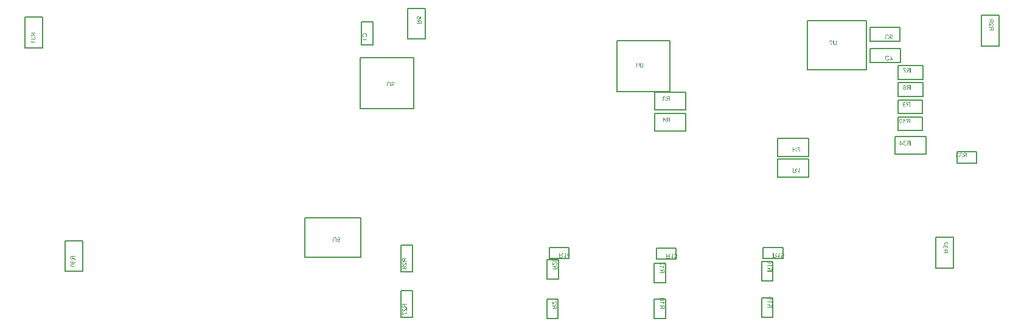
<source format=gbr>
%FSTAX23Y23*%
%MOIN*%
%SFA1B1*%

%IPPOS*%
%ADD12C,0.007874*%
%LNbrushed_pcb_bottom_assembly-1*%
%LPD*%
G36*
X-00952Y-0064D02*
X-00951Y-0064D01*
X-00951Y-0064*
X-0095Y-0064*
X-0095Y-0064*
X-00949Y-0064*
X-00949Y-00641*
X-00949Y-00641*
X-00948Y-00641*
X-00948Y-00642*
X-00947Y-00642*
X-00947Y-00643*
X-00947Y-00643*
X-00946Y-00643*
X-00946Y-00643*
X-00946Y-00644*
X-00946Y-00644*
Y-00644*
X-00946Y-00644*
X-00946Y-00645*
X-00945Y-00646*
X-00945Y-00647*
X-00945Y-00647*
Y-00647*
X-00945Y-00648*
Y-00648*
Y-00648*
Y-00648*
Y-00648*
X-00945Y-00649*
X-00945Y-00649*
X-00945Y-0065*
X-00945Y-00651*
X-00946Y-00651*
X-00946Y-00652*
X-00946Y-00652*
X-00946Y-00652*
X-00946Y-00653*
X-00947Y-00653*
X-00947Y-00653*
X-00947Y-00654*
X-00947Y-00654*
X-00947Y-00654*
X-00947Y-00654*
X-00947Y-00654*
X-00948Y-00654*
X-00948Y-00655*
X-00949Y-00655*
X-00949Y-00655*
X-00949Y-00656*
X-0095Y-00656*
X-00951Y-00656*
X-00951Y-00656*
X-00952Y-00656*
X-00952Y-00656*
X-00952Y-00656*
X-00953*
X-00953Y-00656*
X-00954Y-00656*
X-00954Y-00656*
X-00955Y-00656*
X-00955Y-00656*
X-00956Y-00656*
X-00956Y-00655*
X-00956Y-00655*
X-00957Y-00655*
X-00957Y-00655*
X-00958Y-00654*
X-00958Y-00654*
X-00958Y-00653*
X-00958Y-00653*
X-00959Y-00653*
X-00959Y-00653*
Y-00654*
X-00959Y-00654*
X-00959Y-00655*
X-00959Y-00655*
X-00958Y-00656*
X-00958Y-00656*
X-00958Y-00657*
X-00958Y-00657*
X-00958Y-00658*
X-00958Y-00658*
X-00958Y-00658*
X-00958Y-00658*
X-00958Y-00659*
X-00958Y-00659*
X-00958Y-00659*
Y-00659*
X-00957Y-00659*
X-00957Y-0066*
X-00957Y-00661*
X-00956Y-00661*
X-00956Y-00661*
X-00956Y-00662*
X-00956Y-00662*
X-00956Y-00662*
X-00955Y-00662*
X-00955Y-00662*
X-00954Y-00663*
X-00954Y-00663*
X-00953Y-00663*
X-00953Y-00663*
X-00953*
X-00952Y-00663*
X-00952Y-00663*
X-00951Y-00662*
X-00951Y-00662*
X-0095Y-00662*
X-0095Y-00662*
X-0095Y-00661*
X-0095Y-00661*
X-0095Y-00661*
X-00949Y-00661*
X-00949Y-0066*
X-00949Y-00659*
X-00949Y-00659*
X-00949Y-00659*
Y-00659*
Y-00659*
X-00946Y-00659*
X-00946Y-0066*
X-00946Y-00661*
X-00946Y-00662*
X-00947Y-00662*
X-00947Y-00663*
X-00948Y-00663*
X-00948Y-00664*
X-00948Y-00664*
X-00948*
X-00948Y-00664*
X-00949Y-00664*
X-00949Y-00665*
X-0095Y-00665*
X-00951Y-00665*
X-00952Y-00665*
X-00952Y-00665*
X-00952*
X-00952Y-00665*
X-00953*
X-00953Y-00665*
X-00954Y-00665*
X-00955Y-00665*
X-00955Y-00665*
X-00956Y-00665*
X-00956Y-00664*
X-00957Y-00664*
X-00957Y-00664*
X-00958Y-00664*
X-00958Y-00663*
X-00958Y-00663*
X-00959Y-00663*
X-00959Y-00663*
X-00959Y-00662*
X-00959Y-00662*
X-00959Y-00662*
X-0096Y-00662*
X-0096Y-00661*
X-0096Y-0066*
X-00961Y-00659*
X-00961Y-00658*
X-00961Y-00658*
X-00961Y-00657*
X-00961Y-00656*
X-00962Y-00655*
X-00962Y-00654*
X-00962Y-00654*
X-00962Y-00653*
X-00962Y-00652*
Y-00652*
Y-00652*
Y-00652*
Y-00652*
Y-00652*
X-00962Y-00651*
X-00962Y-00649*
X-00962Y-00648*
X-00961Y-00647*
X-00961Y-00647*
X-00961Y-00646*
X-00961Y-00645*
X-00961Y-00645*
X-0096Y-00644*
X-0096Y-00644*
X-0096Y-00643*
X-0096Y-00643*
X-0096Y-00643*
X-00959Y-00642*
X-00959Y-00642*
X-00959Y-00642*
X-00959Y-00642*
X-00958Y-00641*
X-00958Y-00641*
X-00957Y-00641*
X-00957Y-0064*
X-00956Y-0064*
X-00956Y-0064*
X-00955Y-0064*
X-00955Y-0064*
X-00954Y-0064*
X-00954Y-0064*
X-00954Y-0064*
X-00953*
X-00953Y-0064*
X-00953*
X-00952Y-0064*
G37*
G36*
X-00974Y-0064D02*
X-00973Y-0064D01*
X-00973Y-0064*
X-00972Y-0064*
X-00972Y-0064*
X-00971Y-0064*
X-00971Y-0064*
X-00971Y-0064*
X-00971Y-00641*
X-0097Y-00641*
X-0097Y-00641*
X-0097Y-00641*
X-0097Y-00641*
X-0097*
X-00969Y-00641*
X-00968Y-00642*
X-00968Y-00643*
X-00967Y-00643*
X-00967Y-00644*
X-00967Y-00644*
X-00967Y-00644*
X-00967Y-00644*
X-00967Y-00644*
Y-00645*
X-00966Y-00645*
X-00966Y-00646*
X-00966Y-00647*
X-00966Y-00648*
X-00966Y-00649*
X-00966Y-00649*
Y-0065*
X-00966Y-0065*
Y-0065*
Y-0065*
Y-00651*
Y-00651*
Y-00665*
X-00969*
Y-00651*
Y-0065*
X-00969Y-00649*
X-00969Y-00648*
X-00969Y-00648*
X-0097Y-00647*
X-0097Y-00646*
X-0097Y-00646*
X-0097Y-00646*
X-0097Y-00645*
X-0097Y-00645*
X-0097Y-00645*
X-00971Y-00644*
X-00971Y-00644*
X-00971Y-00644*
X-00971Y-00644*
Y-00644*
X-00971Y-00644*
X-00972Y-00644*
X-00972Y-00643*
X-00973Y-00643*
X-00974Y-00643*
X-00975Y-00643*
X-00975Y-00643*
X-00975*
X-00976Y-00642*
X-00976*
X-00977Y-00643*
X-00978Y-00643*
X-00978Y-00643*
X-00979Y-00643*
X-00979Y-00643*
X-00979Y-00643*
X-0098Y-00643*
X-0098Y-00643*
X-0098Y-00644*
X-00981Y-00644*
X-00981Y-00644*
X-00981Y-00645*
X-00982Y-00645*
X-00982Y-00645*
X-00982Y-00646*
X-00982Y-00646*
X-00982Y-00646*
X-00982Y-00646*
X-00982Y-00647*
X-00982Y-00648*
X-00982Y-00649*
X-00982Y-00649*
X-00982Y-0065*
Y-0065*
Y-0065*
Y-0065*
Y-00651*
Y-00651*
Y-00665*
X-00986*
Y-00651*
Y-0065*
X-00986Y-00649*
X-00986Y-00648*
X-00986Y-00648*
X-00985Y-00647*
X-00985Y-00647*
X-00985Y-00646*
X-00985Y-00646*
X-00985Y-00646*
X-00985Y-00645*
X-00985Y-00645*
X-00985Y-00645*
X-00985Y-00644*
X-00985Y-00644*
X-00985Y-00644*
Y-00644*
X-00984Y-00643*
X-00984Y-00643*
X-00983Y-00642*
X-00983Y-00642*
X-00982Y-00641*
X-00982Y-00641*
X-00982Y-00641*
X-00982Y-00641*
X-00982Y-00641*
X-00982*
X-00981Y-0064*
X-0098Y-0064*
X-00979Y-0064*
X-00978Y-0064*
X-00977Y-0064*
X-00977Y-0064*
X-00977Y-0064*
X-00976*
X-00976Y-0064*
X-00976*
X-00974Y-0064*
G37*
G36*
X02148Y-00108D02*
X02149Y-00108D01*
X0215Y-00109*
X0215Y-00109*
X02151Y-00109*
X02151Y-0011*
X02151Y-0011*
X02152Y-0011*
X02152Y-0011*
X02152Y-0011*
X02152Y-0011*
X02152Y-00111*
X02153Y-00111*
X02153Y-00112*
X02154Y-00113*
X02154Y-00114*
X02154Y-00114*
X02154Y-00114*
X02154Y-00114*
X02154Y-00115*
X02154Y-00115*
Y-00115*
X02151Y-00115*
X02151Y-00114*
X02151Y-00114*
X02151Y-00113*
X0215Y-00113*
X0215Y-00112*
X0215Y-00112*
X0215Y-00112*
X0215Y-00112*
X02149Y-00112*
X02149Y-00111*
X02148Y-00111*
X02148Y-00111*
X02147Y-00111*
X02147Y-00111*
X02147*
X02146Y-00111*
X02145Y-00111*
X02145Y-00111*
X02144Y-00111*
X02144Y-00112*
X02144Y-00112*
X02144Y-00112*
X02144Y-00112*
X02143Y-00112*
X02143Y-00113*
X02143Y-00113*
X02143Y-00114*
X02143Y-00114*
X02143Y-00114*
Y-00115*
Y-00115*
Y-00115*
X02143Y-00115*
X02143Y-00116*
X02143Y-00117*
X02143Y-00117*
X02144Y-00117*
X02144Y-00118*
X02144Y-00118*
X02144Y-00118*
X02145Y-00118*
X02145Y-00118*
X02146Y-00119*
X02146Y-00119*
X02147Y-00119*
X02147Y-00119*
X02148*
X02148Y-00119*
X02148*
X02149Y-00122*
X02148Y-00121*
X02148Y-00121*
X02147Y-00121*
X02147Y-00121*
X02147Y-00121*
X02146*
X02146Y-00121*
X02145Y-00122*
X02144Y-00122*
X02144Y-00122*
X02143Y-00122*
X02143Y-00122*
X02143Y-00123*
X02143Y-00123*
X02142Y-00123*
X02142Y-00124*
X02142Y-00124*
X02142Y-00125*
X02141Y-00125*
X02141Y-00126*
X02141Y-00126*
Y-00126*
Y-00126*
Y-00126*
X02141Y-00127*
X02142Y-00128*
X02142Y-00128*
X02142Y-00129*
X02142Y-00129*
X02143Y-0013*
X02143Y-0013*
X02143Y-0013*
X02143Y-0013*
X02144Y-00131*
X02145Y-00131*
X02145Y-00131*
X02146Y-00131*
X02146Y-00131*
X02146Y-00131*
X02147*
X02147Y-00131*
X02148Y-00131*
X02148Y-00131*
X02149Y-00131*
X02149Y-00131*
X02149Y-0013*
X0215Y-0013*
X0215Y-0013*
X0215Y-0013*
X02151Y-00129*
X02151Y-00129*
X02151Y-00128*
X02151Y-00127*
X02151Y-00127*
X02151Y-00127*
Y-00127*
X02151Y-00126*
Y-00126*
X02155Y-00127*
X02155Y-00127*
X02154Y-00128*
X02154Y-00129*
X02154Y-0013*
X02153Y-00131*
X02153Y-00131*
X02153Y-00131*
X02153Y-00131*
X02152Y-00132*
X02152Y-00132*
X02152Y-00132*
X02152Y-00132*
X02152Y-00132*
X02152Y-00132*
X02151Y-00133*
X02151Y-00133*
X0215Y-00133*
X02149Y-00134*
X02149Y-00134*
X02148Y-00134*
X02148Y-00134*
X02147Y-00134*
X02147Y-00134*
X02147Y-00134*
X02147*
X02146Y-00134*
X02145Y-00134*
X02145Y-00134*
X02144Y-00134*
X02144Y-00133*
X02143Y-00133*
X02143Y-00133*
X02142Y-00133*
X02142Y-00133*
X02141Y-00132*
X02141Y-00132*
X02141Y-00132*
X02141Y-00132*
X02141Y-00132*
X02141Y-00132*
X02141Y-00132*
X0214Y-00131*
X0214Y-00131*
X02139Y-0013*
X02139Y-0013*
X02139Y-00129*
X02139Y-00129*
X02138Y-00128*
X02138Y-00128*
X02138Y-00127*
X02138Y-00127*
X02138Y-00127*
X02138Y-00126*
Y-00126*
Y-00126*
Y-00126*
X02138Y-00125*
X02138Y-00124*
X02138Y-00124*
X02139Y-00123*
X02139Y-00123*
X02139Y-00122*
X02139Y-00122*
X02139Y-00122*
X0214Y-00121*
X0214Y-00121*
X02141Y-00121*
X02142Y-0012*
X02142Y-0012*
X02142Y-0012*
X02143Y-0012*
X02143*
X02143Y-0012*
X02143*
X02142Y-0012*
X02142Y-00119*
X02141Y-00119*
X02141Y-00119*
X02141Y-00118*
X0214Y-00118*
X0214Y-00118*
X0214Y-00118*
X0214Y-00117*
X0214Y-00117*
X0214Y-00116*
X02139Y-00116*
X02139Y-00115*
X02139Y-00115*
Y-00115*
Y-00115*
X02139Y-00114*
X02139Y-00114*
X0214Y-00113*
X0214Y-00113*
X0214Y-00112*
X0214Y-00112*
X0214Y-00112*
X0214Y-00112*
X02141Y-00111*
X02141Y-00111*
X02142Y-0011*
X02142Y-0011*
X02142Y-00109*
X02143Y-00109*
X02143Y-00109*
X02143Y-00109*
X02143*
X02144Y-00109*
X02144Y-00109*
X02145Y-00108*
X02145Y-00108*
X02146Y-00108*
X02146Y-00108*
X02147*
X02148Y-00108*
G37*
G36*
X02179Y-00134D02*
X02175D01*
Y-00122*
X02171*
X02171Y-00122*
X0217*
X0217Y-00122*
X0217Y-00122*
X0217*
X0217Y-00123*
X0217*
X02169Y-00123*
X02169Y-00123*
X02168Y-00123*
X02168Y-00123*
X02168Y-00123*
X02168Y-00123*
X02168Y-00123*
X02168Y-00124*
X02167Y-00124*
X02167Y-00124*
X02167Y-00125*
X02167Y-00125*
X02166Y-00125*
X02166Y-00125*
X02166Y-00126*
X02165Y-00126*
X02165Y-00127*
X02165Y-00128*
X02164Y-00128*
X02164Y-00128*
X02164Y-00128*
X02164Y-00128*
Y-00128*
X02161Y-00134*
X02157*
X02161Y-00127*
X02161Y-00126*
X02162Y-00125*
X02162Y-00125*
X02163Y-00124*
X02163Y-00124*
X02163Y-00124*
X02164Y-00123*
X02164Y-00123*
X02164Y-00123*
X02164Y-00123*
X02165Y-00122*
X02165Y-00122*
X02165Y-00122*
X02166Y-00122*
X02166Y-00122*
X02165Y-00122*
X02164Y-00122*
X02164Y-00122*
X02163Y-00122*
X02163Y-00121*
X02162Y-00121*
X02162Y-00121*
X02162Y-00121*
X02161Y-00121*
X02161Y-0012*
X02161Y-0012*
X02161Y-0012*
X02161Y-0012*
X0216Y-0012*
X0216Y-0012*
X0216Y-00119*
X0216Y-00119*
X02159Y-00118*
X02159Y-00118*
X02159Y-00117*
X02159Y-00116*
X02159Y-00116*
Y-00116*
X02159Y-00116*
Y-00115*
Y-00115*
Y-00115*
X02159Y-00114*
X02159Y-00114*
X02159Y-00113*
X02159Y-00113*
X02159Y-00112*
X02159Y-00112*
X0216Y-00112*
X0216Y-00111*
X0216Y-00111*
X02161Y-0011*
X02161Y-0011*
X02161Y-0011*
X02162Y-00109*
X02162Y-00109*
X02162Y-00109*
X02162Y-00109*
X02162*
X02163Y-00109*
X02163Y-00109*
X02164Y-00109*
X02165Y-00108*
X02166Y-00108*
X02166Y-00108*
X02167*
X02167Y-00108*
X02179*
Y-00134*
G37*
G36*
X02136Y-00125D02*
Y-00128D01*
X02125*
Y-00134*
X02122*
Y-00128*
X02119*
Y-00125*
X02122*
Y-00108*
X02125*
X02136Y-00125*
G37*
G36*
X02457Y-00175D02*
X02458Y-00175D01*
X02459Y-00175*
X02459Y-00175*
X0246Y-00176*
X0246Y-00176*
X0246Y-00176*
X02461Y-00176*
X02461Y-00176*
X02461Y-00176*
X02461Y-00176*
X02461Y-00177*
X02462Y-00178*
X02462Y-00179*
X02463Y-00179*
X02463Y-0018*
X02463Y-0018*
X02463Y-00181*
X02463Y-00181*
X02463Y-00181*
X02463Y-00181*
Y-00181*
X0246Y-00182*
X0246Y-00181*
X0246Y-0018*
X0246Y-0018*
X02459Y-00179*
X02459Y-00179*
X02459Y-00178*
X02459Y-00178*
X02459Y-00178*
X02458Y-00178*
X02458Y-00178*
X02457Y-00177*
X02457Y-00177*
X02456Y-00177*
X02456Y-00177*
X02456*
X02455Y-00177*
X02454Y-00177*
X02454Y-00177*
X02454Y-00178*
X02453Y-00178*
X02453Y-00178*
X02453Y-00178*
X02453Y-00178*
X02452Y-00179*
X02452Y-00179*
X02452Y-0018*
X02452Y-0018*
X02452Y-0018*
X02452Y-00181*
Y-00181*
Y-00181*
Y-00181*
X02452Y-00182*
X02452Y-00182*
X02452Y-00183*
X02452Y-00183*
X02453Y-00184*
X02453Y-00184*
X02453Y-00184*
X02453Y-00184*
X02454Y-00185*
X02454Y-00185*
X02455Y-00185*
X02456Y-00185*
X02456Y-00185*
X02456Y-00185*
X02457*
X02457Y-00185*
X02457*
X02458Y-00188*
X02457Y-00188*
X02457Y-00188*
X02456Y-00188*
X02456Y-00188*
X02456Y-00188*
X02455*
X02455Y-00188*
X02454Y-00188*
X02453Y-00188*
X02453Y-00188*
X02452Y-00189*
X02452Y-00189*
X02452Y-00189*
X02452Y-00189*
X02451Y-00189*
X02451Y-0019*
X02451Y-00191*
X02451Y-00191*
X02451Y-00192*
X0245Y-00192*
X0245Y-00192*
Y-00192*
Y-00192*
Y-00192*
X02451Y-00193*
X02451Y-00194*
X02451Y-00195*
X02451Y-00195*
X02451Y-00196*
X02452Y-00196*
X02452Y-00196*
X02452Y-00196*
X02453Y-00197*
X02453Y-00197*
X02454Y-00197*
X02454Y-00198*
X02455Y-00198*
X02455Y-00198*
X02455Y-00198*
X02456*
X02456Y-00198*
X02457Y-00198*
X02457Y-00197*
X02458Y-00197*
X02458Y-00197*
X02459Y-00197*
X02459Y-00197*
X02459Y-00197*
X02459Y-00196*
X0246Y-00195*
X0246Y-00195*
X0246Y-00194*
X0246Y-00194*
X0246Y-00193*
X0246Y-00193*
Y-00193*
X0246Y-00193*
Y-00193*
X02464Y-00193*
X02464Y-00194*
X02463Y-00194*
X02463Y-00195*
X02463Y-00196*
X02462Y-00197*
X02462Y-00197*
X02462Y-00198*
X02462Y-00198*
X02461Y-00198*
X02461Y-00198*
X02461Y-00198*
X02461Y-00198*
X02461Y-00198*
X02461Y-00199*
X0246Y-00199*
X0246Y-00199*
X02459Y-00199*
X02458Y-002*
X02458Y-002*
X02457Y-002*
X02457Y-002*
X02456Y-002*
X02456Y-002*
X02456Y-002*
X02456*
X02455Y-002*
X02454Y-002*
X02454Y-002*
X02453Y-002*
X02453Y-002*
X02452Y-002*
X02452Y-00199*
X02451Y-00199*
X02451Y-00199*
X02451Y-00199*
X0245Y-00199*
X0245Y-00198*
X0245Y-00198*
X0245Y-00198*
X0245Y-00198*
X0245Y-00198*
X02449Y-00198*
X02449Y-00197*
X02448Y-00197*
X02448Y-00196*
X02448Y-00196*
X02448Y-00195*
X02447Y-00194*
X02447Y-00194*
X02447Y-00194*
X02447Y-00193*
X02447Y-00193*
X02447Y-00193*
Y-00193*
Y-00192*
Y-00192*
X02447Y-00192*
X02447Y-00191*
X02448Y-0019*
X02448Y-00189*
X02448Y-00189*
X02448Y-00189*
X02448Y-00188*
X02448Y-00188*
X02449Y-00188*
X02449Y-00187*
X0245Y-00187*
X02451Y-00187*
X02451Y-00186*
X02451Y-00186*
X02452Y-00186*
X02452*
X02452Y-00186*
X02452*
X02451Y-00186*
X02451Y-00186*
X0245Y-00185*
X0245Y-00185*
X0245Y-00185*
X02449Y-00184*
X02449Y-00184*
X02449Y-00184*
X02449Y-00184*
X02449Y-00183*
X02449Y-00183*
X02448Y-00182*
X02448Y-00182*
X02448Y-00181*
Y-00181*
Y-00181*
X02448Y-0018*
X02449Y-0018*
X02449Y-00179*
X02449Y-00179*
X02449Y-00178*
X02449Y-00178*
X02449Y-00178*
X02449Y-00178*
X0245Y-00177*
X0245Y-00177*
X02451Y-00176*
X02451Y-00176*
X02451Y-00176*
X02452Y-00176*
X02452Y-00175*
X02452Y-00175*
X02452*
X02453Y-00175*
X02453Y-00175*
X02454Y-00175*
X02455Y-00175*
X02455Y-00175*
X02455Y-00175*
X02456*
X02457Y-00175*
G37*
G36*
X02437D02*
X02438Y-00175D01*
X02439Y-00175*
X0244Y-00175*
X0244Y-00176*
X02441Y-00176*
X02441Y-00176*
X02441Y-00176*
X02441Y-00176*
X02441Y-00176*
X02441Y-00176*
X02442Y-00177*
X02442Y-00178*
X02443Y-00179*
X02443Y-00179*
X02443Y-0018*
X02444Y-0018*
X02444Y-00181*
X02444Y-00181*
X02444Y-00181*
X02444Y-00181*
Y-00181*
X02441Y-00182*
X0244Y-00181*
X0244Y-0018*
X0244Y-0018*
X0244Y-00179*
X02439Y-00179*
X02439Y-00178*
X02439Y-00178*
X02439Y-00178*
X02439Y-00178*
X02438Y-00178*
X02438Y-00177*
X02437Y-00177*
X02437Y-00177*
X02436Y-00177*
X02436*
X02435Y-00177*
X02435Y-00177*
X02434Y-00177*
X02434Y-00178*
X02434Y-00178*
X02433Y-00178*
X02433Y-00178*
X02433Y-00178*
X02433Y-00179*
X02432Y-00179*
X02432Y-0018*
X02432Y-0018*
X02432Y-0018*
X02432Y-00181*
Y-00181*
Y-00181*
Y-00181*
X02432Y-00182*
X02432Y-00182*
X02432Y-00183*
X02433Y-00183*
X02433Y-00184*
X02433Y-00184*
X02434Y-00184*
X02434Y-00184*
X02434Y-00185*
X02435Y-00185*
X02435Y-00185*
X02436Y-00185*
X02436Y-00185*
X02437Y-00185*
X02437*
X02437Y-00185*
X02438*
X02438Y-00188*
X02437Y-00188*
X02437Y-00188*
X02437Y-00188*
X02436Y-00188*
X02436Y-00188*
X02436*
X02435Y-00188*
X02434Y-00188*
X02434Y-00188*
X02433Y-00188*
X02433Y-00189*
X02433Y-00189*
X02432Y-00189*
X02432Y-00189*
X02432Y-00189*
X02431Y-0019*
X02431Y-00191*
X02431Y-00191*
X02431Y-00192*
X02431Y-00192*
X02431Y-00192*
Y-00192*
Y-00192*
Y-00192*
X02431Y-00193*
X02431Y-00194*
X02431Y-00195*
X02432Y-00195*
X02432Y-00196*
X02432Y-00196*
X02432Y-00196*
X02432Y-00196*
X02433Y-00197*
X02434Y-00197*
X02434Y-00197*
X02435Y-00198*
X02435Y-00198*
X02436Y-00198*
X02436Y-00198*
X02436*
X02437Y-00198*
X02437Y-00198*
X02438Y-00197*
X02438Y-00197*
X02439Y-00197*
X02439Y-00197*
X02439Y-00197*
X02439Y-00197*
X0244Y-00196*
X0244Y-00195*
X0244Y-00195*
X0244Y-00194*
X02441Y-00194*
X02441Y-00193*
X02441Y-00193*
Y-00193*
X02441Y-00193*
Y-00193*
X02444Y-00193*
X02444Y-00194*
X02444Y-00194*
X02443Y-00195*
X02443Y-00196*
X02443Y-00197*
X02442Y-00197*
X02442Y-00198*
X02442Y-00198*
X02442Y-00198*
X02442Y-00198*
X02442Y-00198*
X02442Y-00198*
X02442Y-00198*
X02441Y-00199*
X02441Y-00199*
X0244Y-00199*
X0244Y-00199*
X02439Y-002*
X02438Y-002*
X02438Y-002*
X02437Y-002*
X02437Y-002*
X02437Y-002*
X02436Y-002*
X02436*
X02435Y-002*
X02435Y-002*
X02434Y-002*
X02434Y-002*
X02433Y-002*
X02433Y-002*
X02432Y-00199*
X02432Y-00199*
X02431Y-00199*
X02431Y-00199*
X02431Y-00199*
X0243Y-00198*
X0243Y-00198*
X0243Y-00198*
X0243Y-00198*
X0243Y-00198*
X0243Y-00198*
X02429Y-00197*
X02429Y-00197*
X02429Y-00196*
X02428Y-00196*
X02428Y-00195*
X02428Y-00194*
X02428Y-00194*
X02428Y-00194*
X02428Y-00193*
X02428Y-00193*
X02428Y-00193*
Y-00193*
Y-00192*
Y-00192*
X02428Y-00192*
X02428Y-00191*
X02428Y-0019*
X02428Y-00189*
X02428Y-00189*
X02429Y-00189*
X02429Y-00188*
X02429Y-00188*
X02429Y-00188*
X0243Y-00187*
X0243Y-00187*
X02431Y-00187*
X02432Y-00186*
X02432Y-00186*
X02432Y-00186*
X02432*
X02432Y-00186*
X02432*
X02432Y-00186*
X02431Y-00186*
X02431Y-00185*
X0243Y-00185*
X0243Y-00185*
X0243Y-00184*
X0243Y-00184*
X0243Y-00184*
X02429Y-00184*
X02429Y-00183*
X02429Y-00183*
X02429Y-00182*
X02429Y-00182*
X02429Y-00181*
Y-00181*
Y-00181*
X02429Y-0018*
X02429Y-0018*
X02429Y-00179*
X02429Y-00179*
X02429Y-00178*
X0243Y-00178*
X0243Y-00178*
X0243Y-00178*
X0243Y-00177*
X02431Y-00177*
X02431Y-00176*
X02431Y-00176*
X02432Y-00176*
X02432Y-00176*
X02432Y-00175*
X02432Y-00175*
X02432*
X02433Y-00175*
X02434Y-00175*
X02434Y-00175*
X02435Y-00175*
X02435Y-00175*
X02436Y-00175*
X02437*
X02437Y-00175*
G37*
G36*
X02488Y-002D02*
X02484D01*
Y-00189*
X0248*
X0248Y-00189*
X02479*
X02479Y-00189*
X02479Y-00189*
X02479*
X02479Y-00189*
X02479*
X02478Y-00189*
X02478Y-00189*
X02477Y-00189*
X02477Y-00189*
X02477Y-00189*
X02477Y-00189*
X02477Y-0019*
X02477Y-0019*
X02476Y-0019*
X02476Y-00191*
X02476Y-00191*
X02476Y-00191*
X02476Y-00191*
X02475Y-00192*
X02475Y-00192*
X02474Y-00193*
X02474Y-00193*
X02474Y-00194*
X02473Y-00194*
X02473Y-00194*
X02473Y-00195*
X02473Y-00195*
Y-00195*
X0247Y-002*
X02466*
X0247Y-00193*
X0247Y-00192*
X02471Y-00192*
X02471Y-00191*
X02472Y-00191*
X02472Y-0019*
X02472Y-0019*
X02473Y-0019*
X02473Y-0019*
X02473Y-00189*
X02473Y-00189*
X02474Y-00189*
X02474Y-00189*
X02474Y-00189*
X02475Y-00188*
X02475Y-00188*
X02474Y-00188*
X02473Y-00188*
X02473Y-00188*
X02472Y-00188*
X02472Y-00188*
X02471Y-00187*
X02471Y-00187*
X02471Y-00187*
X0247Y-00187*
X0247Y-00187*
X0247Y-00187*
X0247Y-00186*
X0247Y-00186*
X02469Y-00186*
X02469Y-00186*
X02469Y-00186*
X02469Y-00185*
X02468Y-00185*
X02468Y-00184*
X02468Y-00183*
X02468Y-00183*
X02468Y-00182*
Y-00182*
X02468Y-00182*
Y-00182*
Y-00182*
Y-00182*
X02468Y-00181*
X02468Y-0018*
X02468Y-00179*
X02468Y-00179*
X02468Y-00178*
X02469Y-00178*
X02469Y-00178*
X02469Y-00178*
X02469Y-00177*
X0247Y-00177*
X0247Y-00176*
X0247Y-00176*
X02471Y-00176*
X02471Y-00175*
X02471Y-00175*
X02471Y-00175*
X02471*
X02472Y-00175*
X02472Y-00175*
X02473Y-00175*
X02474Y-00175*
X02475Y-00175*
X02475Y-00175*
X02476*
X02476Y-00175*
X02488*
Y-002*
G37*
G36*
X00715Y00304D02*
Y00304D01*
X00715Y00303*
X00715Y00302*
X00715Y00302*
X00715Y00301*
X00715Y00301*
X00715Y003*
X00715Y003*
X00715Y00299*
X00715Y00299*
X00715Y00299*
X00714Y00299*
X00714Y00298*
X00714Y00298*
X00714Y00298*
Y00298*
X00714Y00297*
X00713Y00297*
X00713Y00296*
X00712Y00296*
X00712Y00295*
X00711Y00295*
X00711Y00295*
X00711Y00295*
X00711Y00295*
X00711*
X0071Y00294*
X00709Y00294*
X00708Y00294*
X00707Y00294*
X00707Y00294*
X00707Y00293*
X00706Y00293*
X00706*
X00706Y00293*
X00705*
X00704Y00293*
X00703Y00294*
X00702Y00294*
X00702Y00294*
X00701Y00294*
X00701Y00294*
X00701Y00294*
X007Y00294*
X007Y00294*
X007Y00295*
X007Y00295*
X007Y00295*
X00699Y00295*
X00699*
X00699Y00295*
X00698Y00296*
X00697Y00297*
X00697Y00297*
X00697Y00298*
X00696Y00298*
X00696Y00298*
X00696Y00298*
X00696Y00298*
Y00298*
X00696Y00299*
X00696Y003*
X00696Y00301*
X00696Y00302*
X00696Y00303*
X00695Y00303*
Y00304*
X00695Y00304*
Y00304*
Y00304*
Y00304*
Y00304*
Y00319*
X00699*
Y00304*
Y00304*
X00699Y00303*
X00699Y00302*
X00699Y00301*
X00699Y00301*
X00699Y003*
X00699Y003*
X007Y00299*
X007Y00299*
X007Y00299*
X007Y00299*
X007Y00298*
X007Y00298*
X007Y00298*
X007Y00298*
Y00298*
X00701Y00298*
X00701Y00298*
X00702Y00297*
X00703Y00297*
X00704Y00297*
X00704Y00296*
X00705Y00296*
X00705*
X00705Y00296*
X00706*
X00706Y00296*
X00707Y00297*
X00708Y00297*
X00708Y00297*
X00709Y00297*
X00709Y00297*
X00709Y00297*
X00709Y00297*
X0071Y00298*
X0071Y00298*
X00711Y00298*
X00711Y00299*
X00711Y00299*
X00711Y00299*
X00711Y003*
X00711Y003*
X00711Y003*
X00712Y003*
X00712Y00301*
X00712Y00302*
X00712Y00303*
X00712Y00303*
X00712Y00304*
Y00304*
Y00304*
Y00304*
Y00304*
Y00304*
Y00319*
X00715*
Y00304*
G37*
G36*
X00692Y00303D02*
Y003D01*
X00681*
Y00294*
X00678*
Y003*
X00675*
Y00303*
X00678*
Y00319*
X00681*
X00692Y00303*
G37*
G36*
X00862Y-00006D02*
X00858D01*
Y00004*
X00854*
X00854Y00004*
X00853*
X00853Y00004*
X00853Y00004*
X00853*
X00853Y00004*
X00853*
X00852Y00004*
X00852Y00004*
X00851Y00004*
X00851Y00004*
X00851Y00004*
X00851Y00003*
X00851Y00003*
X00851Y00003*
X0085Y00002*
X0085Y00002*
X0085Y00002*
X00849Y00002*
X00849Y00002*
X00849Y00001*
X00849Y00001*
X00848Y0*
X00848Y0*
X00848Y0*
X00847Y0*
X00847Y0*
X00847Y-00001*
X00847Y-00001*
Y-00001*
X00844Y-00006*
X0084*
X00844Y0*
X00844Y00001*
X00845Y00001*
X00845Y00002*
X00846Y00002*
X00846Y00003*
X00846Y00003*
X00847Y00003*
X00847Y00003*
X00847Y00004*
X00847Y00004*
X00848Y00004*
X00848Y00004*
X00848Y00004*
X00849Y00005*
X00849Y00005*
X00848Y00005*
X00847Y00005*
X00847Y00005*
X00846Y00005*
X00846Y00005*
X00845Y00006*
X00845Y00006*
X00845Y00006*
X00844Y00006*
X00844Y00006*
X00844Y00006*
X00844Y00007*
X00844Y00007*
X00843Y00007*
X00843Y00007*
X00843Y00007*
X00843Y00008*
X00842Y00008*
X00842Y00009*
X00842Y0001*
X00842Y0001*
X00842Y00011*
Y00011*
X00842Y00011*
Y00011*
Y00011*
Y00011*
X00842Y00012*
X00842Y00013*
X00842Y00014*
X00842Y00014*
X00842Y00015*
X00842Y00015*
X00843Y00015*
X00843Y00015*
X00843Y00016*
X00844Y00016*
X00844Y00017*
X00844Y00017*
X00845Y00017*
X00845Y00018*
X00845Y00018*
X00845Y00018*
X00845*
X00846Y00018*
X00846Y00018*
X00847Y00018*
X00848Y00018*
X00849Y00018*
X00849Y00018*
X0085*
X0085Y00018*
X00862*
Y-00006*
G37*
G36*
X00839Y00002D02*
Y0D01*
X00828*
Y-00006*
X00825*
Y0*
X00821*
Y00002*
X00825*
Y00018*
X00827*
X00839Y00002*
G37*
G36*
X00831Y00135D02*
X00832Y00135D01*
X00833Y00135*
X00833Y00135*
X00834Y00134*
X00834Y00134*
X00834Y00134*
X00835Y00134*
X00835Y00134*
X00835Y00134*
X00835Y00134*
X00835Y00133*
X00836Y00132*
X00836Y00132*
X00837Y00131*
X00837Y0013*
X00837Y0013*
X00837Y00129*
X00837Y00129*
X00837Y00129*
X00837Y00129*
Y00129*
X00834Y00128*
X00834Y00129*
X00834Y0013*
X00834Y00131*
X00833Y00131*
X00833Y00131*
X00833Y00132*
X00833Y00132*
X00833Y00132*
X00832Y00132*
X00832Y00132*
X00831Y00133*
X00831Y00133*
X0083Y00133*
X0083Y00133*
X0083*
X00829Y00133*
X00828Y00133*
X00828Y00133*
X00827Y00132*
X00827Y00132*
X00827Y00132*
X00827Y00132*
X00827Y00132*
X00826Y00131*
X00826Y00131*
X00826Y0013*
X00826Y0013*
X00826Y0013*
X00825Y00129*
Y00129*
Y00129*
Y00129*
X00826Y00128*
X00826Y00128*
X00826Y00127*
X00826Y00127*
X00827Y00126*
X00827Y00126*
X00827Y00126*
X00827Y00126*
X00828Y00125*
X00828Y00125*
X00829Y00125*
X00829Y00125*
X0083Y00125*
X0083Y00125*
X00831*
X00831Y00125*
X00831*
X00831Y00122*
X00831Y00122*
X00831Y00122*
X0083Y00122*
X0083Y00122*
X0083Y00122*
X00829*
X00829Y00122*
X00828Y00122*
X00827Y00122*
X00827Y00122*
X00826Y00121*
X00826Y00121*
X00826Y00121*
X00826Y00121*
X00825Y00121*
X00825Y0012*
X00825Y00119*
X00825Y00119*
X00824Y00118*
X00824Y00118*
X00824Y00118*
Y00118*
Y00118*
Y00118*
X00824Y00117*
X00825Y00116*
X00825Y00115*
X00825Y00115*
X00825Y00114*
X00826Y00114*
X00826Y00114*
X00826Y00114*
X00826Y00113*
X00827Y00113*
X00828Y00113*
X00828Y00113*
X00829Y00112*
X00829Y00112*
X00829Y00112*
X0083*
X0083Y00112*
X00831Y00113*
X00831Y00113*
X00832Y00113*
X00832Y00113*
X00832Y00113*
X00833Y00113*
X00833Y00113*
X00833Y00114*
X00833Y00115*
X00834Y00115*
X00834Y00116*
X00834Y00116*
X00834Y00117*
X00834Y00117*
Y00117*
X00834Y00117*
Y00117*
X00838Y00117*
X00837Y00116*
X00837Y00116*
X00837Y00115*
X00837Y00114*
X00836Y00113*
X00836Y00113*
X00836Y00113*
X00836Y00112*
X00835Y00112*
X00835Y00112*
X00835Y00112*
X00835Y00112*
X00835Y00112*
X00835Y00111*
X00834Y00111*
X00834Y00111*
X00833Y00111*
X00832Y0011*
X00831Y0011*
X00831Y0011*
X00831Y0011*
X0083Y0011*
X0083Y0011*
X0083Y0011*
X0083*
X00829Y0011*
X00828Y0011*
X00828Y0011*
X00827Y0011*
X00827Y0011*
X00826Y0011*
X00826Y00111*
X00825Y00111*
X00825Y00111*
X00824Y00111*
X00824Y00111*
X00824Y00112*
X00824Y00112*
X00824Y00112*
X00824Y00112*
X00823Y00112*
X00823Y00112*
X00823Y00113*
X00822Y00113*
X00822Y00114*
X00822Y00114*
X00822Y00115*
X00821Y00116*
X00821Y00116*
X00821Y00116*
X00821Y00117*
X00821Y00117*
X00821Y00117*
Y00117*
Y00118*
Y00118*
X00821Y00118*
X00821Y00119*
X00821Y0012*
X00822Y00121*
X00822Y00121*
X00822Y00121*
X00822Y00122*
X00822Y00122*
X00823Y00122*
X00823Y00123*
X00824Y00123*
X00825Y00123*
X00825Y00124*
X00825Y00124*
X00826Y00124*
X00826*
X00826Y00124*
X00826*
X00825Y00124*
X00825Y00125*
X00824Y00125*
X00824Y00125*
X00824Y00126*
X00823Y00126*
X00823Y00126*
X00823Y00126*
X00823Y00126*
X00823Y00127*
X00823Y00128*
X00822Y00128*
X00822Y00128*
X00822Y00129*
Y00129*
Y00129*
X00822Y0013*
X00822Y0013*
X00823Y00131*
X00823Y00131*
X00823Y00132*
X00823Y00132*
X00823Y00132*
X00823Y00132*
X00824Y00133*
X00824Y00133*
X00824Y00134*
X00825Y00134*
X00825Y00134*
X00826Y00134*
X00826Y00135*
X00826Y00135*
X00826*
X00827Y00135*
X00827Y00135*
X00828Y00135*
X00828Y00135*
X00829Y00135*
X00829Y00136*
X0083*
X00831Y00135*
G37*
G36*
X00862Y0011D02*
X00858D01*
Y00121*
X00854*
X00854Y00121*
X00853*
X00853Y00121*
X00853Y00121*
X00853*
X00853Y00121*
X00853*
X00852Y00121*
X00852Y00121*
X00851Y00121*
X00851Y00121*
X00851Y00121*
X00851Y00121*
X00851Y0012*
X00851Y0012*
X0085Y0012*
X0085Y00119*
X0085Y00119*
X00849Y00119*
X00849Y00119*
X00849Y00118*
X00849Y00118*
X00848Y00117*
X00848Y00117*
X00848Y00116*
X00847Y00116*
X00847Y00116*
X00847Y00115*
X00847Y00115*
Y00115*
X00844Y0011*
X0084*
X00844Y00117*
X00844Y00118*
X00845Y00118*
X00845Y00119*
X00846Y00119*
X00846Y0012*
X00846Y0012*
X00847Y0012*
X00847Y0012*
X00847Y00121*
X00847Y00121*
X00848Y00121*
X00848Y00121*
X00848Y00122*
X00849Y00122*
X00849Y00122*
X00848Y00122*
X00847Y00122*
X00847Y00122*
X00846Y00122*
X00846Y00122*
X00845Y00123*
X00845Y00123*
X00845Y00123*
X00844Y00123*
X00844Y00123*
X00844Y00124*
X00844Y00124*
X00844Y00124*
X00843Y00124*
X00843Y00124*
X00843Y00124*
X00843Y00125*
X00842Y00125*
X00842Y00126*
X00842Y00127*
X00842Y00128*
X00842Y00128*
Y00128*
X00842Y00128*
Y00128*
Y00128*
Y00128*
X00842Y00129*
X00842Y0013*
X00842Y00131*
X00842Y00131*
X00842Y00132*
X00842Y00132*
X00843Y00132*
X00843Y00132*
X00843Y00133*
X00844Y00133*
X00844Y00134*
X00844Y00134*
X00845Y00134*
X00845Y00135*
X00845Y00135*
X00845Y00135*
X00845*
X00846Y00135*
X00846Y00135*
X00847Y00135*
X00848Y00135*
X00849Y00135*
X00849Y00135*
X0085*
X0085Y00135*
X00862*
Y0011*
G37*
G36*
X01553Y-00266D02*
X01552Y-00267D01*
X01552Y-00268*
X01551Y-00268*
X01551Y-00269*
X01551Y-00269*
X0155Y-00269*
X0155Y-00269*
X0155Y-0027*
X0155Y-0027*
X01549Y-0027*
X01549Y-0027*
X01548Y-00271*
X01548Y-00271*
X01548Y-00271*
X01548Y-00271*
X01549Y-00271*
X01549Y-00271*
X0155Y-00271*
X0155Y-00271*
X01551Y-00272*
X01551Y-00272*
X01552Y-00272*
X01552Y-00272*
X01552Y-00272*
X01553Y-00273*
X01553Y-00273*
X01553Y-00273*
X01553Y-00273*
X01553Y-00273*
X01553Y-00273*
X01554Y-00273*
X01554Y-00274*
X01554Y-00275*
X01555Y-00275*
X01555Y-00276*
X01555Y-00277*
X01555Y-00277*
Y-00277*
X01555Y-00277*
Y-00278*
Y-00278*
Y-00278*
X01555Y-00278*
X01555Y-00279*
X01555Y-0028*
X01555Y-0028*
X01554Y-00281*
X01554Y-00281*
X01554Y-00281*
X01554Y-00281*
X01554Y-00282*
X01553Y-00283*
X01553Y-00283*
X01552Y-00283*
X01552Y-00284*
X01552Y-00284*
X01551Y-00284*
X01551Y-00284*
X01551*
X01551Y-00284*
X0155Y-00284*
X0155Y-00284*
X01549Y-00284*
X01548Y-00284*
X01547Y-00285*
X01547*
X01547Y-00285*
X01535*
Y-00259*
X01538*
Y-00271*
X01543*
X01543Y-00271*
X01543*
X01544Y-0027*
X01544Y-0027*
X01544*
X01544Y-0027*
X01544*
X01545Y-0027*
X01545Y-0027*
X01545Y-0027*
X01545Y-0027*
X01545Y-0027*
X01545Y-0027*
X01546Y-0027*
X01546Y-00269*
X01547Y-00269*
X01547Y-00268*
X01547Y-00268*
X01547Y-00268*
X01547Y-00268*
X01548Y-00268*
X01548Y-00267*
X01548Y-00266*
X01549Y-00266*
X01549Y-00265*
X01549Y-00265*
X01549Y-00265*
X0155Y-00265*
X0155Y-00265*
Y-00265*
X01553Y-00259*
X01557*
X01553Y-00266*
G37*
G36*
X01571Y-00285D02*
X01569D01*
X01568Y-00284*
X01568Y-00283*
X01567Y-00283*
X01567Y-00282*
X01567Y-00282*
X01566Y-00282*
X01566Y-00281*
X01566Y-00281*
X01566Y-00281*
X01565Y-00281*
X01564Y-0028*
X01564Y-0028*
X01563Y-00279*
X01562Y-00279*
X01562Y-00279*
X01562Y-00279*
X01562Y-00278*
X01562Y-00278*
X01561Y-00278*
X01561*
Y-00275*
X01562Y-00276*
X01563Y-00276*
X01563Y-00276*
X01564Y-00276*
X01564Y-00277*
X01564Y-00277*
X01565Y-00277*
X01565Y-00277*
X01565*
X01565Y-00277*
X01566Y-00278*
X01566Y-00278*
X01567Y-00278*
X01567Y-00279*
X01567Y-00279*
X01568Y-00279*
X01568Y-00279*
Y-00259*
X01571*
Y-00285*
G37*
G36*
X01553Y-00152D02*
X01552Y-00153D01*
X01552Y-00153*
X01551Y-00154*
X01551Y-00154*
X01551Y-00155*
X0155Y-00155*
X0155Y-00155*
X0155Y-00155*
X0155Y-00156*
X01549Y-00156*
X01549Y-00156*
X01548Y-00156*
X01548Y-00157*
X01548Y-00157*
X01548Y-00157*
X01549Y-00157*
X01549Y-00157*
X0155Y-00157*
X0155Y-00157*
X01551Y-00157*
X01551Y-00158*
X01552Y-00158*
X01552Y-00158*
X01552Y-00158*
X01553Y-00158*
X01553Y-00159*
X01553Y-00159*
X01553Y-00159*
X01553Y-00159*
X01553Y-00159*
X01554Y-00159*
X01554Y-0016*
X01554Y-0016*
X01555Y-00161*
X01555Y-00162*
X01555Y-00163*
X01555Y-00163*
Y-00163*
X01555Y-00163*
Y-00163*
Y-00163*
Y-00163*
X01555Y-00164*
X01555Y-00165*
X01555Y-00166*
X01555Y-00166*
X01554Y-00167*
X01554Y-00167*
X01554Y-00167*
X01554Y-00167*
X01554Y-00168*
X01553Y-00168*
X01553Y-00169*
X01552Y-00169*
X01552Y-00169*
X01552Y-0017*
X01551Y-0017*
X01551Y-0017*
X01551*
X01551Y-0017*
X0155Y-0017*
X0155Y-0017*
X01549Y-0017*
X01548Y-0017*
X01547Y-0017*
X01547*
X01547Y-0017*
X01535*
Y-00145*
X01538*
Y-00156*
X01543*
X01543Y-00156*
X01543*
X01544Y-00156*
X01544Y-00156*
X01544*
X01544Y-00156*
X01544*
X01545Y-00156*
X01545Y-00156*
X01545Y-00156*
X01545Y-00156*
X01545Y-00156*
X01545Y-00156*
X01546Y-00155*
X01546Y-00155*
X01547Y-00155*
X01547Y-00154*
X01547Y-00154*
X01547Y-00154*
X01547Y-00154*
X01548Y-00153*
X01548Y-00153*
X01548Y-00152*
X01549Y-00152*
X01549Y-00151*
X01549Y-00151*
X01549Y-00151*
X0155Y-00151*
X0155Y-0015*
Y-0015*
X01553Y-00145*
X01557*
X01553Y-00152*
G37*
G36*
X01575Y-00148D02*
X01563D01*
X01563Y-00149*
X01564Y-00149*
X01564Y-00149*
X01564Y-0015*
X01564Y-0015*
X01564Y-0015*
X01564Y-0015*
X01565Y-0015*
X01565Y-00151*
X01566Y-00151*
X01566Y-00152*
X01567Y-00152*
X01567Y-00153*
X01568Y-00153*
X01568Y-00153*
X01568Y-00153*
X01568Y-00153*
X01568Y-00154*
X01569Y-00154*
X01569Y-00154*
X0157Y-00155*
X0157Y-00155*
X01571Y-00156*
X01571Y-00156*
X01571Y-00156*
X01572Y-00157*
X01572Y-00157*
X01572Y-00157*
X01572Y-00157*
X01573Y-00157*
X01573Y-00158*
X01574Y-00159*
X01574Y-00159*
X01574Y-0016*
X01574Y-0016*
X01575Y-0016*
X01575Y-0016*
X01575Y-0016*
X01575Y-00161*
X01575Y-00162*
X01575Y-00162*
X01575Y-00163*
X01575Y-00163*
X01575Y-00163*
Y-00163*
Y-00163*
X01575Y-00164*
X01575Y-00165*
X01575Y-00166*
X01575Y-00166*
X01574Y-00167*
X01574Y-00168*
X01574Y-00168*
X01573Y-00168*
X01573Y-00168*
X01573Y-00168*
X01573Y-00168*
X01573Y-00168*
X01573Y-00169*
X01572Y-00169*
X01572Y-00169*
X01571Y-0017*
X0157Y-0017*
X01569Y-0017*
X01569Y-0017*
X01569Y-0017*
X01568Y-0017*
X01568Y-0017*
X01568Y-00171*
X01567*
X01567Y-0017*
X01566Y-0017*
X01565Y-0017*
X01564Y-0017*
X01564Y-0017*
X01564Y-0017*
X01563Y-0017*
X01563Y-00169*
X01563Y-00169*
X01562Y-00169*
X01562Y-00169*
X01562Y-00169*
X01562Y-00169*
X01562Y-00169*
X01562Y-00169*
X01561Y-00168*
X01561Y-00168*
X0156Y-00167*
X0156Y-00166*
X0156Y-00165*
X01559Y-00164*
X01559Y-00164*
X01559Y-00164*
X01559Y-00164*
X01559Y-00163*
Y-00163*
Y-00163*
X01562Y-00163*
X01562Y-00164*
X01563Y-00164*
X01563Y-00165*
X01563Y-00166*
X01563Y-00166*
X01564Y-00166*
X01564Y-00166*
X01564Y-00167*
X01564Y-00167*
X01565Y-00167*
X01565Y-00168*
X01566Y-00168*
X01567Y-00168*
X01567Y-00168*
X01567Y-00168*
X01567*
X01568Y-00168*
X01569Y-00168*
X01569Y-00168*
X0157Y-00167*
X0157Y-00167*
X01571Y-00167*
X01571Y-00167*
X01571Y-00167*
X01571Y-00166*
X01572Y-00166*
X01572Y-00165*
X01572Y-00165*
X01572Y-00164*
X01572Y-00164*
X01572Y-00164*
Y-00164*
Y-00164*
X01572Y-00163*
X01572Y-00162*
X01572Y-00162*
X01571Y-00161*
X01571Y-00161*
X01571Y-0016*
X01571Y-0016*
X01571Y-0016*
X01571Y-0016*
Y-0016*
X0157Y-00159*
X0157Y-00159*
X0157Y-00159*
X01569Y-00158*
X01568Y-00157*
X01567Y-00156*
X01566Y-00156*
X01566Y-00155*
X01566Y-00155*
X01565Y-00155*
X01565Y-00155*
X01565Y-00155*
X01565Y-00154*
X01564Y-00154*
X01563Y-00153*
X01563Y-00152*
X01562Y-00152*
X01562Y-00151*
X01561Y-00151*
X01561Y-00151*
X01561Y-00151*
Y-00151*
X01561Y-0015*
X0156Y-00149*
X0156Y-00149*
X01559Y-00148*
X01559Y-00148*
X01559Y-00148*
X01559Y-00147*
X01559Y-00147*
Y-00147*
X01559Y-00147*
X01559Y-00147*
X01559Y-00146*
X01559Y-00146*
X01559Y-00146*
Y-00145*
Y-00145*
Y-00145*
X01575*
Y-00148*
G37*
G36*
X-00582Y-00757D02*
X-00593D01*
Y-00761*
X-00593Y-00762*
Y-00762*
X-00593Y-00762*
X-00593Y-00763*
Y-00763*
X-00593Y-00763*
Y-00763*
X-00593Y-00763*
X-00592Y-00764*
X-00592Y-00764*
X-00592Y-00764*
X-00592Y-00764*
X-00592Y-00764*
X-00592Y-00765*
X-00592Y-00765*
X-00591Y-00766*
X-00591Y-00766*
X-00591Y-00766*
X-00591Y-00766*
X-0059Y-00766*
X-0059Y-00766*
X-00589Y-00767*
X-00589Y-00767*
X-00588Y-00768*
X-00588Y-00768*
X-00587Y-00768*
X-00587Y-00768*
X-00587Y-00768*
X-00587Y-00768*
X-00587*
X-00582Y-00772*
Y-00776*
X-00589Y-00772*
X-00589Y-00771*
X-0059Y-00771*
X-00591Y-0077*
X-00591Y-0077*
X-00591Y-00769*
X-00592Y-00769*
X-00592Y-00769*
X-00592Y-00769*
X-00592Y-00769*
X-00592Y-00768*
X-00593Y-00768*
X-00593Y-00767*
X-00593Y-00767*
X-00593Y-00767*
X-00593Y-00767*
X-00593Y-00768*
X-00594Y-00768*
X-00594Y-00769*
X-00594Y-00769*
X-00594Y-0077*
X-00594Y-0077*
X-00594Y-00771*
X-00595Y-00771*
X-00595Y-00771*
X-00595Y-00771*
X-00595Y-00772*
X-00595Y-00772*
X-00595Y-00772*
X-00596Y-00772*
X-00596Y-00772*
X-00596Y-00773*
X-00596Y-00773*
X-00597Y-00773*
X-00598Y-00774*
X-00599Y-00774*
X-00599Y-00774*
X-00599Y-00774*
X-006*
X-006Y-00774*
X-006*
X-006*
X-006*
X-00601Y-00774*
X-00602Y-00774*
X-00602Y-00774*
X-00603Y-00773*
X-00603Y-00773*
X-00604Y-00773*
X-00604Y-00773*
X-00604Y-00773*
X-00605Y-00772*
X-00605Y-00772*
X-00605Y-00772*
X-00606Y-00771*
X-00606Y-00771*
X-00606Y-0077*
X-00606Y-0077*
X-00606Y-0077*
Y-0077*
X-00606Y-0077*
X-00607Y-00769*
X-00607Y-00769*
X-00607Y-00768*
X-00607Y-00767*
X-00607Y-00766*
Y-00766*
X-00607Y-00766*
Y-00754*
X-00582*
Y-00757*
G37*
G36*
Y-00794D02*
X-00585D01*
Y-00782*
X-00585Y-00782*
X-00586Y-00783*
X-00586Y-00783*
X-00586Y-00783*
X-00586Y-00783*
X-00586Y-00783*
X-00587Y-00783*
X-00587Y-00784*
X-00587Y-00784*
X-00588Y-00785*
X-00588Y-00785*
X-00589Y-00786*
X-00589Y-00786*
X-00589Y-00786*
X-00589Y-00787*
X-0059Y-00787*
X-0059Y-00787*
X-0059Y-00787*
X-00591Y-00788*
X-00591Y-00788*
X-00591Y-00789*
X-00592Y-00789*
X-00592Y-0079*
X-00593Y-0079*
X-00593Y-0079*
X-00593Y-00791*
X-00593Y-00791*
X-00594Y-00791*
X-00594Y-00791*
X-00594Y-00791*
X-00595Y-00792*
X-00595Y-00792*
X-00596Y-00793*
X-00596Y-00793*
X-00597Y-00793*
X-00597Y-00793*
X-00597Y-00793*
X-00597Y-00794*
X-00598Y-00794*
X-00598Y-00794*
X-00599Y-00794*
X-00599Y-00794*
X-006Y-00794*
X-006Y-00794*
X-006*
X-006*
X-00601Y-00794*
X-00601Y-00794*
X-00602Y-00794*
X-00603Y-00793*
X-00604Y-00793*
X-00604Y-00793*
X-00605Y-00793*
X-00605Y-00792*
X-00605Y-00792*
X-00605Y-00792*
X-00605Y-00792*
X-00605Y-00792*
X-00605Y-00792*
X-00606Y-00791*
X-00606Y-00791*
X-00606Y-0079*
X-00607Y-00789*
X-00607Y-00788*
X-00607Y-00788*
X-00607Y-00788*
X-00607Y-00787*
X-00607Y-00787*
X-00607Y-00787*
Y-00786*
X-00607Y-00786*
X-00607Y-00785*
X-00607Y-00784*
X-00607Y-00783*
X-00607Y-00783*
X-00606Y-00782*
X-00606Y-00782*
X-00606Y-00782*
X-00606Y-00781*
X-00606Y-00781*
X-00606Y-00781*
X-00605Y-00781*
X-00605Y-00781*
X-00605Y-00781*
X-00605Y-00781*
X-00605Y-0078*
X-00604Y-0078*
X-00604Y-00779*
X-00603Y-00779*
X-00602Y-00779*
X-00601Y-00778*
X-00601Y-00778*
X-006Y-00778*
X-006Y-00778*
X-006Y-00778*
X-006*
X-006*
X-006Y-00781*
X-006Y-00781*
X-00601Y-00782*
X-00602Y-00782*
X-00602Y-00782*
X-00603Y-00782*
X-00603Y-00782*
X-00603Y-00783*
X-00603Y-00783*
X-00604Y-00783*
X-00604Y-00784*
X-00604Y-00784*
X-00604Y-00785*
X-00604Y-00785*
X-00605Y-00786*
X-00605Y-00786*
Y-00786*
X-00605Y-00787*
X-00604Y-00788*
X-00604Y-00788*
X-00604Y-00789*
X-00604Y-00789*
X-00604Y-00789*
X-00603Y-0079*
X-00603Y-0079*
X-00603Y-0079*
X-00602Y-0079*
X-00602Y-00791*
X-00601Y-00791*
X-00601Y-00791*
X-00601Y-00791*
X-006Y-00791*
X-006*
X-006*
X-006Y-00791*
X-00599Y-00791*
X-00598Y-00791*
X-00598Y-0079*
X-00597Y-0079*
X-00597Y-0079*
X-00597Y-0079*
X-00597Y-0079*
X-00596Y-0079*
X-00596*
X-00596Y-00789*
X-00596Y-00789*
X-00595Y-00788*
X-00595Y-00788*
X-00594Y-00787*
X-00593Y-00786*
X-00592Y-00785*
X-00592Y-00785*
X-00592Y-00785*
X-00591Y-00784*
X-00591Y-00784*
X-00591Y-00784*
X-00591Y-00784*
X-0059Y-00783*
X-0059Y-00782*
X-00589Y-00782*
X-00588Y-00781*
X-00588Y-0078*
X-00588Y-0078*
X-00587Y-0078*
X-00587Y-0078*
X-00587*
X-00587Y-00779*
X-00586Y-00779*
X-00585Y-00779*
X-00585Y-00778*
X-00585Y-00778*
X-00584Y-00778*
X-00584Y-00778*
X-00584Y-00778*
X-00584*
X-00584Y-00778*
X-00583Y-00778*
X-00583Y-00778*
X-00582Y-00778*
X-00582Y-00778*
X-00582*
X-00582*
X-00582*
Y-00794*
G37*
G36*
X-00588Y-00798D02*
X-00588Y-00798D01*
X-00587Y-00798*
X-00587Y-00798*
X-00586Y-00798*
X-00585Y-00798*
X-00585Y-00799*
X-00585Y-00799*
X-00584Y-00799*
X-00584Y-00799*
X-00584Y-00799*
X-00584Y-008*
X-00584Y-008*
X-00584Y-008*
X-00584Y-008*
X-00583Y-008*
X-00583Y-00801*
X-00583Y-00801*
X-00582Y-00802*
X-00582Y-00802*
X-00582Y-00803*
X-00582Y-00804*
X-00582Y-00804*
X-00581Y-00804*
X-00581Y-00805*
X-00581Y-00805*
X-00581Y-00805*
Y-00806*
X-00581Y-00806*
X-00581Y-00807*
X-00582Y-00808*
X-00582Y-00808*
X-00582Y-00809*
X-00582Y-00809*
X-00582Y-0081*
X-00582Y-0081*
X-00583Y-00811*
X-00583Y-00811*
X-00583Y-00811*
X-00583Y-00811*
X-00583Y-00812*
X-00583Y-00812*
X-00584Y-00812*
X-00584Y-00812*
X-00584Y-00812*
X-00584Y-00813*
X-00585Y-00813*
X-00585Y-00813*
X-00586Y-00813*
X-00586Y-00814*
X-00587Y-00814*
X-00588Y-00814*
X-00588Y-00814*
X-00588Y-00814*
X-00589Y-00814*
X-00589*
X-00589*
X-00589*
X-0059Y-00814*
X-00591Y-00814*
X-00591Y-00814*
X-00592Y-00813*
X-00592Y-00813*
X-00593Y-00813*
X-00593Y-00813*
X-00593Y-00813*
X-00594Y-00812*
X-00594Y-00812*
X-00595Y-00811*
X-00595Y-00811*
X-00595Y-0081*
X-00595Y-0081*
X-00595Y-0081*
X-00595Y-00809*
X-00596Y-00809*
Y-00809*
X-00596Y-0081*
X-00596Y-00811*
X-00596Y-00811*
X-00597Y-00811*
X-00597Y-00812*
X-00597Y-00812*
X-00597Y-00812*
X-00597Y-00812*
X-00598Y-00812*
X-00599Y-00813*
X-00599Y-00813*
X-006Y-00813*
X-006Y-00813*
X-006Y-00813*
X-006*
X-00601*
X-00601Y-00813*
X-00602Y-00813*
X-00602Y-00813*
X-00603Y-00812*
X-00604Y-00812*
X-00604Y-00812*
X-00605Y-00812*
X-00605Y-00811*
X-00605Y-00811*
X-00605Y-00811*
X-00605Y-00811*
X-00605Y-00811*
X-00606Y-00811*
X-00606Y-0081*
X-00606Y-0081*
X-00606Y-00809*
X-00607Y-00808*
X-00607Y-00808*
X-00607Y-00807*
X-00607Y-00807*
Y-00806*
X-00607Y-00806*
Y-00806*
X-00607Y-00805*
X-00607Y-00805*
X-00607Y-00804*
X-00607Y-00803*
X-00606Y-00802*
X-00606Y-00802*
X-00606Y-00801*
X-00606Y-00801*
X-00606Y-00801*
X-00605Y-00801*
X-00605Y-00801*
X-00605Y-008*
X-00605Y-008*
X-00605Y-008*
X-00605Y-008*
X-00604Y-008*
X-00604Y-00799*
X-00603Y-00799*
X-00602Y-00799*
X-00602Y-00799*
X-00601Y-00799*
X-00601Y-00799*
X-00601Y-00798*
X-00601*
X-00601*
X-00601*
X-006Y-00799*
X-00599Y-00799*
X-00599Y-00799*
X-00598Y-00799*
X-00598Y-00799*
X-00598Y-00799*
X-00598Y-00799*
X-00598Y-00799*
X-00597Y-008*
X-00597Y-008*
X-00596Y-00801*
X-00596Y-00801*
X-00596Y-00802*
X-00596Y-00802*
X-00596Y-00802*
X-00596Y-00802*
Y-00802*
X-00595Y-00801*
X-00595Y-00801*
X-00595Y-008*
X-00594Y-008*
X-00594Y-00799*
X-00593Y-00799*
X-00593Y-00799*
X-00593Y-00799*
X-00593*
X-00593Y-00798*
X-00592Y-00798*
X-00591Y-00798*
X-00591Y-00798*
X-0059Y-00798*
X-0059Y-00798*
X-0059*
X-00589Y-00797*
X-00589*
X-00589*
X-00589*
X-00588Y-00798*
G37*
G36*
X-00581Y-01009D02*
X-00593D01*
Y-01013*
X-00593Y-01014*
Y-01014*
X-00593Y-01014*
X-00592Y-01015*
Y-01015*
X-00592Y-01015*
Y-01015*
X-00592Y-01015*
X-00592Y-01016*
X-00592Y-01016*
X-00592Y-01016*
X-00592Y-01016*
X-00592Y-01016*
X-00592Y-01017*
X-00591Y-01017*
X-00591Y-01018*
X-0059Y-01018*
X-0059Y-01018*
X-0059Y-01018*
X-0059Y-01018*
X-0059Y-01018*
X-00589Y-01019*
X-00588Y-01019*
X-00588Y-0102*
X-00587Y-0102*
X-00587Y-0102*
X-00587Y-0102*
X-00587Y-0102*
X-00587Y-0102*
X-00587*
X-00581Y-01024*
Y-01028*
X-00588Y-01024*
X-00589Y-01023*
X-0059Y-01023*
X-0059Y-01022*
X-00591Y-01022*
X-00591Y-01021*
X-00591Y-01021*
X-00592Y-01021*
X-00592Y-01021*
X-00592Y-01021*
X-00592Y-0102*
X-00592Y-0102*
X-00593Y-01019*
X-00593Y-01019*
X-00593Y-01019*
X-00593Y-01019*
X-00593Y-0102*
X-00593Y-0102*
X-00593Y-01021*
X-00593Y-01021*
X-00594Y-01022*
X-00594Y-01022*
X-00594Y-01023*
X-00594Y-01023*
X-00594Y-01023*
X-00595Y-01023*
X-00595Y-01024*
X-00595Y-01024*
X-00595Y-01024*
X-00595Y-01024*
X-00595Y-01024*
X-00596Y-01024*
X-00596Y-01025*
X-00597Y-01025*
X-00597Y-01026*
X-00598Y-01026*
X-00599Y-01026*
X-00599Y-01026*
X-00599*
X-00599Y-01026*
X-006*
X-006*
X-006*
X-006Y-01026*
X-00601Y-01026*
X-00602Y-01026*
X-00602Y-01025*
X-00603Y-01025*
X-00603Y-01025*
X-00603Y-01025*
X-00604Y-01025*
X-00604Y-01024*
X-00605Y-01024*
X-00605Y-01024*
X-00605Y-01023*
X-00606Y-01023*
X-00606Y-01022*
X-00606Y-01022*
X-00606Y-01022*
Y-01022*
X-00606Y-01022*
X-00606Y-01021*
X-00606Y-01021*
X-00606Y-0102*
X-00607Y-01019*
X-00607Y-01018*
Y-01018*
X-00607Y-01018*
Y-01006*
X-00581*
Y-01009*
G37*
G36*
Y-01046D02*
X-00584D01*
Y-01034*
X-00585Y-01034*
X-00585Y-01035*
X-00586Y-01035*
X-00586Y-01035*
X-00586Y-01035*
X-00586Y-01035*
X-00586Y-01035*
X-00586Y-01035*
X-00587Y-01036*
X-00587Y-01037*
X-00588Y-01037*
X-00588Y-01038*
X-00589Y-01038*
X-00589Y-01038*
X-00589Y-01039*
X-00589Y-01039*
X-00589Y-01039*
X-0059Y-01039*
X-0059Y-0104*
X-00591Y-0104*
X-00591Y-01041*
X-00591Y-01041*
X-00592Y-01042*
X-00592Y-01042*
X-00592Y-01042*
X-00593Y-01043*
X-00593Y-01043*
X-00593Y-01043*
X-00594Y-01043*
X-00594Y-01043*
X-00594Y-01044*
X-00595Y-01044*
X-00595Y-01045*
X-00596Y-01045*
X-00596Y-01045*
X-00596Y-01045*
X-00597Y-01045*
X-00597Y-01045*
X-00597Y-01046*
X-00598Y-01046*
X-00598Y-01046*
X-00599Y-01046*
X-00599Y-01046*
X-00599Y-01046*
X-006*
X-006*
X-006Y-01046*
X-00601Y-01046*
X-00602Y-01046*
X-00603Y-01045*
X-00603Y-01045*
X-00604Y-01045*
X-00604Y-01044*
X-00604Y-01044*
X-00604Y-01044*
X-00605Y-01044*
X-00605Y-01044*
X-00605Y-01044*
X-00605Y-01044*
X-00605Y-01043*
X-00606Y-01043*
X-00606Y-01042*
X-00606Y-01041*
X-00606Y-0104*
X-00607Y-0104*
X-00607Y-0104*
X-00607Y-01039*
X-00607Y-01039*
X-00607Y-01039*
Y-01038*
X-00607Y-01038*
X-00607Y-01037*
X-00606Y-01036*
X-00606Y-01035*
X-00606Y-01035*
X-00606Y-01034*
X-00606Y-01034*
X-00606Y-01034*
X-00605Y-01033*
X-00605Y-01033*
X-00605Y-01033*
X-00605Y-01033*
X-00605Y-01033*
X-00605Y-01033*
X-00605Y-01032*
X-00604Y-01032*
X-00604Y-01032*
X-00603Y-01031*
X-00602Y-01031*
X-00601Y-0103*
X-00601Y-0103*
X-006Y-0103*
X-006Y-0103*
X-006Y-0103*
X-006Y-0103*
X-00599*
X-00599*
X-00599Y-01033*
X-006Y-01033*
X-00601Y-01033*
X-00601Y-01034*
X-00602Y-01034*
X-00602Y-01034*
X-00603Y-01034*
X-00603Y-01035*
X-00603Y-01035*
X-00603Y-01035*
X-00604Y-01036*
X-00604Y-01036*
X-00604Y-01037*
X-00604Y-01037*
X-00604Y-01038*
X-00604Y-01038*
Y-01038*
X-00604Y-01039*
X-00604Y-0104*
X-00604Y-0104*
X-00604Y-01041*
X-00603Y-01041*
X-00603Y-01041*
X-00603Y-01042*
X-00603Y-01042*
X-00602Y-01042*
X-00602Y-01042*
X-00601Y-01043*
X-00601Y-01043*
X-006Y-01043*
X-006Y-01043*
X-006Y-01043*
X-006*
X-006*
X-00599Y-01043*
X-00598Y-01043*
X-00598Y-01043*
X-00597Y-01042*
X-00597Y-01042*
X-00596Y-01042*
X-00596Y-01042*
X-00596Y-01042*
X-00596Y-01042*
X-00596*
X-00596Y-01041*
X-00595Y-01041*
X-00595Y-0104*
X-00594Y-0104*
X-00593Y-01039*
X-00593Y-01038*
X-00592Y-01037*
X-00592Y-01037*
X-00591Y-01037*
X-00591Y-01036*
X-00591Y-01036*
X-00591Y-01036*
X-00591Y-01036*
X-0059Y-01035*
X-00589Y-01034*
X-00588Y-01033*
X-00588Y-01033*
X-00587Y-01032*
X-00587Y-01032*
X-00587Y-01032*
X-00587Y-01032*
X-00587*
X-00586Y-01031*
X-00586Y-01031*
X-00585Y-01031*
X-00585Y-0103*
X-00584Y-0103*
X-00584Y-0103*
X-00584Y-0103*
X-00584Y-0103*
X-00583*
X-00583Y-0103*
X-00583Y-0103*
X-00582Y-0103*
X-00582Y-0103*
X-00582Y-01029*
X-00582*
X-00581*
X-00581*
Y-01046*
G37*
G36*
X-00603Y-01062D02*
X-00602Y-01061D01*
X-00601Y-0106*
X-006Y-0106*
X-00599Y-01059*
X-00599Y-01059*
X-00598Y-01058*
X-00598Y-01058*
X-00597Y-01058*
X-00597Y-01058*
X-00597Y-01058*
X-00597Y-01058*
X-00597Y-01058*
X-00595Y-01057*
X-00594Y-01056*
X-00592Y-01056*
X-00592Y-01055*
X-00591Y-01055*
X-00591Y-01055*
X-0059Y-01055*
X-0059Y-01055*
X-00589Y-01055*
X-00589Y-01054*
X-00589Y-01054*
X-00589Y-01054*
X-00589*
X-00587Y-01054*
X-00586Y-01054*
X-00586Y-01054*
X-00585Y-01054*
X-00584Y-01054*
X-00584Y-01053*
X-00583Y-01053*
X-00583Y-01053*
X-00583Y-01053*
X-00582Y-01053*
X-00582*
X-00582Y-01053*
X-00582*
X-00581*
X-00581*
Y-01056*
X-00583Y-01057*
X-00584Y-01057*
X-00585Y-01057*
X-00586Y-01057*
X-00586Y-01057*
X-00587Y-01057*
X-00587Y-01057*
X-00587Y-01057*
X-00588Y-01057*
X-00588Y-01057*
X-00588Y-01058*
X-00588Y-01058*
X-00588*
X-0059Y-01058*
X-00592Y-01059*
X-00592Y-01059*
X-00593Y-01059*
X-00594Y-0106*
X-00594Y-0106*
X-00595Y-0106*
X-00595Y-0106*
X-00596Y-01061*
X-00596Y-01061*
X-00597Y-01061*
X-00597Y-01061*
X-00597Y-01061*
X-00597Y-01061*
X-00598Y-01062*
X-00599Y-01062*
X-00599Y-01063*
X-006Y-01063*
X-00601Y-01063*
X-00601Y-01064*
X-00602Y-01064*
X-00602Y-01065*
X-00602Y-01065*
X-00603Y-01065*
X-00603Y-01065*
X-00603Y-01066*
X-00604Y-01066*
X-00604Y-01066*
X-00604Y-01066*
X-00604Y-01066*
X-00606*
Y-0105*
X-00603*
Y-01062*
G37*
G36*
X02179Y00266D02*
X02175D01*
Y00278*
X02171*
X02171Y00278*
X0217*
X0217Y00278*
X0217Y00278*
X0217*
X0217Y00277*
X02169*
X02169Y00277*
X02168Y00277*
X02168Y00277*
X02168Y00277*
X02168Y00277*
X02168Y00277*
X02168Y00277*
X02167Y00276*
X02167Y00276*
X02167Y00276*
X02166Y00275*
X02166Y00275*
X02166Y00275*
X02166Y00275*
X02166Y00274*
X02165Y00273*
X02165Y00273*
X02164Y00272*
X02164Y00272*
X02164Y00272*
X02164Y00272*
X02164Y00272*
Y00272*
X02161Y00266*
X02156*
X02161Y00273*
X02161Y00274*
X02162Y00275*
X02162Y00275*
X02163Y00276*
X02163Y00276*
X02163Y00276*
X02163Y00277*
X02163Y00277*
X02164Y00277*
X02164Y00277*
X02165Y00278*
X02165Y00278*
X02165Y00278*
X02165Y00278*
X02165Y00278*
X02165Y00278*
X02164Y00278*
X02164Y00278*
X02163Y00278*
X02163Y00279*
X02162Y00279*
X02162Y00279*
X02161Y00279*
X02161Y00279*
X02161Y0028*
X02161Y0028*
X0216Y0028*
X0216Y0028*
X0216Y0028*
X0216Y0028*
X0216Y00281*
X0216Y00281*
X02159Y00282*
X02159Y00282*
X02159Y00283*
X02158Y00284*
X02158Y00284*
Y00284*
X02158Y00284*
Y00285*
Y00285*
Y00285*
X02158Y00286*
X02159Y00286*
X02159Y00287*
X02159Y00287*
X02159Y00288*
X02159Y00288*
X02159Y00288*
X02159Y00289*
X0216Y00289*
X0216Y0029*
X02161Y0029*
X02161Y0029*
X02162Y00291*
X02162Y00291*
X02162Y00291*
X02162Y00291*
X02162*
X02163Y00291*
X02163Y00291*
X02164Y00291*
X02165Y00292*
X02165Y00292*
X02166Y00292*
X02167*
X02167Y00292*
X02179*
Y00266*
G37*
G36*
X02154Y00288D02*
X02142D01*
X02143Y00287*
X02144Y00286*
X02144Y00285*
X02145Y00284*
X02145Y00284*
X02146Y00283*
X02146Y00283*
X02146Y00282*
X02146Y00282*
X02146Y00282*
X02146Y00282*
X02146Y00282*
X02147Y0028*
X02148Y00279*
X02148Y00277*
X02149Y00277*
X02149Y00276*
X02149Y00276*
X02149Y00275*
X02149Y00275*
X02149Y00274*
X02149Y00274*
X0215Y00274*
X0215Y00274*
Y00274*
X0215Y00272*
X0215Y00271*
X0215Y00271*
X0215Y0027*
X0215Y0027*
X0215Y00269*
X02151Y00268*
X02151Y00268*
X02151Y00268*
X02151Y00267*
Y00267*
X02151Y00267*
Y00267*
Y00266*
Y00266*
X02148*
X02147Y00268*
X02147Y00269*
X02147Y0027*
X02147Y00271*
X02147Y00271*
X02147Y00272*
X02147Y00272*
X02147Y00273*
X02147Y00273*
X02146Y00273*
X02146Y00273*
X02146Y00273*
Y00273*
X02146Y00275*
X02145Y00277*
X02145Y00277*
X02145Y00278*
X02144Y00279*
X02144Y00279*
X02144Y0028*
X02144Y00281*
X02143Y00281*
X02143Y00281*
X02143Y00282*
X02143Y00282*
X02143Y00282*
X02143Y00282*
X02142Y00283*
X02142Y00284*
X02141Y00284*
X02141Y00285*
X02141Y00286*
X0214Y00286*
X0214Y00287*
X02139Y00287*
X02139Y00288*
X02139Y00288*
X02139Y00288*
X02138Y00288*
X02138Y00289*
X02138Y00289*
X02138Y00289*
X02138Y00289*
Y00291*
X02154*
Y00288*
G37*
G36*
X02179Y00172D02*
X02175D01*
Y00184*
X02171*
X02171Y00184*
X0217*
X0217Y00184*
X0217Y00183*
X0217*
X0217Y00183*
X02169*
X02169Y00183*
X02168Y00183*
X02168Y00183*
X02168Y00183*
X02168Y00183*
X02168Y00183*
X02168Y00183*
X02167Y00182*
X02167Y00182*
X02167Y00181*
X02166Y00181*
X02166Y00181*
X02166Y00181*
X02166Y00181*
X02166Y0018*
X02165Y00179*
X02165Y00179*
X02164Y00178*
X02164Y00178*
X02164Y00178*
X02164Y00178*
X02164Y00178*
Y00178*
X02161Y00172*
X02156*
X02161Y00179*
X02161Y0018*
X02162Y00181*
X02162Y00181*
X02163Y00182*
X02163Y00182*
X02163Y00182*
X02163Y00183*
X02163Y00183*
X02164Y00183*
X02164Y00183*
X02165Y00183*
X02165Y00184*
X02165Y00184*
X02165Y00184*
X02165Y00184*
X02165Y00184*
X02164Y00184*
X02164Y00184*
X02163Y00184*
X02163Y00185*
X02162Y00185*
X02162Y00185*
X02161Y00185*
X02161Y00185*
X02161Y00186*
X02161Y00186*
X0216Y00186*
X0216Y00186*
X0216Y00186*
X0216Y00186*
X0216Y00186*
X0216Y00187*
X02159Y00188*
X02159Y00188*
X02159Y00189*
X02158Y0019*
X02158Y0019*
Y0019*
X02158Y0019*
Y00191*
Y00191*
Y00191*
X02158Y00191*
X02159Y00192*
X02159Y00193*
X02159Y00193*
X02159Y00194*
X02159Y00194*
X02159Y00194*
X02159Y00194*
X0216Y00195*
X0216Y00196*
X02161Y00196*
X02161Y00196*
X02162Y00197*
X02162Y00197*
X02162Y00197*
X02162Y00197*
X02162*
X02163Y00197*
X02163Y00197*
X02164Y00197*
X02165Y00197*
X02165Y00198*
X02166Y00198*
X02167*
X02167Y00198*
X02179*
Y00172*
G37*
G36*
X02147Y00198D02*
X02147Y00198D01*
X02148Y00197*
X02149Y00197*
X0215Y00197*
X0215Y00197*
X02151Y00196*
X02151Y00196*
X02151Y00196*
X02151Y00196*
X02151Y00196*
X02151Y00196*
X02152Y00196*
X02152Y00195*
X02152Y00195*
X02152Y00195*
X02153Y00194*
X02153Y00194*
X02153Y00193*
X02153Y00192*
X02153Y00192*
X02153Y00192*
X02153Y00191*
Y00191*
Y00191*
Y00191*
X02153Y00191*
X02153Y0019*
X02153Y00189*
X02153Y00189*
X02153Y00189*
X02153Y00188*
X02153Y00188*
X02153Y00188*
X02152Y00188*
X02152Y00187*
X02151Y00187*
X02151Y00187*
X0215Y00186*
X0215Y00186*
X0215Y00186*
X0215Y00186*
X0215*
X0215Y00186*
X02151Y00185*
X02152Y00185*
X02152Y00185*
X02153Y00184*
X02153Y00184*
X02153Y00184*
X02153Y00184*
Y00184*
X02154Y00183*
X02154Y00182*
X02154Y00182*
X02154Y00181*
X02154Y00181*
X02154Y0018*
Y0018*
X02154Y0018*
Y0018*
Y0018*
Y0018*
X02154Y00179*
X02154Y00178*
X02154Y00178*
X02154Y00177*
X02154Y00176*
X02154Y00176*
X02153Y00176*
X02153Y00175*
X02153Y00175*
X02153Y00175*
X02153Y00175*
X02152Y00174*
X02152Y00174*
X02152Y00174*
X02152Y00174*
X02152Y00174*
X02151Y00173*
X02151Y00173*
X0215Y00173*
X0215Y00173*
X02149Y00172*
X02148Y00172*
X02148Y00172*
X02147Y00172*
X02147Y00172*
X02147Y00172*
X02147Y00172*
X02146*
X02145Y00172*
X02145Y00172*
X02144Y00172*
X02144Y00172*
X02143Y00172*
X02143Y00173*
X02142Y00173*
X02142Y00173*
X02141Y00173*
X02141Y00173*
X02141Y00174*
X02141Y00174*
X0214Y00174*
X0214Y00174*
X0214Y00174*
X0214Y00174*
X0214Y00175*
X02139Y00175*
X02139Y00175*
X02139Y00176*
X02139Y00176*
X02138Y00177*
X02138Y00178*
X02138Y00178*
X02138Y00179*
X02138Y00179*
X02138Y00179*
Y00179*
Y0018*
Y0018*
X02138Y0018*
X02138Y00181*
X02138Y00182*
X02138Y00182*
X02139Y00183*
X02139Y00183*
X02139Y00184*
X02139Y00184*
X0214Y00184*
X0214Y00185*
X02141Y00185*
X02141Y00185*
X02142Y00186*
X02142Y00186*
X02142Y00186*
X02142Y00186*
X02143Y00186*
X02143*
X02142Y00186*
X02141Y00187*
X02141Y00187*
X0214Y00187*
X0214Y00188*
X0214Y00188*
X0214Y00188*
X0214Y00188*
X02139Y00189*
X02139Y00189*
X02139Y0019*
X02139Y0019*
X02139Y0019*
X02139Y00191*
Y00191*
Y00191*
X02139Y00192*
X02139Y00192*
X02139Y00193*
X0214Y00194*
X0214Y00194*
X0214Y00195*
X0214Y00195*
X02141Y00195*
X02141Y00196*
X02141Y00196*
X02141Y00196*
X02141Y00196*
X02141Y00196*
X02142Y00196*
X02142Y00197*
X02143Y00197*
X02143Y00197*
X02144Y00197*
X02145Y00198*
X02145Y00198*
X02146*
X02146Y00198*
X02146*
X02147Y00198*
G37*
G36*
X02145Y00105D02*
X02146Y00105D01*
X02146Y00104*
X02147Y00104*
X02148Y00104*
X02148Y00104*
X02149Y00104*
X02149Y00103*
X02149Y00103*
X0215Y00103*
X0215Y00103*
X0215Y00103*
X0215Y00102*
X0215Y00102*
X0215Y00102*
X02151Y00102*
X02151Y00101*
X02151Y00101*
X02151Y001*
X02152Y001*
X02152Y00099*
X02152Y00098*
X02152Y00098*
X02152Y00098*
X02152Y00097*
X02152Y00097*
X02152Y00097*
Y00096*
Y00096*
Y00096*
X02152Y00095*
X02152Y00095*
X02152Y00094*
X02152Y00094*
X02152Y00093*
X02152Y00093*
X02152Y00092*
X02151Y00092*
X02151Y00091*
X02151Y00091*
X02151Y00091*
X02151Y00091*
X0215Y0009*
X0215Y0009*
X0215Y0009*
X0215Y0009*
X0215Y0009*
X02149Y00089*
X02149Y00089*
X02149Y00089*
X02148Y00089*
X02148Y00088*
X02147Y00088*
X02146Y00088*
X02146Y00088*
X02146Y00088*
X02145Y00088*
X02145*
X02144Y00088*
X02144Y00088*
X02143Y00088*
X02143Y00088*
X02142Y00089*
X02142Y00089*
X02142Y00089*
X02142Y00089*
X02141Y00089*
X0214Y0009*
X0214Y0009*
X0214Y0009*
X02139Y00091*
X02139Y00091*
X02139Y00091*
X02139Y00091*
Y00091*
Y00091*
Y00091*
Y00091*
Y0009*
X02139Y00089*
X02139Y00089*
X02139Y00088*
X02139Y00087*
X02139Y00087*
X02139Y00087*
Y00087*
X02139Y00087*
Y00087*
X0214Y00086*
X0214Y00086*
X0214Y00085*
X0214Y00085*
X0214Y00084*
X0214Y00084*
X02141Y00084*
X02141Y00084*
X02141Y00083*
X02141Y00083*
X02141Y00083*
X02142Y00083*
X02142Y00082*
X02142Y00082*
X02142Y00082*
X02142Y00082*
X02143Y00082*
X02143Y00082*
X02144Y00082*
X02144Y00082*
X02144Y00082*
X02145Y00081*
X02145*
X02145Y00082*
X02146Y00082*
X02146Y00082*
X02147Y00082*
X02147Y00082*
X02147Y00082*
X02148Y00082*
X02148Y00082*
X02148Y00083*
X02148Y00083*
X02149Y00084*
X02149Y00084*
X02149Y00085*
X02149Y00085*
X02149Y00085*
X02149Y00085*
Y00085*
Y00085*
X02152Y00085*
X02152Y00084*
X02151Y00083*
X02151Y00082*
X02151Y00082*
X0215Y00081*
X0215Y00081*
X0215Y00081*
X0215Y00081*
X0215Y00081*
X02149Y0008*
X02148Y0008*
X02147Y00079*
X02147Y00079*
X02146Y00079*
X02146Y00079*
X02145*
X02145Y00079*
X02145*
X02144Y00079*
X02143Y00079*
X02142Y00079*
X02141Y0008*
X02141Y0008*
X02141Y0008*
X0214Y0008*
X0214Y0008*
X0214Y0008*
X0214Y0008*
X0214*
X02139Y00081*
X02139Y00082*
X02138Y00082*
X02138Y00083*
X02137Y00084*
X02137Y00084*
X02137Y00084*
X02137Y00085*
X02137Y00085*
X02137Y00085*
Y00085*
X02137Y00085*
X02137Y00086*
X02136Y00087*
X02136Y00088*
X02136Y0009*
X02136Y0009*
X02136Y00091*
Y00091*
X02136Y00092*
Y00092*
Y00092*
Y00092*
Y00092*
Y00093*
X02136Y00094*
X02136Y00095*
X02136Y00096*
X02136Y00096*
X02136Y00097*
X02136Y00097*
X02136Y00098*
X02136Y00098*
X02137Y00099*
X02137Y00099*
X02137Y00099*
X02137Y00099*
X02137Y00099*
X02137Y001*
Y001*
X02137Y001*
X02138Y00101*
X02138Y00102*
X02139Y00102*
X02139Y00103*
X0214Y00103*
X0214Y00103*
X0214Y00103*
X0214Y00103*
X0214*
X02141Y00104*
X02142Y00104*
X02142Y00104*
X02143Y00105*
X02144Y00105*
X02144Y00105*
X02144*
X02144Y00105*
X02145*
X02145Y00105*
G37*
G36*
X02177Y00079D02*
X02173D01*
Y00091*
X02169*
X02169Y00091*
X02168*
X02168Y0009*
X02168Y0009*
X02168*
X02168Y0009*
X02167*
X02167Y0009*
X02166Y0009*
X02166Y0009*
X02166Y0009*
X02166Y0009*
X02166Y0009*
X02166Y0009*
X02165Y00089*
X02165Y00089*
X02165Y00088*
X02164Y00088*
X02164Y00088*
X02164Y00088*
X02164Y00088*
X02164Y00087*
X02163Y00086*
X02163Y00086*
X02162Y00085*
X02162Y00085*
X02162Y00085*
X02162Y00085*
X02162Y00085*
Y00085*
X02159Y00079*
X02154*
X02159Y00086*
X02159Y00087*
X0216Y00088*
X0216Y00088*
X02161Y00089*
X02161Y00089*
X02161Y00089*
X02161Y00089*
X02161Y0009*
X02162Y0009*
X02162Y0009*
X02163Y0009*
X02163Y00091*
X02163Y00091*
X02163Y00091*
X02163Y00091*
X02163Y00091*
X02162Y00091*
X02162Y00091*
X02161Y00091*
X02161Y00092*
X0216Y00092*
X0216Y00092*
X02159Y00092*
X02159Y00092*
X02159Y00093*
X02159Y00093*
X02158Y00093*
X02158Y00093*
X02158Y00093*
X02158Y00093*
X02158Y00093*
X02158Y00094*
X02157Y00095*
X02157Y00095*
X02157Y00096*
X02156Y00097*
X02156Y00097*
Y00097*
X02156Y00097*
Y00098*
Y00098*
Y00098*
X02156Y00098*
X02157Y00099*
X02157Y001*
X02157Y001*
X02157Y00101*
X02157Y00101*
X02157Y00101*
X02157Y00101*
X02158Y00102*
X02158Y00103*
X02159Y00103*
X02159Y00103*
X0216Y00104*
X0216Y00104*
X0216Y00104*
X0216Y00104*
X0216*
X02161Y00104*
X02161Y00104*
X02162Y00104*
X02163Y00104*
X02163Y00105*
X02164Y00105*
X02165*
X02165Y00105*
X02177*
Y00079*
G37*
G36*
X02143Y00011D02*
X02144Y0001D01*
X02144Y0001*
X02144Y00009*
X02145Y00009*
X02145Y00009*
X02145Y00008*
X02146Y00008*
X02146Y00008*
X02146Y00008*
X02147Y00007*
X02148Y00007*
X02149Y00006*
X02149Y00006*
X02149Y00006*
X0215Y00006*
X0215Y00005*
X0215Y00005*
X0215Y00005*
X0215*
Y00002*
X0215Y00003*
X02149Y00003*
X02148Y00003*
X02148Y00003*
X02147Y00004*
X02147Y00004*
X02147Y00004*
X02147Y00004*
X02147*
X02146Y00004*
X02146Y00005*
X02145Y00005*
X02145Y00005*
X02144Y00006*
X02144Y00006*
X02144Y00006*
X02144Y00006*
Y-00013*
X02141*
Y00012*
X02143*
X02143Y00011*
G37*
G36*
X02177Y-00013D02*
X02173D01*
Y-00001*
X02169*
X02169Y-00001*
X02168*
X02168Y-00002*
X02168Y-00002*
X02168*
X02168Y-00002*
X02167*
X02167Y-00002*
X02166Y-00002*
X02166Y-00002*
X02166Y-00002*
X02166Y-00002*
X02166Y-00002*
X02166Y-00002*
X02165Y-00003*
X02165Y-00003*
X02165Y-00004*
X02164Y-00004*
X02164Y-00004*
X02164Y-00004*
X02164Y-00004*
X02164Y-00005*
X02163Y-00006*
X02163Y-00006*
X02162Y-00007*
X02162Y-00007*
X02162Y-00007*
X02162Y-00007*
X02162Y-00007*
Y-00007*
X02159Y-00013*
X02154*
X02159Y-00006*
X02159Y-00005*
X0216Y-00004*
X0216Y-00004*
X02161Y-00003*
X02161Y-00003*
X02161Y-00003*
X02161Y-00003*
X02161Y-00002*
X02162Y-00002*
X02162Y-00002*
X02163Y-00002*
X02163Y-00001*
X02163Y-00001*
X02163Y-00001*
X02163Y-00001*
X02163Y-00001*
X02162Y-00001*
X02162Y-00001*
X02161Y-00001*
X02161Y0*
X0216Y0*
X0216Y0*
X02159Y0*
X02159Y0*
X02159Y0*
X02159Y0*
X02158Y0*
X02158Y0*
X02158Y0*
X02158Y0*
X02158Y0*
X02158Y00001*
X02157Y00002*
X02157Y00002*
X02157Y00003*
X02156Y00004*
X02156Y00004*
Y00004*
X02156Y00004*
Y00005*
Y00005*
Y00005*
X02156Y00005*
X02157Y00006*
X02157Y00007*
X02157Y00007*
X02157Y00008*
X02157Y00008*
X02157Y00008*
X02157Y00008*
X02158Y00009*
X02158Y0001*
X02159Y0001*
X02159Y0001*
X0216Y00011*
X0216Y00011*
X0216Y00011*
X0216Y00011*
X0216*
X02161Y00011*
X02161Y00011*
X02162Y00011*
X02163Y00011*
X02163Y00011*
X02164Y00012*
X02165*
X02165Y00012*
X02177*
Y-00013*
G37*
G36*
X02126Y00012D02*
X02127Y00011D01*
X02127Y00011*
X02128Y00011*
X02129Y00011*
X02129Y0001*
X02129Y0001*
X02129Y0001*
X02129Y0001*
X02129*
X0213Y0001*
X0213Y00009*
X02131Y00008*
X02131Y00008*
X02132Y00007*
X02132Y00007*
X02132Y00006*
X02132Y00006*
X02132Y00006*
X02132Y00006*
Y00006*
X02132Y00005*
X02132Y00005*
X02132Y00004*
X02133Y00003*
X02133Y00001*
X02133Y00001*
X02133Y0*
Y0*
X02133Y0*
Y0*
Y0*
Y0*
Y0*
X02133Y-00001*
X02133Y-00003*
X02133Y-00004*
X02132Y-00005*
X02132Y-00006*
X02132Y-00007*
X02132Y-00007*
X02132Y-00008*
X02131Y-00009*
X02131Y-00009*
X02131Y-0001*
X02131Y-0001*
X02131Y-0001*
X0213Y-0001*
X0213Y-0001*
X0213Y-00011*
X0213Y-00011*
X0213Y-00011*
X02129Y-00012*
X02129Y-00012*
X02128Y-00012*
X02128Y-00012*
X02127Y-00013*
X02126Y-00013*
X02126Y-00013*
X02126Y-00013*
X02125Y-00013*
X02125Y-00013*
X02125*
X02124Y-00013*
X02123Y-00013*
X02122Y-00013*
X02121Y-00012*
X02121Y-00012*
X0212Y-00012*
X0212Y-00012*
X0212Y-00012*
X0212Y-00012*
X0212*
X02119Y-00011*
X02119Y-0001*
X02118Y-0001*
X02118Y-00009*
X02118Y-00008*
X02118Y-00008*
X02117Y-00008*
X02117Y-00008*
X02117Y-00008*
X02117Y-00007*
Y-00007*
X02117Y-00007*
X02117Y-00006*
X02117Y-00005*
X02117Y-00004*
X02117Y-00003*
X02116Y-00002*
X02116Y-00002*
Y-00001*
X02116Y-00001*
Y-00001*
Y0*
Y0*
Y0*
X02116Y0*
Y00001*
X02116Y00001*
X02117Y00002*
X02117Y00002*
X02117Y00003*
X02117Y00003*
X02117Y00004*
X02117Y00004*
X02117Y00004*
X02117Y00004*
X02117Y00005*
Y00005*
X02117Y00005*
Y00005*
X02117Y00006*
X02117Y00006*
X02118Y00007*
X02118Y00007*
X02118Y00008*
X02118Y00008*
X02119Y00008*
X02119Y00009*
X02119Y00009*
X02119Y0001*
X0212Y0001*
X0212Y0001*
X02121Y0001*
X02121Y00011*
X02121Y00011*
X02121Y00011*
X02122Y00011*
X02122Y00011*
X02123Y00011*
X02123Y00012*
X02124Y00012*
X02124Y00012*
X02125*
X02126Y00012*
G37*
G36*
X02624Y00558D02*
X02625Y00558D01*
X02626Y00558*
X02626Y00558*
X02627Y00558*
X02628Y00558*
X02628Y00558*
X02628Y00558*
X02629Y00557*
X02629Y00557*
X02629Y00557*
X0263Y00557*
X0263Y00557*
X0263Y00557*
X0263*
X02631Y00557*
X02631Y00556*
X02632Y00556*
X02633Y00555*
X02633Y00555*
X02633Y00554*
X02633Y00554*
X02634Y00554*
X02634Y00554*
Y00554*
X02634Y00553*
X02634Y00552*
X02635Y00552*
X02635Y00551*
X02635Y0055*
X02635Y0055*
Y0055*
X02635Y0055*
Y00549*
X02635Y00549*
X02635Y00548*
X02635Y00548*
X02635Y00547*
X02634Y00546*
X02634Y00546*
X02634Y00545*
X02634Y00545*
X02633Y00545*
X02633Y00544*
X02633Y00544*
X02633Y00544*
X02633Y00544*
X02633Y00544*
X02633Y00544*
X02632Y00543*
X02632Y00543*
X02631Y00543*
X02631Y00543*
X0263Y00542*
X0263Y00542*
X02629Y00542*
X02628Y00542*
X02628Y00542*
X02627Y00542*
X02627Y00542*
X02627Y00542*
X02627*
X02626*
X02626*
X02626Y00542*
X02625Y00542*
X02624Y00542*
X02624Y00542*
X02623Y00542*
X02623Y00542*
X02622Y00542*
X02622Y00543*
X02622Y00543*
X02621Y00543*
X02621Y00543*
X02621Y00543*
X02621Y00544*
X02621Y00544*
X0262Y00544*
X0262Y00544*
X0262Y00544*
X0262Y00545*
X02619Y00545*
X02619Y00545*
X02619Y00546*
X02619Y00546*
X02618Y00547*
X02618Y00548*
X02618Y00548*
X02618Y00548*
X02618Y00549*
Y00549*
X02618Y0055*
X02618Y0055*
X02618Y00551*
X02619Y00551*
X02619Y00552*
X02619Y00552*
X02619Y00552*
X02619Y00552*
X02619Y00553*
X0262Y00554*
X0262Y00554*
X02621Y00554*
X02621Y00555*
X02621Y00555*
X02621Y00555*
X02621Y00555*
X02621*
X02621*
X02621*
X02621*
X0262*
X02619Y00555*
X02619Y00555*
X02618Y00555*
X02618Y00555*
X02617Y00555*
X02617Y00555*
X02617*
X02617Y00555*
X02617*
X02616Y00554*
X02616Y00554*
X02615Y00554*
X02615Y00554*
X02615Y00554*
X02614Y00554*
X02614Y00553*
X02614Y00553*
X02614Y00553*
X02613Y00553*
X02613Y00553*
X02613Y00552*
X02613Y00552*
X02612Y00552*
X02612Y00552*
X02612Y00552*
X02612Y00551*
X02612Y00551*
X02612Y0055*
X02612Y0055*
X02612Y0055*
X02612Y00549*
Y00549*
X02612Y00549*
X02612Y00548*
X02612Y00548*
X02612Y00547*
X02612Y00547*
X02612Y00547*
X02613Y00546*
X02613Y00546*
X02613Y00546*
X02614Y00546*
X02614Y00546*
X02615Y00545*
X02615Y00545*
X02615Y00545*
X02615Y00545*
X02616Y00545*
X02616*
X02616*
X02615Y00542*
X02614Y00542*
X02613Y00543*
X02613Y00543*
X02612Y00543*
X02611Y00544*
X02611Y00544*
X02611Y00544*
X02611Y00544*
X02611Y00544*
X0261Y00545*
X0261Y00546*
X0261Y00547*
X02609Y00547*
X02609Y00548*
X02609Y00548*
Y00549*
X02609Y00549*
Y00549*
X02609Y0055*
X02609Y00551*
X0261Y00552*
X0261Y00553*
X0261Y00553*
X0261Y00553*
X0261Y00554*
X02611Y00554*
X02611Y00554*
X02611Y00554*
Y00554*
X02611Y00555*
X02612Y00555*
X02613Y00556*
X02613Y00556*
X02614Y00557*
X02614Y00557*
X02615Y00557*
X02615Y00557*
X02615Y00557*
X02615Y00557*
X02615*
X02616Y00557*
X02616Y00557*
X02617Y00558*
X02619Y00558*
X0262Y00558*
X02621Y00558*
X02621Y00558*
X02622*
X02622Y00558*
X02622*
X02622*
X02623*
X02623*
X02624*
X02624Y00558*
G37*
G36*
X02613Y00526D02*
X02613Y00526D01*
X02614Y00527*
X02614Y00527*
X02614Y00527*
X02614Y00527*
X02614Y00527*
X02614Y00527*
X02615Y00528*
X02615Y00528*
X02616Y00529*
X02616Y00529*
X02617Y0053*
X02617Y0053*
X02617Y0053*
X02617Y00531*
X02617Y00531*
X02617Y00531*
X02618Y00531*
X02618Y00532*
X02619Y00532*
X02619Y00533*
X0262Y00533*
X0262Y00534*
X0262Y00534*
X02621Y00534*
X02621Y00535*
X02621Y00535*
X02622Y00535*
X02622Y00535*
X02622Y00536*
X02622Y00536*
X02623Y00536*
X02624Y00537*
X02624Y00537*
X02624Y00537*
X02625Y00537*
X02625Y00538*
X02625Y00538*
X02625Y00538*
X02626Y00538*
X02626Y00538*
X02627Y00538*
X02627Y00538*
X02628Y00538*
X02628*
X02628*
X02628Y00538*
X02629Y00538*
X0263Y00538*
X02631Y00538*
X02632Y00537*
X02632Y00537*
X02632Y00537*
X02633Y00536*
X02633Y00536*
X02633Y00536*
X02633Y00536*
X02633Y00536*
X02633Y00536*
X02634Y00535*
X02634Y00535*
X02634Y00534*
X02634Y00533*
X02635Y00532*
X02635Y00532*
X02635Y00532*
X02635Y00531*
X02635Y00531*
X02635Y00531*
Y0053*
X02635Y0053*
X02635Y00529*
X02635Y00528*
X02635Y00527*
X02634Y00527*
X02634Y00526*
X02634Y00526*
X02634Y00526*
X02634Y00525*
X02633Y00525*
X02633Y00525*
X02633Y00525*
X02633Y00525*
X02633Y00525*
X02633Y00525*
X02633Y00524*
X02632Y00524*
X02631Y00523*
X02631Y00523*
X0263Y00523*
X02629Y00522*
X02629Y00522*
X02628Y00522*
X02628Y00522*
X02628Y00522*
X02628*
X02628*
X02627Y00525*
X02628Y00525*
X02629Y00526*
X02629Y00526*
X0263Y00526*
X0263Y00526*
X02631Y00526*
X02631Y00527*
X02631Y00527*
X02631Y00527*
X02632Y00528*
X02632Y00528*
X02632Y00529*
X02632Y00529*
X02632Y0053*
X02632Y0053*
Y0053*
X02632Y00531*
X02632Y00532*
X02632Y00532*
X02632Y00533*
X02631Y00533*
X02631Y00533*
X02631Y00534*
X02631Y00534*
X02631Y00534*
X0263Y00534*
X0263Y00535*
X02629Y00535*
X02629Y00535*
X02628Y00535*
X02628Y00535*
X02628*
X02628*
X02627Y00535*
X02627Y00535*
X02626Y00535*
X02625Y00534*
X02625Y00534*
X02625Y00534*
X02624Y00534*
X02624Y00534*
X02624Y00534*
X02624*
X02624Y00533*
X02623Y00533*
X02623Y00533*
X02623Y00532*
X02622Y00531*
X02621Y0053*
X0262Y00529*
X0262Y00529*
X02619Y00529*
X02619Y00528*
X02619Y00528*
X02619Y00528*
X02619Y00528*
X02618Y00527*
X02617Y00526*
X02617Y00526*
X02616Y00525*
X02616Y00525*
X02615Y00524*
X02615Y00524*
X02615Y00524*
X02615*
X02614Y00523*
X02614Y00523*
X02613Y00523*
X02613Y00522*
X02612Y00522*
X02612Y00522*
X02612Y00522*
X02612Y00522*
X02612*
X02611Y00522*
X02611Y00522*
X02611Y00522*
X0261Y00522*
X0261Y00522*
X0261*
X0261*
X0261*
Y00538*
X02613*
Y00526*
G37*
G36*
X02616Y00516D02*
X02617Y00515D01*
X02618Y00515*
X02618Y00514*
X02619Y00514*
X02619Y00513*
X0262Y00513*
X0262Y00513*
X0262Y00513*
X0262Y00513*
X0262Y00512*
X02621Y00512*
X02621Y00511*
X02621Y00511*
X02621Y00511*
X02621Y00511*
X02621Y00512*
X02621Y00512*
X02621Y00513*
X02622Y00513*
X02622Y00514*
X02622Y00514*
X02622Y00515*
X02622Y00515*
X02623Y00515*
X02623Y00516*
X02623Y00516*
X02623Y00516*
X02623Y00516*
X02623Y00516*
X02623Y00516*
X02624Y00517*
X02624Y00517*
X02625Y00517*
X02626Y00518*
X02626Y00518*
X02627Y00518*
X02627Y00518*
X02627*
X02628Y00518*
X02628*
X02628*
X02628*
X02629Y00518*
X02629Y00518*
X0263Y00518*
X02631Y00518*
X02631Y00517*
X02631Y00517*
X02632Y00517*
X02632Y00517*
X02632Y00517*
X02633Y00516*
X02633Y00516*
X02634Y00515*
X02634Y00515*
X02634Y00514*
X02634Y00514*
X02634Y00514*
Y00514*
X02634Y00514*
X02634Y00513*
X02635Y00513*
X02635Y00512*
X02635Y00511*
X02635Y0051*
Y0051*
X02635Y0051*
Y00498*
X0261*
Y00501*
X02621*
Y00506*
X02621Y00506*
Y00506*
X02621Y00506*
X02621Y00507*
Y00507*
X02621Y00507*
Y00507*
X0262Y00508*
X0262Y00508*
X0262Y00508*
X0262Y00508*
X0262Y00508*
X0262Y00508*
X0262Y00509*
X02619Y00509*
X02619Y0051*
X02619Y0051*
X02618Y0051*
X02618Y0051*
X02618Y0051*
X02618Y00511*
X02617Y00511*
X02617Y00511*
X02616Y00512*
X02616Y00512*
X02615Y00512*
X02615Y00512*
X02615Y00512*
X02615Y00513*
X02615*
X0261Y00516*
Y0052*
X02616Y00516*
G37*
G36*
X-02397Y-00745D02*
X-02409D01*
Y-00749*
X-02409Y-0075*
Y-0075*
X-02409Y-0075*
X-02409Y-0075*
Y-00751*
X-02409Y-00751*
Y-00751*
X-02408Y-00751*
X-02408Y-00752*
X-02408Y-00752*
X-02408Y-00752*
X-02408Y-00752*
X-02408Y-00752*
X-02408Y-00752*
X-02407Y-00753*
X-02407Y-00753*
X-02407Y-00754*
X-02406Y-00754*
X-02406Y-00754*
X-02406Y-00754*
X-02406Y-00754*
X-02405Y-00755*
X-02405Y-00755*
X-02404Y-00755*
X-02403Y-00756*
X-02403Y-00756*
X-02403Y-00756*
X-02403Y-00756*
X-02403Y-00756*
X-02403*
X-02397Y-0076*
Y-00764*
X-02404Y-00759*
X-02405Y-00759*
X-02406Y-00758*
X-02406Y-00758*
X-02407Y-00758*
X-02407Y-00757*
X-02407Y-00757*
X-02408Y-00757*
X-02408Y-00757*
X-02408Y-00756*
X-02408Y-00756*
X-02409Y-00755*
X-02409Y-00755*
X-02409Y-00755*
X-02409Y-00755*
X-02409Y-00755*
X-02409Y-00755*
X-02409Y-00756*
X-02409Y-00757*
X-0241Y-00757*
X-0241Y-00758*
X-0241Y-00758*
X-0241Y-00758*
X-0241Y-00759*
X-0241Y-00759*
X-02411Y-00759*
X-02411Y-00759*
X-02411Y-0076*
X-02411Y-0076*
X-02411Y-0076*
X-02411Y-0076*
X-02412Y-0076*
X-02412Y-00761*
X-02413Y-00761*
X-02413Y-00761*
X-02414Y-00762*
X-02415Y-00762*
X-02415Y-00762*
X-02415*
X-02416Y-00762*
X-02416*
X-02416*
X-02416*
X-02417Y-00762*
X-02417Y-00762*
X-02418Y-00761*
X-02418Y-00761*
X-02419Y-00761*
X-02419Y-00761*
X-0242Y-00761*
X-0242Y-00761*
X-0242Y-0076*
X-02421Y-0076*
X-02421Y-00759*
X-02421Y-00759*
X-02422Y-00758*
X-02422Y-00758*
X-02422Y-00758*
X-02422Y-00758*
Y-00758*
X-02422Y-00758*
X-02422Y-00757*
X-02422Y-00756*
X-02423Y-00756*
X-02423Y-00755*
X-02423Y-00754*
Y-00754*
X-02423Y-00753*
Y-00742*
X-02397*
Y-00745*
G37*
G36*
X-02404Y-00766D02*
X-02403Y-00766D01*
X-02402Y-00766*
X-02401Y-00767*
X-024Y-00767*
X-024Y-00767*
X-024Y-00768*
X-024Y-00768*
X-02399Y-00768*
X-02399Y-00768*
X-02399Y-00768*
X-02399Y-00768*
X-02399Y-00768*
X-02399Y-00769*
X-02398Y-00769*
X-02398Y-0077*
X-02398Y-0077*
X-02398Y-00771*
X-02397Y-00772*
X-02397Y-00772*
X-02397Y-00773*
X-02397Y-00773*
X-02397Y-00773*
X-02397Y-00773*
Y-00774*
X-02397Y-00774*
X-02397Y-00775*
X-02397Y-00776*
X-02397Y-00776*
X-02398Y-00777*
X-02398Y-00777*
X-02398Y-00778*
X-02398Y-00778*
X-02398Y-00779*
X-02399Y-00779*
X-02399Y-00779*
X-02399Y-00779*
X-02399Y-0078*
X-02399Y-0078*
X-02399Y-0078*
X-02399Y-0078*
X-024Y-0078*
X-024Y-00781*
X-02401Y-00781*
X-02401Y-00781*
X-02402Y-00781*
X-02402Y-00782*
X-02403Y-00782*
X-02403Y-00782*
X-02404Y-00782*
X-02404Y-00782*
X-02404Y-00782*
X-02405Y-00782*
X-02405*
X-02405*
X-02405*
X-02406Y-00782*
X-02407Y-00782*
X-02407Y-00782*
X-02408Y-00782*
X-02408Y-00781*
X-02409Y-00781*
X-02409Y-00781*
X-02409Y-00781*
X-0241Y-0078*
X-0241Y-0078*
X-0241Y-00779*
X-02411Y-00779*
X-02411Y-00778*
X-02411Y-00778*
X-02411Y-00778*
Y-00778*
X-02411Y-00778*
Y-00778*
X-02411Y-00778*
X-02412Y-00779*
X-02412Y-00779*
X-02413Y-00779*
X-02413Y-0078*
X-02413Y-0078*
X-02413Y-0078*
X-02413Y-0078*
X-02414Y-0078*
X-02414Y-00781*
X-02415Y-00781*
X-02415Y-00781*
X-02416Y-00781*
X-02416Y-00781*
X-02416*
X-02416*
X-02417Y-00781*
X-02417Y-00781*
X-02418Y-00781*
X-02419Y-00781*
X-02419Y-0078*
X-02419Y-0078*
X-02419Y-0078*
X-02419Y-0078*
X-0242Y-0078*
X-02421Y-00779*
X-02421Y-00779*
X-02421Y-00778*
X-02422Y-00778*
X-02422Y-00778*
X-02422Y-00777*
X-02422Y-00777*
Y-00777*
X-02422Y-00777*
X-02422Y-00776*
X-02423Y-00775*
X-02423Y-00775*
X-02423Y-00774*
X-02423Y-00774*
Y-00773*
X-02423Y-00773*
X-02423Y-00772*
X-02422Y-00771*
X-02422Y-0077*
X-02422Y-00769*
X-02421Y-00769*
X-02421Y-00769*
X-02421Y-00769*
X-02421Y-00769*
X-02421Y-00769*
X-02421Y-00769*
X-0242Y-00768*
X-0242Y-00767*
X-02419Y-00767*
X-02418Y-00767*
X-02417Y-00766*
X-02417Y-00766*
X-02417Y-00766*
X-02417Y-00766*
X-02416Y-00766*
X-02416Y-00766*
X-02416*
X-02416Y-00769*
X-02417Y-00769*
X-02417Y-0077*
X-02418Y-0077*
X-02418Y-0077*
X-02419Y-0077*
X-02419Y-0077*
X-02419Y-00771*
X-02419Y-00771*
X-0242Y-00771*
X-0242Y-00772*
X-0242Y-00772*
X-0242Y-00773*
X-0242Y-00773*
X-0242Y-00773*
Y-00774*
X-0242Y-00774*
X-0242Y-00775*
X-0242Y-00775*
X-0242Y-00776*
X-0242Y-00776*
X-02419Y-00776*
X-02419Y-00777*
X-02419Y-00777*
X-02419Y-00777*
X-02418Y-00777*
X-02418Y-00778*
X-02417Y-00778*
X-02417Y-00778*
X-02417Y-00778*
X-02416*
X-02416*
X-02416*
X-02416Y-00778*
X-02415Y-00778*
X-02414Y-00777*
X-02414Y-00777*
X-02414Y-00777*
X-02413Y-00776*
X-02413Y-00776*
X-02413Y-00776*
X-02413Y-00776*
X-02413Y-00775*
X-02412Y-00774*
X-02412Y-00774*
X-02412Y-00773*
X-02412Y-00773*
Y-00773*
X-02412Y-00772*
Y-00772*
X-02409Y-00772*
X-0241Y-00772*
X-0241Y-00773*
X-0241Y-00773*
X-0241Y-00773*
X-0241Y-00774*
Y-00774*
X-0241Y-00775*
X-0241Y-00775*
X-02409Y-00776*
X-02409Y-00777*
X-02409Y-00777*
X-02409Y-00777*
X-02408Y-00777*
X-02408Y-00778*
X-02408Y-00778*
X-02407Y-00778*
X-02407Y-00779*
X-02406Y-00779*
X-02406Y-00779*
X-02405Y-00779*
X-02405Y-00779*
X-02405*
X-02405*
X-02405*
X-02404Y-00779*
X-02403Y-00779*
X-02403Y-00778*
X-02402Y-00778*
X-02402Y-00778*
X-02401Y-00778*
X-02401Y-00778*
X-02401Y-00777*
X-02401Y-00777*
X-024Y-00776*
X-024Y-00776*
X-024Y-00775*
X-024Y-00775*
X-024Y-00774*
X-024Y-00774*
Y-00774*
X-024Y-00773*
X-024Y-00772*
X-024Y-00772*
X-024Y-00772*
X-024Y-00771*
X-02401Y-00771*
X-02401Y-00771*
X-02401Y-00771*
X-02401Y-0077*
X-02402Y-0077*
X-02403Y-0077*
X-02403Y-00769*
X-02404Y-00769*
X-02404Y-00769*
X-02404Y-00769*
X-02404*
X-02405Y-00769*
X-02405*
X-02404Y-00766*
X-02404Y-00766*
G37*
G36*
X-02409Y-00785D02*
X-02407Y-00785D01*
X-02406Y-00786*
X-02405Y-00786*
X-02404Y-00786*
X-02404Y-00786*
X-02403Y-00786*
X-02402Y-00787*
X-02402Y-00787*
X-02401Y-00787*
X-02401Y-00787*
X-024Y-00787*
X-024Y-00788*
X-024Y-00788*
X-024Y-00788*
X-024Y-00788*
X-02399Y-00788*
X-02399Y-00789*
X-02398Y-00789*
X-02398Y-0079*
X-02398Y-0079*
X-02398Y-00791*
X-02397Y-00791*
X-02397Y-00792*
X-02397Y-00792*
X-02397Y-00793*
X-02397Y-00793*
X-02397Y-00793*
Y-00794*
X-02397Y-00795*
X-02397Y-00795*
X-02398Y-00796*
X-02398Y-00797*
X-02398Y-00797*
X-02398Y-00798*
X-02398Y-00798*
X-02398Y-00798*
X-02399Y-00798*
Y-00798*
X-02399Y-00799*
X-024Y-00799*
X-02401Y-008*
X-02401Y-008*
X-02402Y-008*
X-02402Y-00801*
X-02402Y-00801*
X-02402Y-00801*
X-02403Y-00801*
X-02403Y-00801*
X-02403*
X-02403Y-00801*
X-02404Y-00801*
X-02405Y-00801*
X-02406Y-00802*
X-02407Y-00802*
X-02408Y-00802*
X-02408Y-00802*
X-02409*
X-02409Y-00802*
X-02409*
X-0241*
X-0241*
X-0241*
X-02411Y-00802*
X-02412*
X-02412Y-00802*
X-02413Y-00802*
X-02413Y-00802*
X-02414Y-00802*
X-02414Y-00801*
X-02415Y-00801*
X-02415Y-00801*
X-02415Y-00801*
X-02415Y-00801*
X-02416Y-00801*
X-02416*
X-02416Y-00801*
X-02416*
X-02417Y-00801*
X-02417Y-00801*
X-02418Y-008*
X-02419Y-008*
X-02419Y-008*
X-02419Y-008*
X-0242Y-008*
X-0242Y-008*
X-0242Y-00799*
X-02421Y-00799*
X-02421Y-00798*
X-02421Y-00798*
X-02422Y-00798*
X-02422Y-00797*
X-02422Y-00797*
X-02422Y-00797*
X-02422Y-00796*
X-02422Y-00796*
X-02423Y-00795*
X-02423Y-00795*
X-02423Y-00794*
X-02423Y-00794*
Y-00794*
X-02423Y-00793*
X-02423Y-00792*
X-02422Y-00791*
X-02422Y-0079*
X-02422Y-0079*
X-02422Y-00789*
X-02421Y-00789*
X-02421Y-00789*
X-02421Y-00789*
Y-00789*
X-02421Y-00788*
X-0242Y-00788*
X-02419Y-00787*
X-02419Y-00787*
X-02418Y-00787*
X-02418Y-00786*
X-02418Y-00786*
X-02417Y-00786*
X-02417Y-00786*
X-02417Y-00786*
X-02417*
X-02417Y-00786*
X-02416Y-00786*
X-02415Y-00786*
X-02414Y-00786*
X-02412Y-00785*
X-02412Y-00785*
X-02411Y-00785*
X-02411*
X-02411Y-00785*
X-0241*
X-0241*
X-0241*
X-0241*
X-02409Y-00785*
G37*
G36*
X-02616Y00483D02*
X-02627D01*
Y00479*
X-02627Y00478*
Y00478*
X-02627Y00478*
X-02627Y00478*
Y00477*
X-02627Y00477*
Y00477*
X-02627Y00477*
X-02627Y00476*
X-02627Y00476*
X-02627Y00476*
X-02627Y00476*
X-02626Y00476*
X-02626Y00476*
X-02626Y00475*
X-02625Y00475*
X-02625Y00474*
X-02625Y00474*
X-02625Y00474*
X-02625Y00474*
X-02624Y00474*
X-02624Y00473*
X-02623Y00473*
X-02623Y00473*
X-02622Y00472*
X-02622Y00472*
X-02622Y00472*
X-02621Y00472*
X-02621Y00472*
X-02621*
X-02616Y00468*
Y00464*
X-02623Y00469*
X-02624Y00469*
X-02624Y0047*
X-02625Y0047*
X-02625Y0047*
X-02626Y00471*
X-02626Y00471*
X-02626Y00471*
X-02626Y00471*
X-02627Y00472*
X-02627Y00472*
X-02627Y00473*
X-02627Y00473*
X-02627Y00473*
X-02628Y00473*
X-02628Y00473*
X-02628Y00473*
X-02628Y00472*
X-02628Y00471*
X-02628Y00471*
X-02628Y0047*
X-02629Y0047*
X-02629Y0047*
X-02629Y00469*
X-02629Y00469*
X-02629Y00469*
X-02629Y00468*
X-0263Y00468*
X-0263Y00468*
X-0263Y00468*
X-0263Y00468*
X-0263Y00468*
X-02631Y00467*
X-02631Y00467*
X-02632Y00467*
X-02633Y00466*
X-02633Y00466*
X-02634Y00466*
X-02634*
X-02634Y00466*
X-02634*
X-02634*
X-02634*
X-02635Y00466*
X-02636Y00466*
X-02637Y00467*
X-02637Y00467*
X-02638Y00467*
X-02638Y00467*
X-02638Y00467*
X-02638Y00467*
X-02639Y00468*
X-02639Y00468*
X-0264Y00469*
X-0264Y00469*
X-0264Y00469*
X-02641Y0047*
X-02641Y0047*
X-02641Y0047*
Y0047*
X-02641Y0047*
X-02641Y00471*
X-02641Y00472*
X-02641Y00472*
X-02641Y00473*
X-02641Y00474*
Y00474*
X-02641Y00475*
Y00486*
X-02616*
Y00483*
G37*
G36*
X-02622Y00462D02*
X-02622Y00462D01*
X-02621Y00462*
X-0262Y00461*
X-02619Y00461*
X-02619Y00461*
X-02618Y0046*
X-02618Y0046*
X-02618Y0046*
X-02618Y0046*
X-02618Y0046*
X-02618Y0046*
X-02618Y0046*
X-02617Y00459*
X-02617Y00459*
X-02617Y00458*
X-02617Y00458*
X-02616Y00457*
X-02616Y00456*
X-02616Y00456*
X-02616Y00455*
X-02616Y00455*
X-02616Y00455*
X-02616Y00455*
Y00454*
X-02616Y00454*
X-02616Y00453*
X-02616Y00452*
X-02616Y00452*
X-02616Y00451*
X-02616Y00451*
X-02617Y0045*
X-02617Y0045*
X-02617Y00449*
X-02617Y00449*
X-02617Y00449*
X-02618Y00449*
X-02618Y00448*
X-02618Y00448*
X-02618Y00448*
X-02618Y00448*
X-02618Y00448*
X-02619Y00447*
X-02619Y00447*
X-0262Y00447*
X-0262Y00447*
X-02621Y00446*
X-02622Y00446*
X-02622Y00446*
X-02622Y00446*
X-02623Y00446*
X-02623Y00446*
X-02623Y00446*
X-02623*
X-02624*
X-02624*
X-02624Y00446*
X-02625Y00446*
X-02626Y00446*
X-02627Y00446*
X-02627Y00447*
X-02627Y00447*
X-02628Y00447*
X-02628Y00447*
X-02628Y00448*
X-02629Y00448*
X-02629Y00449*
X-02629Y00449*
X-0263Y0045*
X-0263Y0045*
X-0263Y0045*
Y0045*
X-0263Y0045*
Y0045*
X-0263Y0045*
X-0263Y00449*
X-02631Y00449*
X-02631Y00449*
X-02631Y00448*
X-02632Y00448*
X-02632Y00448*
X-02632Y00448*
X-02632Y00448*
X-02633Y00447*
X-02633Y00447*
X-02634Y00447*
X-02634Y00447*
X-02635Y00447*
X-02635*
X-02635*
X-02636Y00447*
X-02636Y00447*
X-02637Y00447*
X-02637Y00447*
X-02638Y00448*
X-02638Y00448*
X-02638Y00448*
X-02638Y00448*
X-02639Y00448*
X-02639Y00449*
X-0264Y00449*
X-0264Y0045*
X-0264Y0045*
X-0264Y0045*
X-02641Y00451*
X-02641Y00451*
Y00451*
X-02641Y00451*
X-02641Y00452*
X-02641Y00453*
X-02641Y00453*
X-02641Y00454*
X-02641Y00454*
Y00455*
X-02641Y00455*
X-02641Y00456*
X-02641Y00457*
X-02641Y00458*
X-0264Y00459*
X-0264Y00459*
X-0264Y00459*
X-0264Y00459*
X-0264Y00459*
X-0264Y00459*
X-0264Y00459*
X-02639Y0046*
X-02638Y00461*
X-02637Y00461*
X-02637Y00461*
X-02636Y00462*
X-02636Y00462*
X-02635Y00462*
X-02635Y00462*
X-02635Y00462*
X-02635Y00462*
X-02635*
X-02634Y00459*
X-02635Y00459*
X-02636Y00458*
X-02636Y00458*
X-02637Y00458*
X-02637Y00458*
X-02638Y00458*
X-02638Y00457*
X-02638Y00457*
X-02638Y00457*
X-02638Y00456*
X-02639Y00456*
X-02639Y00455*
X-02639Y00455*
X-02639Y00455*
Y00454*
X-02639Y00454*
X-02639Y00453*
X-02639Y00453*
X-02638Y00452*
X-02638Y00452*
X-02638Y00452*
X-02638Y00451*
X-02638Y00451*
X-02637Y00451*
X-02637Y00451*
X-02636Y0045*
X-02636Y0045*
X-02636Y0045*
X-02635Y0045*
X-02635*
X-02635*
X-02635*
X-02634Y0045*
X-02634Y0045*
X-02633Y00451*
X-02633Y00451*
X-02632Y00451*
X-02632Y00452*
X-02632Y00452*
X-02632Y00452*
X-02631Y00452*
X-02631Y00453*
X-02631Y00454*
X-02631Y00454*
X-02631Y00455*
X-02631Y00455*
Y00455*
X-02631Y00456*
Y00456*
X-02628Y00456*
X-02628Y00456*
X-02628Y00455*
X-02628Y00455*
X-02628Y00455*
X-02628Y00454*
Y00454*
X-02628Y00453*
X-02628Y00453*
X-02628Y00452*
X-02628Y00451*
X-02627Y00451*
X-02627Y00451*
X-02627Y00451*
X-02627Y0045*
X-02626Y0045*
X-02626Y0045*
X-02625Y00449*
X-02625Y00449*
X-02624Y00449*
X-02624Y00449*
X-02624Y00449*
X-02624*
X-02624*
X-02624*
X-02623Y00449*
X-02622Y00449*
X-02621Y0045*
X-02621Y0045*
X-0262Y0045*
X-0262Y0045*
X-0262Y0045*
X-0262Y00451*
X-02619Y00451*
X-02619Y00452*
X-02619Y00452*
X-02618Y00453*
X-02618Y00453*
X-02618Y00454*
X-02618Y00454*
Y00454*
X-02618Y00455*
X-02618Y00456*
X-02619Y00456*
X-02619Y00456*
X-02619Y00457*
X-02619Y00457*
X-02619Y00457*
X-02619Y00457*
X-0262Y00458*
X-02621Y00458*
X-02621Y00458*
X-02622Y00459*
X-02622Y00459*
X-02623Y00459*
X-02623Y00459*
X-02623*
X-02623Y00459*
X-02623*
X-02623Y00462*
X-02622Y00462*
G37*
G36*
X-02632Y0044D02*
X-02633Y00439D01*
X-02633Y00439*
X-02633Y00438*
X-02633Y00438*
X-02634Y00437*
X-02634Y00437*
X-02634Y00437*
Y00437*
X-02634Y00436*
X-02635Y00436*
X-02635Y00435*
X-02635Y00435*
X-02635Y00435*
X-02636Y00434*
X-02636Y00434*
X-02636Y00434*
X-02616*
Y00431*
X-02641*
Y00433*
X-02641Y00433*
X-0264Y00434*
X-0264Y00434*
X-02639Y00435*
X-02639Y00435*
X-02638Y00436*
X-02638Y00436*
X-02638Y00436*
X-02638Y00436*
X-02637Y00437*
X-02637Y00437*
X-02636Y00438*
X-02636Y00439*
X-02636Y00439*
X-02635Y0044*
X-02635Y0044*
X-02635Y0044*
X-02635Y0044*
X-02635Y0044*
Y0044*
X-02632*
X-02632Y0044*
G37*
G36*
X02362Y-00676D02*
X02362Y-00676D01*
X02363Y-00676*
X02363Y-00675*
X02363Y-00675*
X02363Y-00675*
X02363Y-00675*
X02363Y-00675*
X02364Y-00675*
X02364Y-00674*
X02365Y-00674*
X02365Y-00673*
X02366Y-00672*
X02366Y-00672*
X02366Y-00672*
X02366Y-00672*
X02366Y-00672*
X02366Y-00672*
X02367Y-00671*
X02367Y-0067*
X02368Y-0067*
X02368Y-00669*
X02369Y-00669*
X02369Y-00669*
X02369Y-00668*
X0237Y-00668*
X0237Y-00668*
X0237Y-00667*
X02371Y-00667*
X02371Y-00667*
X02371Y-00667*
X02372Y-00666*
X02372Y-00666*
X02373Y-00665*
X02373Y-00665*
X02373Y-00665*
X02374Y-00665*
X02374Y-00665*
X02374Y-00665*
X02375Y-00664*
X02375Y-00664*
X02376Y-00664*
X02376Y-00664*
X02376Y-00664*
X02377Y-00664*
X02377*
X02377*
X02378Y-00664*
X02378Y-00664*
X02379Y-00664*
X0238Y-00665*
X02381Y-00665*
X02381Y-00665*
X02381Y-00666*
X02382Y-00666*
X02382Y-00666*
X02382Y-00666*
X02382Y-00666*
X02382Y-00666*
X02382Y-00667*
X02383Y-00667*
X02383Y-00667*
X02383Y-00668*
X02383Y-00669*
X02384Y-0067*
X02384Y-0067*
X02384Y-00671*
X02384Y-00671*
X02384Y-00671*
X02384Y-00672*
Y-00672*
X02384Y-00673*
X02384Y-00673*
X02384Y-00674*
X02384Y-00675*
X02383Y-00675*
X02383Y-00676*
X02383Y-00676*
X02383Y-00677*
X02383Y-00677*
X02383Y-00677*
X02382Y-00677*
X02382Y-00677*
X02382Y-00678*
X02382Y-00678*
X02382Y-00678*
X02382Y-00678*
X02381Y-00678*
X0238Y-00679*
X0238Y-00679*
X02379Y-0068*
X02378Y-0068*
X02378Y-0068*
X02377Y-0068*
X02377Y-0068*
X02377Y-0068*
X02377*
X02377*
X02376Y-00677*
X02377Y-00677*
X02378Y-00677*
X02379Y-00677*
X02379Y-00676*
X0238Y-00676*
X0238Y-00676*
X0238Y-00676*
X0238Y-00676*
X02381Y-00675*
X02381Y-00674*
X02381Y-00674*
X02381Y-00673*
X02381Y-00673*
X02381Y-00672*
X02381Y-00672*
Y-00672*
X02381Y-00671*
X02381Y-00671*
X02381Y-0067*
X02381Y-00669*
X02381Y-00669*
X0238Y-00669*
X0238Y-00669*
X0238Y-00669*
X0238Y-00668*
X02379Y-00668*
X02379Y-00668*
X02378Y-00667*
X02378Y-00667*
X02377Y-00667*
X02377Y-00667*
X02377*
X02377*
X02376Y-00667*
X02376Y-00667*
X02375Y-00668*
X02375Y-00668*
X02374Y-00668*
X02374Y-00668*
X02373Y-00669*
X02373Y-00669*
X02373Y-00669*
X02373*
X02373Y-00669*
X02372Y-00669*
X02372Y-0067*
X02372Y-0067*
X02371Y-00671*
X0237Y-00672*
X02369Y-00673*
X02369Y-00673*
X02369Y-00674*
X02368Y-00674*
X02368Y-00674*
X02368Y-00674*
X02368Y-00674*
X02367Y-00675*
X02366Y-00676*
X02366Y-00677*
X02365Y-00677*
X02365Y-00678*
X02364Y-00678*
X02364Y-00678*
X02364Y-00678*
X02364*
X02363Y-00679*
X02363Y-00679*
X02362Y-0068*
X02362Y-0068*
X02361Y-0068*
X02361Y-0068*
X02361Y-0068*
X02361Y-0068*
X02361*
X0236Y-0068*
X0236Y-00681*
X0236Y-00681*
X02359Y-00681*
X02359Y-00681*
X02359*
X02359*
X02359*
Y-00664*
X02362*
Y-00676*
G37*
G36*
X02367Y-00683D02*
X02368Y-00684D01*
X02368Y-00684*
X02369Y-00684*
X0237Y-00684*
X0237Y-00684*
X0237Y-00685*
X0237Y-00685*
X02371Y-00685*
X02371Y-00686*
X02372Y-00686*
X02372Y-00687*
X02372Y-00687*
X02372Y-00688*
X02372Y-00688*
Y-00688*
X02372Y-00688*
Y-00688*
X02373Y-00687*
X02373Y-00687*
X02373Y-00687*
X02374Y-00686*
X02374Y-00686*
X02374Y-00686*
X02374Y-00686*
X02374Y-00685*
X02375Y-00685*
X02376Y-00685*
X02376Y-00685*
X02376Y-00685*
X02377Y-00685*
X02377Y-00685*
X02377*
X02377*
X02378Y-00685*
X02379Y-00685*
X02379Y-00685*
X0238Y-00685*
X0238Y-00685*
X0238Y-00685*
X02381Y-00685*
X02381Y-00686*
X02381Y-00686*
X02382Y-00686*
X02382Y-00687*
X02382Y-00687*
X02383Y-00688*
X02383Y-00688*
X02383Y-00688*
X02383Y-00688*
Y-00688*
X02383Y-00689*
X02384Y-00689*
X02384Y-0069*
X02384Y-00691*
X02384Y-00691*
X02384Y-00692*
Y-00692*
X02384Y-00693*
X02384Y-00694*
X02383Y-00695*
X02383Y-00696*
X02383Y-00696*
X02383Y-00696*
X02383Y-00697*
X02382Y-00697*
X02382Y-00697*
X02382Y-00697*
X02382Y-00697*
X02382Y-00698*
X02381Y-00698*
X0238Y-00699*
X02379Y-00699*
X02379Y-00699*
X02378Y-00699*
X02378Y-00699*
X02378Y-00699*
X02378Y-00699*
X02378Y-007*
X02377*
X02377Y-00696*
X02378Y-00696*
X02378Y-00696*
X02379Y-00696*
X02379Y-00696*
X0238Y-00695*
X0238Y-00695*
X0238Y-00695*
X0238Y-00695*
X02381Y-00694*
X02381Y-00694*
X02381Y-00693*
X02381Y-00693*
X02381Y-00693*
X02381Y-00692*
Y-00692*
X02381Y-00691*
X02381Y-00691*
X02381Y-0069*
X02381Y-0069*
X02381Y-00689*
X02381Y-00689*
X0238Y-00689*
X0238Y-00689*
X0238Y-00689*
X02379Y-00688*
X02379Y-00688*
X02379Y-00688*
X02378Y-00688*
X02378Y-00688*
X02378*
X02378*
X02378*
X02377Y-00688*
X02376Y-00688*
X02376Y-00688*
X02375Y-00689*
X02375Y-00689*
X02375Y-00689*
X02374Y-00689*
X02374Y-00689*
X02374Y-0069*
X02374Y-00691*
X02374Y-00691*
X02373Y-00692*
X02373Y-00692*
X02373Y-00693*
Y-00693*
X02373Y-00693*
Y-00693*
X02371Y-00694*
X02371Y-00693*
X02371Y-00693*
X02371Y-00692*
X02371Y-00692*
X02371Y-00692*
Y-00692*
X02371Y-00691*
X02371Y-0069*
X02371Y-0069*
X0237Y-00689*
X0237Y-00689*
X0237Y-00688*
X0237Y-00688*
X0237Y-00688*
X02369Y-00688*
X02368Y-00687*
X02368Y-00687*
X02367Y-00687*
X02367Y-00687*
X02366Y-00687*
X02366Y-00687*
X02366*
X02366*
X02366*
X02365Y-00687*
X02365Y-00687*
X02364Y-00687*
X02363Y-00687*
X02363Y-00688*
X02363Y-00688*
X02362Y-00688*
X02362Y-00688*
X02362Y-00689*
X02361Y-00689*
X02361Y-0069*
X02361Y-00691*
X02361Y-00691*
X02361Y-00691*
X02361Y-00692*
Y-00692*
X02361Y-00692*
X02361Y-00693*
X02361Y-00694*
X02361Y-00694*
X02362Y-00694*
X02362Y-00695*
X02362Y-00695*
X02362Y-00695*
X02362Y-00695*
X02363Y-00696*
X02364Y-00696*
X02364Y-00696*
X02365Y-00696*
X02365Y-00697*
X02365Y-00697*
X02366*
X02366Y-00697*
X02366*
X02365Y-007*
X02365Y-007*
X02364Y-007*
X02363Y-00699*
X02362Y-00699*
X02362Y-00698*
X02361Y-00698*
X02361Y-00698*
X02361Y-00698*
X02361Y-00698*
X0236Y-00698*
X0236Y-00697*
X0236Y-00697*
X0236Y-00697*
X0236Y-00697*
X0236Y-00696*
X02359Y-00696*
X02359Y-00696*
X02359Y-00695*
X02358Y-00694*
X02358Y-00693*
X02358Y-00693*
X02358Y-00693*
X02358Y-00692*
X02358Y-00692*
Y-00692*
X02358Y-00691*
X02358Y-00691*
X02358Y-0069*
X02359Y-00689*
X02359Y-00689*
X02359Y-00688*
X02359Y-00688*
X02359Y-00687*
X0236Y-00687*
X0236Y-00687*
X0236Y-00686*
X0236Y-00686*
X0236Y-00686*
X0236Y-00686*
X0236Y-00686*
X0236Y-00686*
X02361Y-00685*
X02361Y-00685*
X02362Y-00685*
X02362Y-00684*
X02363Y-00684*
X02363Y-00684*
X02364Y-00684*
X02365Y-00684*
X02365Y-00683*
X02365Y-00683*
X02366Y-00683*
X02366Y-00683*
X02366*
X02366*
X02366*
X02367Y-00683*
G37*
G36*
X02365Y-00706D02*
X02366Y-00707D01*
X02367Y-00707*
X02367Y-00708*
X02368Y-00708*
X02368Y-00708*
X02369Y-00709*
X02369Y-00709*
X02369Y-00709*
X02369Y-00709*
X02369Y-0071*
X0237Y-0071*
X0237Y-0071*
X0237Y-00711*
X0237Y-00711*
X0237Y-00711*
X0237Y-0071*
X0237Y-0071*
X02371Y-00709*
X02371Y-00709*
X02371Y-00708*
X02371Y-00708*
X02371Y-00707*
X02371Y-00707*
X02372Y-00707*
X02372Y-00706*
X02372Y-00706*
X02372Y-00706*
X02372Y-00706*
X02372Y-00706*
X02372Y-00706*
X02373Y-00705*
X02373Y-00705*
X02374Y-00705*
X02375Y-00704*
X02375Y-00704*
X02376Y-00704*
X02376Y-00704*
X02377*
X02377Y-00704*
X02377*
X02377*
X02377*
X02378Y-00704*
X02378Y-00704*
X02379Y-00704*
X0238Y-00704*
X0238Y-00705*
X0238Y-00705*
X02381Y-00705*
X02381Y-00705*
X02381Y-00705*
X02382Y-00706*
X02382Y-00706*
X02383Y-00707*
X02383Y-00707*
X02383Y-00707*
X02383Y-00708*
X02383Y-00708*
Y-00708*
X02383Y-00708*
X02383Y-00708*
X02384Y-00709*
X02384Y-0071*
X02384Y-00711*
X02384Y-00712*
Y-00712*
X02384Y-00712*
Y-00724*
X02359*
Y-00721*
X0237*
Y-00716*
X0237Y-00716*
Y-00716*
X0237Y-00715*
X0237Y-00715*
Y-00715*
X0237Y-00715*
Y-00715*
X0237Y-00714*
X02369Y-00714*
X02369Y-00714*
X02369Y-00714*
X02369Y-00713*
X02369Y-00713*
X02369Y-00713*
X02369Y-00713*
X02368Y-00712*
X02368Y-00712*
X02368Y-00712*
X02367Y-00712*
X02367Y-00712*
X02367Y-00711*
X02366Y-00711*
X02366Y-00711*
X02365Y-0071*
X02365Y-0071*
X02364Y-0071*
X02364Y-00709*
X02364Y-00709*
X02364Y-00709*
X02364*
X02359Y-00706*
Y-00702*
X02365Y-00706*
G37*
G36*
X00859Y-00736D02*
X00858Y-00737D01*
X00858Y-00738*
X00857Y-00738*
X00857Y-00739*
X00856Y-00739*
X00856Y-0074*
X00856Y-0074*
X00856Y-0074*
X00856Y-0074*
X00855Y-0074*
X00855Y-00741*
X00854Y-00741*
X00854Y-00741*
X00854Y-00741*
X00854Y-00741*
X00855Y-00741*
X00855Y-00741*
X00856Y-00742*
X00856Y-00742*
X00857Y-00742*
X00857Y-00742*
X00858Y-00742*
X00858Y-00742*
X00858Y-00743*
X00859Y-00743*
X00859Y-00743*
X00859Y-00743*
X00859Y-00743*
X00859Y-00743*
X00859Y-00743*
X0086Y-00744*
X0086Y-00744*
X0086Y-00745*
X00861Y-00746*
X00861Y-00746*
X00861Y-00747*
X00861Y-00747*
Y-00747*
X00861Y-00748*
Y-00748*
Y-00748*
Y-00748*
X00861Y-00749*
X00861Y-00749*
X00861Y-0075*
X0086Y-00751*
X0086Y-00751*
X0086Y-00751*
X0086Y-00752*
X0086Y-00752*
X0086Y-00752*
X00859Y-00753*
X00859Y-00753*
X00858Y-00754*
X00858Y-00754*
X00857Y-00754*
X00857Y-00754*
X00857Y-00754*
X00857*
X00857Y-00754*
X00856Y-00754*
X00856Y-00755*
X00855Y-00755*
X00854Y-00755*
X00853Y-00755*
X00853*
X00853Y-00755*
X00841*
Y-0073*
X00844*
Y-00741*
X00848*
X00849Y-00741*
X00849*
X00849Y-00741*
X0085Y-00741*
X0085*
X0085Y-00741*
X0085*
X0085Y-00741*
X00851Y-0074*
X00851Y-0074*
X00851Y-0074*
X00851Y-0074*
X00851Y-0074*
X00852Y-0074*
X00852Y-0074*
X00853Y-00739*
X00853Y-00739*
X00853Y-00739*
X00853Y-00738*
X00853Y-00738*
X00853Y-00738*
X00854Y-00737*
X00854Y-00737*
X00855Y-00736*
X00855Y-00736*
X00855Y-00735*
X00855Y-00735*
X00855Y-00735*
X00856Y-00735*
Y-00735*
X00859Y-0073*
X00863*
X00859Y-00736*
G37*
G36*
X00893Y-00729D02*
X00894Y-00729D01*
X00894Y-00729*
X00895Y-0073*
X00896Y-0073*
X00896Y-0073*
X00897Y-0073*
X00897Y-0073*
X00897Y-00731*
X00898Y-00731*
X00898Y-00731*
X00898Y-00731*
X00898Y-00731*
X00899Y-00731*
X00899Y-00731*
X00899Y-00731*
X00899Y-00732*
X00899Y-00732*
X009Y-00733*
X009Y-00733*
X009Y-00734*
X009Y-00734*
X00901Y-00735*
X00901Y-00736*
X00901Y-00736*
X00901Y-00736*
X00901Y-00737*
X00901Y-00737*
Y-00737*
Y-00737*
Y-00737*
X00901Y-00738*
X00901Y-00739*
X00901Y-00739*
X009Y-0074*
X009Y-00741*
X009Y-00741*
X009Y-00741*
X009Y-00741*
X00899Y-00742*
X00899Y-00742*
X00898Y-00743*
X00898Y-00743*
X00897Y-00743*
X00897Y-00743*
X00897Y-00743*
X00896*
X00896Y-00743*
X00896*
X00897Y-00744*
X00897Y-00744*
X00898Y-00744*
X00898Y-00745*
X00899Y-00745*
X00899Y-00745*
X00899Y-00745*
X00899Y-00745*
X00899Y-00746*
X00899Y-00746*
X009Y-00747*
X009Y-00747*
X009Y-00748*
X009Y-00748*
Y-00748*
Y-00748*
X009Y-00749*
X009Y-0075*
X009Y-0075*
X00899Y-00751*
X00899Y-00751*
X00899Y-00751*
X00899Y-00752*
X00899Y-00752*
X00899Y-00752*
X00898Y-00753*
X00898Y-00753*
X00897Y-00753*
X00897Y-00754*
X00897Y-00754*
X00896Y-00754*
X00896Y-00754*
X00896*
X00896Y-00754*
X00895Y-00755*
X00894Y-00755*
X00894Y-00755*
X00893Y-00755*
X00893Y-00755*
X00892*
X00891Y-00755*
X0089Y-00755*
X0089Y-00754*
X00889Y-00754*
X00888Y-00754*
X00888Y-00754*
X00888Y-00754*
X00888Y-00753*
X00888Y-00753*
X00887Y-00753*
X00887Y-00753*
X00887Y-00753*
X00886Y-00752*
X00886Y-00751*
X00885Y-0075*
X00885Y-0075*
X00885Y-00749*
X00885Y-00749*
X00885Y-00749*
X00885Y-00749*
X00885Y-00748*
Y-00748*
X00888Y-00748*
X00888Y-00749*
X00888Y-00749*
X00889Y-0075*
X00889Y-0075*
X00889Y-00751*
X00889Y-00751*
X00889Y-00751*
X0089Y-00751*
X0089Y-00752*
X00891Y-00752*
X00891Y-00752*
X00891Y-00752*
X00892Y-00752*
X00892Y-00752*
X00893*
X00893Y-00752*
X00894Y-00752*
X00894Y-00752*
X00895Y-00752*
X00895Y-00752*
X00895Y-00751*
X00895Y-00751*
X00895Y-00751*
X00896Y-00751*
X00896Y-0075*
X00896Y-0075*
X00896Y-00749*
X00897Y-00749*
X00897Y-00749*
Y-00749*
Y-00749*
Y-00748*
X00897Y-00748*
X00896Y-00747*
X00896Y-00747*
X00896Y-00746*
X00896Y-00746*
X00895Y-00745*
X00895Y-00745*
X00895Y-00745*
X00894Y-00745*
X00894Y-00745*
X00893Y-00745*
X00893Y-00744*
X00892Y-00744*
X00892Y-00744*
X00891*
X00891Y-00744*
X00891*
X00891Y-00742*
X00891Y-00742*
X00892Y-00742*
X00892Y-00742*
X00892Y-00742*
X00892Y-00742*
X00893*
X00894Y-00742*
X00894Y-00742*
X00895Y-00742*
X00895Y-00741*
X00896Y-00741*
X00896Y-00741*
X00896Y-00741*
X00896Y-00741*
X00897Y-0074*
X00897Y-00739*
X00897Y-00739*
X00898Y-00738*
X00898Y-00738*
X00898Y-00737*
X00898Y-00737*
Y-00737*
Y-00737*
Y-00737*
X00898Y-00736*
X00898Y-00736*
X00897Y-00735*
X00897Y-00734*
X00897Y-00734*
X00896Y-00734*
X00896Y-00733*
X00896Y-00733*
X00896Y-00733*
X00895Y-00732*
X00894Y-00732*
X00894Y-00732*
X00893Y-00732*
X00893Y-00732*
X00893Y-00732*
X00893*
X00892Y-00732*
X00891Y-00732*
X00891Y-00732*
X0089Y-00732*
X0089Y-00733*
X0089Y-00733*
X0089Y-00733*
X00889Y-00733*
X00889Y-00733*
X00889Y-00734*
X00888Y-00735*
X00888Y-00735*
X00888Y-00736*
X00888Y-00736*
X00888Y-00736*
Y-00737*
X00888Y-00737*
Y-00737*
X00885Y-00736*
X00885Y-00736*
X00885Y-00735*
X00885Y-00734*
X00886Y-00733*
X00886Y-00733*
X00886Y-00732*
X00886Y-00732*
X00887Y-00732*
X00887Y-00732*
X00887Y-00731*
X00887Y-00731*
X00887Y-00731*
X00887Y-00731*
X00888Y-00731*
X00888Y-00731*
X00888Y-0073*
X00889Y-0073*
X0089Y-0073*
X00891Y-00729*
X00891Y-00729*
X00891Y-00729*
X00892Y-00729*
X00892Y-00729*
X00892Y-00729*
X00893*
X00893Y-00729*
G37*
G36*
X00877Y-00755D02*
X00875D01*
X00874Y-00754*
X00874Y-00754*
X00873Y-00753*
X00873Y-00753*
X00872Y-00752*
X00872Y-00752*
X00872Y-00752*
X00872Y-00752*
X00872Y-00752*
X00871Y-00751*
X0087Y-0075*
X0087Y-0075*
X00869Y-00749*
X00868Y-00749*
X00868Y-00749*
X00868Y-00749*
X00868Y-00749*
X00867Y-00749*
X00867Y-00749*
X00867*
Y-00746*
X00868Y-00746*
X00868Y-00746*
X00869Y-00746*
X00869Y-00747*
X0087Y-00747*
X0087Y-00747*
X0087Y-00747*
X00871Y-00747*
X00871*
X00871Y-00748*
X00872Y-00748*
X00872Y-00748*
X00873Y-00749*
X00873Y-00749*
X00873Y-00749*
X00873Y-00749*
X00874Y-00749*
Y-0073*
X00877*
Y-00755*
G37*
G36*
X00272Y-00732D02*
X00272Y-00733D01*
X00271Y-00733*
X00271Y-00734*
X0027Y-00735*
X0027Y-00735*
X0027Y-00735*
X00269Y-00735*
X00269Y-00735*
X00269Y-00736*
X00269Y-00736*
X00268Y-00736*
X00268Y-00737*
X00268Y-00737*
X00267Y-00737*
X00267Y-00737*
X00268Y-00737*
X00269Y-00737*
X00269Y-00737*
X0027Y-00737*
X0027Y-00738*
X00271Y-00738*
X00271Y-00738*
X00271Y-00738*
X00272Y-00738*
X00272Y-00738*
X00272Y-00739*
X00272Y-00739*
X00272Y-00739*
X00273Y-00739*
X00273Y-00739*
X00273Y-00739*
X00273Y-0074*
X00274Y-00741*
X00274Y-00741*
X00274Y-00742*
X00274Y-00743*
X00274Y-00743*
Y-00743*
X00274Y-00743*
Y-00743*
Y-00744*
Y-00744*
X00274Y-00744*
X00274Y-00745*
X00274Y-00746*
X00274Y-00746*
X00274Y-00747*
X00273Y-00747*
X00273Y-00747*
X00273Y-00747*
X00273Y-00748*
X00272Y-00749*
X00272Y-00749*
X00272Y-00749*
X00271Y-0075*
X00271Y-0075*
X00271Y-0075*
X00271Y-0075*
X00271*
X0027Y-0075*
X0027Y-0075*
X00269Y-0075*
X00268Y-0075*
X00267Y-0075*
X00267Y-0075*
X00266*
X00266Y-00751*
X00254*
Y-00725*
X00258*
Y-00736*
X00262*
X00262Y-00736*
X00263*
X00263Y-00736*
X00263Y-00736*
X00263*
X00263Y-00736*
X00263*
X00264Y-00736*
X00264Y-00736*
X00265Y-00736*
X00265Y-00736*
X00265Y-00736*
X00265Y-00736*
X00265Y-00735*
X00265Y-00735*
X00266Y-00735*
X00266Y-00734*
X00266Y-00734*
X00266Y-00734*
X00266Y-00734*
X00267Y-00733*
X00267Y-00733*
X00268Y-00732*
X00268Y-00732*
X00268Y-00731*
X00269Y-00731*
X00269Y-00731*
X00269Y-00731*
X00269Y-00731*
Y-00731*
X00272Y-00725*
X00276*
X00272Y-00732*
G37*
G36*
X0029Y-00751D02*
X00288D01*
X00288Y-0075*
X00287Y-00749*
X00287Y-00749*
X00286Y-00748*
X00286Y-00748*
X00286Y-00748*
X00285Y-00747*
X00285Y-00747*
X00285Y-00747*
X00284Y-00747*
X00284Y-00746*
X00283Y-00746*
X00282Y-00745*
X00282Y-00745*
X00281Y-00745*
X00281Y-00745*
X00281Y-00744*
X00281Y-00744*
X00281Y-00744*
X00281*
Y-00741*
X00281Y-00741*
X00282Y-00742*
X00282Y-00742*
X00283Y-00742*
X00283Y-00742*
X00284Y-00743*
X00284Y-00743*
X00284Y-00743*
X00284*
X00285Y-00743*
X00285Y-00744*
X00286Y-00744*
X00286Y-00744*
X00286Y-00745*
X00287Y-00745*
X00287Y-00745*
X00287Y-00745*
Y-00725*
X0029*
Y-00751*
G37*
G36*
X00311Y-00731D02*
X00314D01*
Y-00734*
X00311*
Y-0075*
X00308*
X00297Y-00734*
Y-00731*
X00308*
Y-00725*
X00311*
Y-00731*
G37*
G36*
X01443Y-00733D02*
X01443Y-00733D01*
X01442Y-00734*
X01442Y-00734*
X01441Y-00735*
X01441Y-00735*
X01441Y-00736*
X01441Y-00736*
X01441Y-00736*
X0144Y-00736*
X0144Y-00736*
X01439Y-00737*
X01439Y-00737*
X01439Y-00737*
X01439Y-00737*
X01439Y-00737*
X01439Y-00737*
X0144Y-00737*
X0144Y-00738*
X01441Y-00738*
X01441Y-00738*
X01442Y-00738*
X01442Y-00738*
X01443Y-00739*
X01443Y-00739*
X01443Y-00739*
X01443Y-00739*
X01444Y-00739*
X01444Y-00739*
X01444Y-00739*
X01444Y-00739*
X01444Y-0074*
X01444Y-0074*
X01445Y-00741*
X01445Y-00742*
X01445Y-00742*
X01446Y-00743*
X01446Y-00743*
Y-00744*
X01446Y-00744*
Y-00744*
Y-00744*
Y-00744*
X01446Y-00745*
X01446Y-00745*
X01445Y-00746*
X01445Y-00747*
X01445Y-00747*
X01445Y-00748*
X01445Y-00748*
X01445Y-00748*
X01444Y-00748*
X01444Y-00749*
X01443Y-00749*
X01443Y-0075*
X01442Y-0075*
X01442Y-0075*
X01442Y-0075*
X01442Y-0075*
X01442*
X01441Y-0075*
X01441Y-0075*
X0144Y-00751*
X01439Y-00751*
X01439Y-00751*
X01438Y-00751*
X01438*
X01437Y-00751*
X01425*
Y-00726*
X01429*
Y-00737*
X01433*
X01434Y-00737*
X01434*
X01434Y-00737*
X01434Y-00737*
X01434*
X01435Y-00737*
X01435*
X01435Y-00737*
X01436Y-00736*
X01436Y-00736*
X01436Y-00736*
X01436Y-00736*
X01436Y-00736*
X01436Y-00736*
X01437Y-00736*
X01437Y-00735*
X01437Y-00735*
X01438Y-00735*
X01438Y-00734*
X01438Y-00734*
X01438Y-00734*
X01439Y-00733*
X01439Y-00733*
X01439Y-00732*
X0144Y-00732*
X0144Y-00731*
X0144Y-00731*
X0144Y-00731*
X0144Y-00731*
Y-00731*
X01444Y-00726*
X01448*
X01443Y-00733*
G37*
G36*
X01478Y-00725D02*
X01479Y-00725D01*
X01479Y-00726*
X0148Y-00726*
X01481Y-00726*
X01481Y-00726*
X01482Y-00727*
X01482Y-00727*
X01483Y-00727*
X01483Y-00727*
X01483Y-00728*
X01483Y-00728*
X01484Y-00728*
X01484Y-00728*
X01484Y-00728*
X01484Y-00728*
X01484Y-00729*
X01485Y-00729*
X01485Y-0073*
X01485Y-0073*
X01485Y-00731*
X01486Y-00732*
X01486Y-00733*
X01486Y-00733*
X01486Y-00733*
X01486Y-00734*
X01486Y-00734*
Y-00734*
Y-00734*
Y-00734*
X01486Y-00735*
X01486Y-00736*
X01486Y-00736*
X01486Y-00737*
X01485Y-00737*
X01485Y-00738*
X01485Y-00738*
X01485Y-00739*
X01485Y-00739*
X01484Y-00739*
X01484Y-00739*
X01484Y-0074*
X01484Y-0074*
X01484Y-0074*
X01484Y-0074*
X01484Y-0074*
X01483Y-00741*
X01483Y-00741*
X01482Y-00741*
X01482Y-00741*
X01481Y-00742*
X01481Y-00742*
X0148Y-00742*
X0148Y-00742*
X01479Y-00742*
X01479Y-00742*
X01479Y-00742*
X01478Y-00742*
X01478*
X01477Y-00742*
X01476Y-00742*
X01475Y-00742*
X01475Y-00742*
X01474Y-00741*
X01474Y-00741*
X01474Y-00741*
X01473Y-00741*
X01473Y-00741*
X01473Y-00741*
X01473Y-00741*
X01475Y-00748*
X01485*
Y-00751*
X01472*
X0147Y-00738*
X01473Y-00737*
X01473Y-00738*
X01473Y-00738*
X01474Y-00738*
X01474Y-00738*
X01474Y-00739*
X01474Y-00739*
X01474Y-00739*
X01474Y-00739*
X01475Y-00739*
X01475Y-00739*
X01476Y-00739*
X01476Y-0074*
X01477Y-0074*
X01477Y-0074*
X01477*
X01478Y-0074*
X01479Y-00739*
X0148Y-00739*
X0148Y-00739*
X01481Y-00739*
X01481Y-00738*
X01481Y-00738*
X01481Y-00738*
X01482Y-00738*
X01482Y-00737*
X01482Y-00736*
X01482Y-00735*
X01483Y-00735*
X01483Y-00735*
Y-00734*
X01483Y-00734*
Y-00734*
Y-00734*
Y-00734*
X01483Y-00733*
X01482Y-00732*
X01482Y-00731*
X01482Y-00731*
X01482Y-0073*
X01481Y-0073*
X01481Y-0073*
X01481Y-0073*
Y-00729*
X01481Y-00729*
X0148Y-00729*
X0148Y-00729*
X01479Y-00728*
X01479Y-00728*
X01478Y-00728*
X01478Y-00728*
X01477Y-00728*
X01477*
X01477Y-00728*
X01476Y-00728*
X01475Y-00728*
X01475Y-00728*
X01475Y-00729*
X01474Y-00729*
X01474Y-00729*
X01474Y-00729*
X01474Y-00729*
X01473Y-0073*
X01473Y-00731*
X01473Y-00731*
X01473Y-00732*
X01473Y-00732*
X01472Y-00732*
X01472Y-00732*
Y-00732*
Y-00733*
X01469Y-00732*
X01469Y-00732*
X01469Y-00731*
X0147Y-0073*
X0147Y-00729*
X01471Y-00729*
X01471Y-00728*
X01471Y-00728*
X01471Y-00728*
X01471Y-00728*
X01471Y-00727*
X01472Y-00727*
X01472Y-00727*
X01472Y-00727*
X01472Y-00727*
X01473Y-00727*
X01473Y-00726*
X01473Y-00726*
X01474Y-00726*
X01475Y-00726*
X01476Y-00725*
X01476Y-00725*
X01476Y-00725*
X01477Y-00725*
X01477Y-00725*
X01477*
X01478Y-00725*
G37*
G36*
X01461Y-00751D02*
X01459D01*
X01459Y-0075*
X01458Y-0075*
X01458Y-00749*
X01458Y-00749*
X01457Y-00748*
X01457Y-00748*
X01457Y-00748*
X01457Y-00748*
X01456Y-00748*
X01456Y-00747*
X01455Y-00746*
X01454Y-00746*
X01454Y-00746*
X01453Y-00745*
X01453Y-00745*
X01452Y-00745*
X01452Y-00745*
X01452Y-00745*
X01452Y-00745*
X01452*
Y-00742*
X01453Y-00742*
X01453Y-00742*
X01454Y-00742*
X01454Y-00743*
X01455Y-00743*
X01455Y-00743*
X01455Y-00743*
X01455Y-00743*
X01455*
X01456Y-00744*
X01456Y-00744*
X01457Y-00744*
X01457Y-00745*
X01458Y-00745*
X01458Y-00745*
X01458Y-00745*
X01458Y-00745*
Y-00726*
X01461*
Y-00751*
G37*
G36*
X00232Y-00756D02*
X00233D01*
X00233Y-00756*
X00234Y-00756*
X00234Y-00756*
X00235Y-00756*
X00235Y-00756*
X00236Y-00756*
X00236Y-00756*
X00236Y-00756*
X00236Y-00756*
X00237Y-00756*
X00237*
X00237Y-00756*
X00237*
X00238Y-00756*
X00238Y-00757*
X00239Y-00757*
X0024Y-00757*
X0024Y-00757*
X0024Y-00758*
X00241Y-00758*
X00241Y-00758*
X00241Y-00758*
X00242Y-00759*
X00242Y-00759*
X00242Y-00759*
X00243Y-0076*
X00243Y-0076*
X00243Y-0076*
X00243Y-0076*
X00243Y-00761*
X00243Y-00761*
X00244Y-00762*
X00244Y-00763*
X00244Y-00763*
X00244Y-00763*
Y-00764*
X00244Y-00765*
X00244Y-00766*
X00243Y-00766*
X00243Y-00767*
X00243Y-00768*
X00243Y-00768*
X00242Y-00768*
X00242Y-00768*
X00242Y-00768*
Y-00768*
X00242Y-00769*
X00241Y-0077*
X0024Y-0077*
X0024Y-0077*
X00239Y-00771*
X00239Y-00771*
X00239Y-00771*
X00238Y-00771*
X00238Y-00771*
X00238Y-00771*
X00238*
X00238Y-00771*
X00237Y-00771*
X00236Y-00772*
X00235Y-00772*
X00233Y-00772*
X00233Y-00772*
X00232Y-00772*
X00232*
X00232Y-00772*
X00231*
X00231*
X00231*
X00231*
X0023Y-00772*
X00228Y-00772*
X00227Y-00772*
X00226Y-00772*
X00225Y-00771*
X00224Y-00771*
X00224Y-00771*
X00223Y-00771*
X00222Y-00771*
X00222Y-0077*
X00222Y-0077*
X00221Y-0077*
X00221Y-0077*
X00221Y-0077*
X00221Y-0077*
X00221Y-0077*
X0022Y-00769*
X0022Y-00769*
X00219Y-00768*
X00219Y-00768*
X00219Y-00767*
X00219Y-00767*
X00218Y-00766*
X00218Y-00765*
X00218Y-00765*
X00218Y-00765*
X00218Y-00764*
X00218Y-00764*
Y-00764*
X00218Y-00763*
X00218Y-00762*
X00218Y-00761*
X00219Y-0076*
X00219Y-0076*
X00219Y-0076*
X00219Y-00759*
X00219Y-00759*
X00219Y-00759*
Y-00759*
X0022Y-00759*
X00221Y-00758*
X00221Y-00758*
X00222Y-00757*
X00223Y-00757*
X00223Y-00757*
X00223Y-00757*
X00223Y-00757*
X00224Y-00757*
X00224Y-00756*
X00224*
X00224Y-00756*
X00225Y-00756*
X00226Y-00756*
X00227Y-00756*
X00228Y-00756*
X00229Y-00756*
X00229Y-00756*
X0023*
X0023Y-00756*
X0023*
X00231*
X00231*
X00231*
X00232Y-00756*
G37*
G36*
X00221Y-00788D02*
X00222Y-00787D01*
X00222Y-00787*
X00223Y-00787*
X00223Y-00787*
X00223Y-00786*
X00223Y-00786*
X00223Y-00786*
X00223Y-00786*
X00224Y-00786*
X00224Y-00785*
X00225Y-00784*
X00225Y-00784*
X00226Y-00783*
X00226Y-00783*
X00226Y-00783*
X00226Y-00783*
X00226Y-00783*
X00227Y-00782*
X00227Y-00782*
X00228Y-00781*
X00228Y-00781*
X00229Y-0078*
X00229Y-0078*
X00229Y-00779*
X0023Y-00779*
X0023Y-00779*
X0023Y-00779*
X0023Y-00778*
X00231Y-00778*
X00231Y-00778*
X00231Y-00778*
X00232Y-00777*
X00232Y-00777*
X00233Y-00776*
X00233Y-00776*
X00233Y-00776*
X00234Y-00776*
X00234Y-00776*
X00234Y-00776*
X00235Y-00776*
X00235Y-00775*
X00236Y-00775*
X00236Y-00775*
X00236Y-00775*
X00237*
X00237*
X00237Y-00775*
X00238Y-00775*
X00239Y-00776*
X0024Y-00776*
X0024Y-00776*
X00241Y-00777*
X00241Y-00777*
X00241Y-00777*
X00242Y-00777*
X00242Y-00777*
X00242Y-00777*
X00242Y-00777*
X00242Y-00778*
X00242Y-00778*
X00243Y-00779*
X00243Y-00779*
X00243Y-0078*
X00244Y-00781*
X00244Y-00782*
X00244Y-00782*
X00244Y-00782*
X00244Y-00783*
X00244Y-00783*
Y-00783*
X00244Y-00784*
X00244Y-00785*
X00243Y-00786*
X00243Y-00786*
X00243Y-00787*
X00243Y-00787*
X00243Y-00787*
X00243Y-00788*
X00243Y-00788*
X00242Y-00788*
X00242Y-00789*
X00242Y-00789*
X00242Y-00789*
X00242Y-00789*
X00242Y-00789*
X00242Y-00789*
X00241Y-0079*
X0024Y-0079*
X00239Y-00791*
X00238Y-00791*
X00238Y-00791*
X00237Y-00791*
X00237Y-00791*
X00237Y-00791*
X00237Y-00791*
X00237*
X00236*
X00236Y-00788*
X00237Y-00788*
X00238Y-00788*
X00238Y-00788*
X00239Y-00788*
X00239Y-00787*
X0024Y-00787*
X0024Y-00787*
X0024Y-00787*
X0024Y-00786*
X00241Y-00786*
X00241Y-00785*
X00241Y-00785*
X00241Y-00784*
X00241Y-00784*
X00241Y-00784*
Y-00783*
X00241Y-00783*
X00241Y-00782*
X00241Y-00781*
X00241Y-00781*
X0024Y-0078*
X0024Y-0078*
X0024Y-0078*
X0024Y-0078*
X00239Y-00779*
X00239Y-00779*
X00238Y-00779*
X00238Y-00779*
X00237Y-00779*
X00237Y-00779*
X00237Y-00779*
X00237*
X00237*
X00236Y-00779*
X00235Y-00779*
X00235Y-00779*
X00234Y-00779*
X00234Y-0078*
X00233Y-0078*
X00233Y-0078*
X00233Y-0078*
X00233Y-0078*
X00233*
X00233Y-0078*
X00232Y-00781*
X00232Y-00781*
X00231Y-00781*
X00231Y-00782*
X0023Y-00783*
X00229Y-00784*
X00229Y-00785*
X00228Y-00785*
X00228Y-00785*
X00228Y-00785*
X00228Y-00786*
X00228Y-00786*
X00227Y-00786*
X00226Y-00787*
X00226Y-00788*
X00225Y-00789*
X00225Y-00789*
X00224Y-00789*
X00224Y-0079*
X00224Y-0079*
X00224*
X00223Y-0079*
X00223Y-0079*
X00222Y-00791*
X00222Y-00791*
X00221Y-00791*
X00221Y-00792*
X00221Y-00792*
X00221Y-00792*
X00221*
X0022Y-00792*
X0022Y-00792*
X00219Y-00792*
X00219Y-00792*
X00219Y-00792*
X00219*
X00218*
X00218*
Y-00775*
X00221*
Y-00788*
G37*
G36*
X00225Y-00798D02*
X00226Y-00798D01*
X00227Y-00799*
X00227Y-00799*
X00228Y-008*
X00228Y-008*
X00228Y-008*
X00229Y-00801*
X00229Y-00801*
X00229Y-00801*
X00229Y-00801*
X0023Y-00802*
X0023Y-00802*
X0023Y-00802*
X0023Y-00803*
X0023Y-00803*
X0023Y-00802*
X0023Y-00801*
X0023Y-00801*
X0023Y-008*
X00231Y-008*
X00231Y-00799*
X00231Y-00799*
X00231Y-00799*
X00231Y-00798*
X00232Y-00798*
X00232Y-00798*
X00232Y-00798*
X00232Y-00797*
X00232Y-00797*
X00232Y-00797*
X00233Y-00797*
X00233Y-00797*
X00234Y-00796*
X00234Y-00796*
X00235Y-00796*
X00236Y-00796*
X00236Y-00796*
X00236*
X00236Y-00796*
X00237*
X00237*
X00237*
X00238Y-00796*
X00238Y-00796*
X00239Y-00796*
X00239Y-00796*
X0024Y-00796*
X0024Y-00796*
X0024Y-00797*
X00241Y-00797*
X00241Y-00797*
X00242Y-00797*
X00242Y-00798*
X00242Y-00798*
X00243Y-00799*
X00243Y-00799*
X00243Y-00799*
X00243Y-00799*
Y-00799*
X00243Y-008*
X00243Y-008*
X00243Y-00801*
X00244Y-00802*
X00244Y-00803*
X00244Y-00803*
Y-00804*
X00244Y-00804*
Y-00816*
X00218*
Y-00812*
X0023*
Y-00808*
X0023Y-00808*
Y-00807*
X0023Y-00807*
X0023Y-00807*
Y-00807*
X00229Y-00807*
Y-00807*
X00229Y-00806*
X00229Y-00806*
X00229Y-00805*
X00229Y-00805*
X00229Y-00805*
X00229Y-00805*
X00229Y-00805*
X00228Y-00805*
X00228Y-00804*
X00228Y-00804*
X00227Y-00804*
X00227Y-00803*
X00227Y-00803*
X00227Y-00803*
X00226Y-00803*
X00225Y-00802*
X00225Y-00802*
X00224Y-00802*
X00224Y-00801*
X00224Y-00801*
X00224Y-00801*
X00224Y-00801*
X00224*
X00218Y-00798*
Y-00793*
X00225Y-00798*
G37*
G36*
X00241Y-00979D02*
X00241Y-00979D01*
X0024Y-0098*
X0024Y-0098*
X00239Y-00981*
X00239Y-00981*
X00238Y-00981*
X00238Y-00982*
X00238Y-00982*
X00238Y-00982*
X00237Y-00982*
X00237Y-00983*
X00236Y-00984*
X00236Y-00985*
X00236Y-00985*
X00235Y-00985*
X00235Y-00986*
X00235Y-00986*
X00235Y-00986*
X00235Y-00986*
Y-00986*
X00232*
X00232Y-00986*
X00233Y-00985*
X00233Y-00984*
X00233Y-00984*
X00233Y-00984*
X00233Y-00983*
X00234Y-00983*
X00234Y-00983*
Y-00983*
X00234Y-00982*
X00234Y-00982*
X00235Y-00981*
X00235Y-00981*
X00235Y-0098*
X00236Y-0098*
X00236Y-0098*
X00236Y-0098*
X00216*
Y-00977*
X00241*
Y-00979*
G37*
G36*
X00219Y-01004D02*
X0022Y-01004D01*
X0022Y-01003*
X0022Y-01003*
X0022Y-01003*
X00221Y-01003*
X00221Y-01003*
X00221Y-01003*
X00221Y-01003*
X00221Y-01002*
X00222Y-01001*
X00223Y-01001*
X00223Y-01*
X00223Y-01*
X00224Y-01*
X00224Y-00999*
X00224Y-00999*
X00224Y-00999*
X00224Y-00999*
X00225Y-00998*
X00225Y-00998*
X00226Y-00997*
X00226Y-00997*
X00226Y-00996*
X00227Y-00996*
X00227Y-00996*
X00227Y-00995*
X00228Y-00995*
X00228Y-00995*
X00228Y-00995*
X00228Y-00995*
X00229Y-00994*
X00229Y-00994*
X0023Y-00993*
X0023Y-00993*
X00231Y-00993*
X00231Y-00993*
X00231Y-00993*
X00231Y-00993*
X00232Y-00992*
X00232Y-00992*
X00233Y-00992*
X00233Y-00992*
X00234Y-00992*
X00234Y-00992*
X00234*
X00234*
X00235Y-00992*
X00235Y-00992*
X00236Y-00992*
X00237Y-00993*
X00238Y-00993*
X00239Y-00993*
X00239Y-00994*
X00239Y-00994*
X00239Y-00994*
X00239Y-00994*
X00239Y-00994*
X00239Y-00994*
X0024Y-00994*
X0024Y-00995*
X0024Y-00995*
X00241Y-00996*
X00241Y-00997*
X00241Y-00998*
X00241Y-00998*
X00241Y-00999*
X00241Y-00999*
X00241Y-00999*
X00241Y-00999*
Y-01*
X00241Y-01*
X00241Y-01001*
X00241Y-01002*
X00241Y-01003*
X00241Y-01003*
X00241Y-01004*
X0024Y-01004*
X0024Y-01004*
X0024Y-01005*
X0024Y-01005*
X0024Y-01005*
X0024Y-01005*
X0024Y-01005*
X0024Y-01005*
X00239Y-01006*
X00239Y-01006*
X00239Y-01006*
X00238Y-01007*
X00237Y-01007*
X00236Y-01008*
X00235Y-01008*
X00235Y-01008*
X00235Y-01008*
X00234Y-01008*
X00234Y-01008*
X00234*
X00234*
X00234Y-01005*
X00235Y-01005*
X00235Y-01005*
X00236Y-01004*
X00236Y-01004*
X00237Y-01004*
X00237Y-01004*
X00237Y-01003*
X00237Y-01003*
X00238Y-01003*
X00238Y-01002*
X00238Y-01002*
X00239Y-01001*
X00239Y-01001*
X00239Y-01*
X00239Y-01*
Y-01*
X00239Y-00999*
X00239Y-00998*
X00238Y-00998*
X00238Y-00997*
X00238Y-00997*
X00238Y-00997*
X00238Y-00996*
X00238Y-00996*
X00237Y-00996*
X00237Y-00996*
X00236Y-00995*
X00236Y-00995*
X00235Y-00995*
X00235Y-00995*
X00235Y-00995*
X00234*
X00234*
X00234Y-00995*
X00233Y-00995*
X00232Y-00996*
X00232Y-00996*
X00231Y-00996*
X00231Y-00996*
X00231Y-00996*
X00231Y-00996*
X00231Y-00997*
X00231*
X0023Y-00997*
X0023Y-00997*
X00229Y-00998*
X00229Y-00998*
X00228Y-00999*
X00227Y-01*
X00227Y-01001*
X00226Y-01001*
X00226Y-01001*
X00226Y-01002*
X00225Y-01002*
X00225Y-01002*
X00225Y-01002*
X00225Y-01003*
X00224Y-01004*
X00223Y-01005*
X00223Y-01005*
X00222Y-01006*
X00222Y-01006*
X00222Y-01006*
X00222Y-01006*
X00221*
X00221Y-01007*
X0022Y-01007*
X0022Y-01007*
X00219Y-01008*
X00219Y-01008*
X00218Y-01008*
X00218Y-01008*
X00218Y-01008*
X00218*
X00218Y-01008*
X00217Y-01008*
X00217Y-01008*
X00217Y-01008*
X00216Y-01009*
X00216*
X00216*
X00216*
Y-00992*
X00219*
Y-01004*
G37*
G36*
X00223Y-01014D02*
X00224Y-01015D01*
X00224Y-01015*
X00225Y-01016*
X00225Y-01016*
X00226Y-01017*
X00226Y-01017*
X00226Y-01017*
X00226Y-01017*
X00226Y-01017*
X00227Y-01018*
X00227Y-01018*
X00227Y-01019*
X00227Y-01019*
X00227Y-01019*
X00228Y-01019*
X00228Y-01019*
X00228Y-01018*
X00228Y-01017*
X00228Y-01017*
X00228Y-01016*
X00228Y-01016*
X00229Y-01015*
X00229Y-01015*
X00229Y-01015*
X00229Y-01015*
X00229Y-01014*
X0023Y-01014*
X0023Y-01014*
X0023Y-01014*
X0023Y-01014*
X0023Y-01014*
X00231Y-01013*
X00231Y-01013*
X00232Y-01012*
X00233Y-01012*
X00233Y-01012*
X00234Y-01012*
X00234*
X00234Y-01012*
X00234*
X00234*
X00234*
X00235Y-01012*
X00236Y-01012*
X00236Y-01012*
X00237Y-01013*
X00238Y-01013*
X00238Y-01013*
X00238Y-01013*
X00238Y-01013*
X00239Y-01014*
X00239Y-01014*
X0024Y-01014*
X0024Y-01015*
X0024Y-01015*
X0024Y-01016*
X00241Y-01016*
X00241Y-01016*
Y-01016*
X00241Y-01016*
X00241Y-01017*
X00241Y-01017*
X00241Y-01018*
X00241Y-01019*
X00241Y-0102*
Y-0102*
X00241Y-01021*
Y-01032*
X00216*
Y-01029*
X00227*
Y-01025*
X00227Y-01024*
Y-01024*
X00227Y-01024*
X00227Y-01023*
Y-01023*
X00227Y-01023*
Y-01023*
X00227Y-01023*
X00227Y-01022*
X00227Y-01022*
X00226Y-01022*
X00226Y-01022*
X00226Y-01022*
X00226Y-01021*
X00226Y-01021*
X00225Y-01021*
X00225Y-0102*
X00225Y-0102*
X00225Y-0102*
X00225Y-0102*
X00224Y-0102*
X00224Y-01019*
X00223Y-01019*
X00223Y-01018*
X00222Y-01018*
X00222Y-01018*
X00221Y-01018*
X00221Y-01018*
X00221Y-01018*
X00221*
X00216Y-01014*
Y-0101*
X00223Y-01014*
G37*
G36*
X00814Y-00972D02*
X00814Y-00972D01*
X00815Y-00972*
X00816Y-00973*
X00816Y-00973*
X00817Y-00973*
X00817Y-00973*
X00817Y-00973*
X00817Y-00974*
X00818Y-00974*
X00818Y-00975*
X00819Y-00975*
X00819Y-00976*
X00819Y-00976*
X00819Y-00976*
X00819Y-00977*
X00819Y-00977*
Y-00977*
X0082Y-00976*
X0082Y-00975*
X0082Y-00975*
X00821Y-00975*
X00821Y-00974*
X00821Y-00974*
X00821Y-00974*
X00821Y-00974*
X00822Y-00974*
X00822Y-00973*
X00823Y-00973*
X00823Y-00973*
X00824Y-00973*
X00824Y-00973*
X00824*
X00824*
X00825Y-00973*
X00825Y-00973*
X00826Y-00973*
X00827Y-00974*
X00828Y-00974*
X00828Y-00974*
X00829Y-00975*
X00829Y-00975*
X00829Y-00975*
X00829Y-00975*
X00829Y-00975*
X00829Y-00975*
X00829Y-00975*
X0083Y-00976*
X0083Y-00976*
X0083Y-00977*
X00831Y-00978*
X00831Y-00978*
X00831Y-00979*
X00831Y-00979*
Y-0098*
X00831Y-0098*
Y-0098*
X00831Y-00981*
X00831Y-00981*
X00831Y-00983*
X0083Y-00983*
X0083Y-00984*
X0083Y-00985*
X0083Y-00985*
X0083Y-00985*
X00829Y-00985*
X00829Y-00985*
X00829Y-00986*
X00829Y-00986*
X00829Y-00986*
X00829Y-00986*
X00828Y-00986*
X00828Y-00987*
X00828Y-00987*
X00827Y-00987*
X00826Y-00987*
X00825Y-00987*
X00825Y-00987*
X00825Y-00988*
X00825Y-00988*
X00825*
X00825*
X00824*
X00824Y-00988*
X00823Y-00987*
X00823Y-00987*
X00822Y-00987*
X00822Y-00987*
X00822Y-00987*
X00821Y-00987*
X00821Y-00987*
X00821Y-00986*
X00821Y-00986*
X0082Y-00985*
X0082Y-00985*
X0082Y-00984*
X00819Y-00984*
X00819Y-00984*
X00819Y-00984*
Y-00984*
X00819Y-00985*
X00819Y-00985*
X00818Y-00986*
X00818Y-00986*
X00818Y-00987*
X00817Y-00987*
X00817Y-00987*
X00817Y-00987*
X00817*
X00816Y-00988*
X00816Y-00988*
X00815Y-00988*
X00814Y-00988*
X00814Y-00988*
X00814Y-00989*
X00813*
X00813Y-00989*
X00813*
X00813*
X00813*
X00812Y-00989*
X00812Y-00988*
X00811Y-00988*
X00811Y-00988*
X0081Y-00988*
X00809Y-00988*
X00809Y-00987*
X00809Y-00987*
X00808Y-00987*
X00808Y-00987*
X00808Y-00987*
X00808Y-00986*
X00808Y-00986*
X00807Y-00986*
X00807Y-00986*
X00807Y-00986*
X00807Y-00985*
X00806Y-00985*
X00806Y-00984*
X00806Y-00984*
X00806Y-00983*
X00806Y-00982*
X00805Y-00982*
X00805Y-00982*
X00805Y-00981*
X00805Y-00981*
X00805Y-00981*
Y-0098*
X00805Y-0098*
X00805Y-00979*
X00805Y-00978*
X00806Y-00978*
X00806Y-00977*
X00806Y-00977*
X00806Y-00976*
X00806Y-00976*
X00807Y-00975*
X00807Y-00975*
X00807Y-00975*
X00807Y-00975*
X00807Y-00974*
X00807Y-00974*
X00807Y-00974*
X00807Y-00974*
X00808Y-00974*
X00808Y-00973*
X00809Y-00973*
X00809Y-00973*
X0081Y-00973*
X0081Y-00973*
X00811Y-00972*
X00812Y-00972*
X00812Y-00972*
X00812Y-00972*
X00813Y-00972*
X00813*
X00813*
X00813*
X00814Y-00972*
G37*
G36*
X00831Y-00998D02*
X0083Y-00999D01*
X0083Y-00999*
X00829Y-01*
X00829Y-01*
X00828Y-01001*
X00828Y-01001*
X00828Y-01001*
X00828Y-01001*
X00828Y-01001*
X00827Y-01002*
X00826Y-01003*
X00826Y-01003*
X00825Y-01004*
X00825Y-01005*
X00825Y-01005*
X00825Y-01005*
X00825Y-01005*
X00825Y-01006*
X00825Y-01006*
Y-01006*
X00822*
X00822Y-01005*
X00822Y-01005*
X00822Y-01004*
X00823Y-01004*
X00823Y-01003*
X00823Y-01003*
X00823Y-01003*
X00823Y-01003*
Y-01003*
X00824Y-01002*
X00824Y-01001*
X00824Y-01001*
X00825Y-01*
X00825Y-01*
X00825Y-01*
X00825Y-01*
X00825Y-01*
X00806*
Y-00996*
X00831*
Y-00998*
G37*
G36*
X00813Y-01014D02*
X00813Y-01015D01*
X00814Y-01015*
X00814Y-01016*
X00815Y-01016*
X00815Y-01017*
X00816Y-01017*
X00816Y-01017*
X00816Y-01017*
X00816Y-01017*
X00816Y-01018*
X00817Y-01018*
X00817Y-01019*
X00817Y-01019*
X00817Y-01019*
X00817Y-01019*
X00817Y-01019*
X00817Y-01018*
X00818Y-01017*
X00818Y-01017*
X00818Y-01016*
X00818Y-01016*
X00818Y-01015*
X00818Y-01015*
X00819Y-01015*
X00819Y-01015*
X00819Y-01014*
X00819Y-01014*
X00819Y-01014*
X00819Y-01014*
X00819Y-01014*
X0082Y-01014*
X0082Y-01013*
X00821Y-01013*
X00822Y-01012*
X00822Y-01012*
X00823Y-01012*
X00823Y-01012*
X00824*
X00824Y-01012*
X00824*
X00824*
X00824*
X00825Y-01012*
X00825Y-01012*
X00826Y-01012*
X00827Y-01013*
X00827Y-01013*
X00827Y-01013*
X00828Y-01013*
X00828Y-01013*
X00828Y-01014*
X00829Y-01014*
X00829Y-01014*
X0083Y-01015*
X0083Y-01015*
X0083Y-01016*
X0083Y-01016*
X0083Y-01016*
Y-01016*
X0083Y-01016*
X0083Y-01017*
X00831Y-01017*
X00831Y-01018*
X00831Y-01019*
X00831Y-0102*
Y-0102*
X00831Y-01021*
Y-01032*
X00806*
Y-01029*
X00817*
Y-01025*
X00817Y-01024*
Y-01024*
X00817Y-01024*
X00817Y-01023*
Y-01023*
X00817Y-01023*
Y-01023*
X00817Y-01023*
X00816Y-01022*
X00816Y-01022*
X00816Y-01022*
X00816Y-01022*
X00816Y-01022*
X00816Y-01021*
X00816Y-01021*
X00815Y-01021*
X00815Y-0102*
X00815Y-0102*
X00814Y-0102*
X00814Y-0102*
X00814Y-0102*
X00813Y-01019*
X00813Y-01019*
X00812Y-01018*
X00812Y-01018*
X00811Y-01018*
X00811Y-01018*
X00811Y-01018*
X00811Y-01018*
X00811*
X00806Y-01014*
Y-0101*
X00813Y-01014*
G37*
G36*
X0083Y-00791D02*
X00827D01*
Y-00779*
X00826Y-0078*
X00825Y-00781*
X00824Y-00782*
X00823Y-00782*
X00822Y-00783*
X00822Y-00783*
X00822Y-00783*
X00821Y-00783*
X00821Y-00783*
X00821Y-00783*
X00821Y-00784*
X00821Y-00784*
X00819Y-00784*
X00818Y-00785*
X00816Y-00786*
X00816Y-00786*
X00815Y-00786*
X00814Y-00786*
X00814Y-00786*
X00814Y-00786*
X00813Y-00787*
X00813Y-00787*
X00813Y-00787*
X00812Y-00787*
X00812*
X00811Y-00787*
X0081Y-00787*
X0081Y-00787*
X00809Y-00788*
X00808Y-00788*
X00808Y-00788*
X00807Y-00788*
X00807Y-00788*
X00806Y-00788*
X00806Y-00788*
X00806*
X00806Y-00788*
X00805*
X00805*
X00805*
Y-00785*
X00807Y-00785*
X00808Y-00784*
X00809Y-00784*
X0081Y-00784*
X0081Y-00784*
X00811Y-00784*
X00811Y-00784*
X00811Y-00784*
X00812Y-00784*
X00812Y-00784*
X00812Y-00784*
X00812Y-00784*
X00812*
X00814Y-00783*
X00815Y-00782*
X00816Y-00782*
X00817Y-00782*
X00818Y-00782*
X00818Y-00781*
X00819Y-00781*
X00819Y-00781*
X0082Y-00781*
X0082Y-0078*
X0082Y-0078*
X00821Y-0078*
X00821Y-0078*
X00821Y-0078*
X00822Y-00779*
X00822Y-00779*
X00823Y-00779*
X00824Y-00778*
X00824Y-00778*
X00825Y-00777*
X00825Y-00777*
X00826Y-00777*
X00826Y-00776*
X00827Y-00776*
X00827Y-00776*
X00827Y-00776*
X00827Y-00775*
X00828Y-00775*
X00828Y-00775*
X00828Y-00775*
X0083*
Y-00791*
G37*
G36*
X00831Y-00802D02*
X0083Y-00802D01*
X00829Y-00802*
X00829Y-00803*
X00828Y-00803*
X00828Y-00804*
X00827Y-00804*
X00827Y-00804*
X00827Y-00804*
X00827Y-00804*
X00827Y-00805*
X00826Y-00806*
X00825Y-00807*
X00825Y-00807*
X00825Y-00808*
X00825Y-00808*
X00824Y-00808*
X00824Y-00809*
X00824Y-00809*
X00824Y-00809*
Y-00809*
X00821*
X00821Y-00808*
X00822Y-00808*
X00822Y-00807*
X00822Y-00807*
X00822Y-00806*
X00823Y-00806*
X00823Y-00806*
X00823Y-00806*
Y-00806*
X00823Y-00805*
X00824Y-00804*
X00824Y-00804*
X00824Y-00803*
X00825Y-00803*
X00825Y-00803*
X00825Y-00803*
X00825Y-00803*
X00805*
Y-008*
X00831*
Y-00802*
G37*
G36*
X00812Y-00818D02*
X00813Y-00818D01*
X00813Y-00819*
X00814Y-00819*
X00815Y-00819*
X00815Y-0082*
X00815Y-0082*
X00815Y-0082*
X00815Y-0082*
X00816Y-00821*
X00816Y-00821*
X00816Y-00822*
X00816Y-00822*
X00817Y-00822*
X00817Y-00822*
X00817Y-00822*
X00817Y-00822*
X00817Y-00821*
X00817Y-0082*
X00817Y-0082*
X00817Y-00819*
X00818Y-00819*
X00818Y-00819*
X00818Y-00818*
X00818Y-00818*
X00818Y-00818*
X00819Y-00817*
X00819Y-00817*
X00819Y-00817*
X00819Y-00817*
X00819Y-00817*
X00819Y-00817*
X0082Y-00816*
X00821Y-00816*
X00821Y-00816*
X00822Y-00815*
X00823Y-00815*
X00823Y-00815*
X00823*
X00823Y-00815*
X00823*
X00824*
X00824*
X00824Y-00815*
X00825Y-00815*
X00826Y-00816*
X00826Y-00816*
X00827Y-00816*
X00827Y-00816*
X00827Y-00816*
X00827Y-00816*
X00828Y-00817*
X00828Y-00817*
X00829Y-00818*
X00829Y-00818*
X00829Y-00818*
X0083Y-00819*
X0083Y-00819*
X0083Y-00819*
Y-00819*
X0083Y-00819*
X0083Y-0082*
X0083Y-00821*
X0083Y-00821*
X0083Y-00822*
X0083Y-00823*
Y-00823*
X0083Y-00824*
Y-00835*
X00805*
Y-00832*
X00816*
Y-00828*
X00816Y-00827*
Y-00827*
X00816Y-00827*
X00816Y-00827*
Y-00826*
X00816Y-00826*
Y-00826*
X00816Y-00826*
X00816Y-00825*
X00816Y-00825*
X00816Y-00825*
X00816Y-00825*
X00816Y-00825*
X00815Y-00825*
X00815Y-00824*
X00815Y-00824*
X00814Y-00823*
X00814Y-00823*
X00814Y-00823*
X00814Y-00823*
X00813Y-00823*
X00813Y-00822*
X00812Y-00822*
X00812Y-00822*
X00811Y-00821*
X00811Y-00821*
X00811Y-00821*
X00811Y-00821*
X00811Y-00821*
X0081*
X00805Y-00817*
Y-00813*
X00812Y-00818*
G37*
G36*
X01404Y-00766D02*
X01405Y-00767D01*
X01405Y-00767*
X01406Y-00767*
X01407Y-00767*
X01407Y-00767*
X01407Y-00767*
X01408Y-00768*
X01408Y-00768*
X01409Y-00768*
X01409Y-00768*
X01409Y-00768*
X01409Y-00768*
X01409Y-00769*
X01409Y-00769*
X01409Y-00769*
X0141Y-00769*
X0141Y-00769*
X01411Y-0077*
X01411Y-0077*
X01411Y-00771*
X01411Y-00771*
X01411Y-00772*
X01412Y-00773*
X01412Y-00773*
X01412Y-00773*
X01412Y-00774*
Y-00774*
X01412Y-00775*
X01412Y-00775*
X01411Y-00776*
X01411Y-00776*
X01411Y-00777*
X01411Y-00777*
X01411Y-00777*
X01411Y-00777*
X01411Y-00778*
X0141Y-00778*
X0141Y-00779*
X01409Y-00779*
X01409Y-0078*
X01409Y-0078*
X01408Y-0078*
X01408Y-0078*
X01409*
X0141Y-0078*
X0141Y-0078*
X01411Y-0078*
X01411Y-0078*
X01412Y-0078*
X01412Y-0078*
X01413Y-0078*
X01413Y-0078*
X01413Y-00779*
X01414Y-00779*
X01414Y-00779*
X01414Y-00779*
X01414Y-00779*
X01414Y-00779*
X01414*
X01415Y-00779*
X01416Y-00778*
X01416Y-00778*
X01417Y-00778*
X01417Y-00777*
X01417Y-00777*
X01417Y-00777*
X01417Y-00777*
X01418Y-00776*
X01418Y-00776*
X01418Y-00776*
X01418Y-00775*
X01418Y-00775*
X01418Y-00775*
Y-00774*
X01418Y-00774*
X01418Y-00773*
X01418Y-00772*
X01418Y-00772*
X01417Y-00772*
X01417Y-00771*
X01417Y-00771*
X01417Y-00771*
X01417Y-00771*
X01416Y-00771*
X01415Y-0077*
X01415Y-0077*
X01415Y-0077*
X01414Y-0077*
X01414*
X01414*
X01414Y-00767*
X01416Y-00767*
X01416Y-00767*
X01417Y-00768*
X01418Y-00768*
X01418Y-00769*
X01419Y-00769*
X01419Y-00769*
X01419Y-00769*
Y-00769*
X01419Y-0077*
X0142Y-0077*
X0142Y-00771*
X0142Y-00772*
X01421Y-00772*
X01421Y-00773*
X01421Y-00773*
Y-00774*
X01421Y-00774*
Y-00774*
X01421Y-00775*
X01421Y-00775*
X0142Y-00776*
X0142Y-00777*
X0142Y-00777*
X0142Y-00778*
X0142Y-00778*
X01419Y-00779*
X01419Y-00779*
X01419Y-00779*
X01419Y-0078*
X01418Y-0078*
X01418Y-0078*
X01418Y-0078*
X01418Y-0078*
X01418Y-0078*
X01417Y-00781*
X01416Y-00781*
X01416Y-00782*
X01415Y-00782*
X01414Y-00782*
X01413Y-00782*
X01412Y-00783*
X01411Y-00783*
X0141Y-00783*
X0141Y-00783*
X01409Y-00783*
X01408Y-00783*
X01408Y-00783*
X01408*
X01407*
X01407*
X01407*
X01407*
X01406Y-00783*
X01405Y-00783*
X01404Y-00783*
X01403Y-00783*
X01402Y-00783*
X01401Y-00782*
X01401Y-00782*
X014Y-00782*
X014Y-00782*
X01399Y-00781*
X01399Y-00781*
X01398Y-00781*
X01398Y-00781*
X01398Y-00781*
X01398Y-00781*
X01398Y-00781*
X01397Y-0078*
X01397Y-0078*
X01397Y-00779*
X01396Y-00779*
X01396Y-00778*
X01396Y-00778*
X01395Y-00777*
X01395Y-00777*
X01395Y-00776*
X01395Y-00776*
X01395Y-00775*
X01395Y-00775*
Y-00775*
X01395Y-00775*
Y-00774*
X01395Y-00774*
X01395Y-00773*
X01395Y-00772*
X01396Y-00771*
X01396Y-00771*
X01396Y-00771*
X01396Y-0077*
X01396Y-0077*
X01397Y-0077*
X01397Y-00769*
X01398Y-00769*
X01398Y-00768*
X01398Y-00768*
X01399Y-00768*
X01399Y-00768*
X01399Y-00768*
X01399Y-00767*
X01399*
X014Y-00767*
X01401Y-00767*
X01401Y-00767*
X01402Y-00767*
X01403Y-00766*
X01403*
X01403Y-00766*
X01403*
X01403*
X01404*
X01404*
X01404Y-00766*
G37*
G36*
X01421Y-00793D02*
X0142Y-00793D01*
X0142Y-00794*
X01419Y-00794*
X01418Y-00795*
X01418Y-00795*
X01418Y-00795*
X01417Y-00796*
X01417Y-00796*
X01417Y-00796*
X01417Y-00796*
X01416Y-00797*
X01416Y-00798*
X01415Y-00799*
X01415Y-00799*
X01415Y-008*
X01415Y-008*
X01415Y-008*
X01414Y-008*
X01414Y-008*
Y-008*
X01411*
X01412Y-008*
X01412Y-00799*
X01412Y-00799*
X01412Y-00798*
X01413Y-00798*
X01413Y-00797*
X01413Y-00797*
X01413Y-00797*
Y-00797*
X01413Y-00796*
X01414Y-00796*
X01414Y-00795*
X01414Y-00795*
X01415Y-00794*
X01415Y-00794*
X01415Y-00794*
X01415Y-00794*
X01395*
Y-00791*
X01421*
Y-00793*
G37*
G36*
X01402Y-00809D02*
X01403Y-00809D01*
X01404Y-0081*
X01404Y-0081*
X01405Y-00811*
X01405Y-00811*
X01405Y-00811*
X01406Y-00812*
X01406Y-00812*
X01406Y-00812*
X01406Y-00812*
X01407Y-00813*
X01407Y-00813*
X01407Y-00813*
X01407Y-00814*
X01407Y-00814*
X01407Y-00813*
X01407Y-00812*
X01407Y-00812*
X01407Y-00811*
X01408Y-00811*
X01408Y-0081*
X01408Y-0081*
X01408Y-0081*
X01408Y-00809*
X01409Y-00809*
X01409Y-00809*
X01409Y-00809*
X01409Y-00808*
X01409Y-00808*
X01409Y-00808*
X0141Y-00808*
X0141Y-00808*
X01411Y-00807*
X01411Y-00807*
X01412Y-00807*
X01413Y-00807*
X01413Y-00807*
X01413*
X01413Y-00806*
X01414*
X01414*
X01414*
X01414Y-00807*
X01415Y-00807*
X01416Y-00807*
X01416Y-00807*
X01417Y-00807*
X01417Y-00807*
X01417Y-00808*
X01418Y-00808*
X01418Y-00808*
X01419Y-00808*
X01419Y-00809*
X01419Y-00809*
X0142Y-0081*
X0142Y-0081*
X0142Y-0081*
X0142Y-0081*
Y-0081*
X0142Y-00811*
X0142Y-00811*
X0142Y-00812*
X0142Y-00813*
X01421Y-00814*
X01421Y-00814*
Y-00815*
X01421Y-00815*
Y-00827*
X01395*
Y-00823*
X01407*
Y-00819*
X01407Y-00819*
Y-00818*
X01407Y-00818*
X01407Y-00818*
Y-00818*
X01406Y-00818*
Y-00818*
X01406Y-00817*
X01406Y-00817*
X01406Y-00816*
X01406Y-00816*
X01406Y-00816*
X01406Y-00816*
X01406Y-00816*
X01405Y-00816*
X01405Y-00815*
X01405Y-00815*
X01404Y-00815*
X01404Y-00814*
X01404Y-00814*
X01404Y-00814*
X01403Y-00814*
X01402Y-00813*
X01402Y-00813*
X01401Y-00812*
X01401Y-00812*
X01401Y-00812*
X01401Y-00812*
X01401Y-00812*
X01401*
X01395Y-00809*
Y-00804*
X01402Y-00809*
G37*
G36*
X0141Y-00966D02*
X01411Y-00966D01*
X01412Y-00966*
X01412Y-00966*
X01413Y-00967*
X01413Y-00967*
X01414Y-00967*
X01414Y-00967*
X01415Y-00967*
X01415Y-00967*
X01415Y-00967*
X01415Y-00967*
X01415Y-00967*
X01416Y-00967*
X01416*
X01416Y-00968*
X01417Y-00968*
X01418Y-00969*
X01418Y-00969*
X01419Y-0097*
X01419Y-0097*
X01419Y-0097*
X01419Y-0097*
X01419Y-0097*
Y-0097*
X0142Y-00971*
X0142Y-00972*
X0142Y-00973*
X01421Y-00973*
X01421Y-00974*
X01421Y-00974*
Y-00974*
X01421Y-00975*
Y-00975*
X01421Y-00975*
X01421Y-00976*
X01421Y-00977*
X0142Y-00977*
X0142Y-00978*
X0142Y-00979*
X0142Y-00979*
X01419Y-00979*
X01419Y-0098*
X01419Y-0098*
X01419Y-0098*
X01419Y-0098*
X01419Y-0098*
X01418Y-0098*
X01418Y-00981*
X01418Y-00981*
X01417Y-00981*
X01417Y-00982*
X01416Y-00982*
X01416Y-00982*
X01415Y-00982*
X01414Y-00982*
X01414Y-00983*
X01414Y-00983*
X01413Y-00983*
X01413Y-00983*
X01413Y-00983*
X01412*
X01412*
X01412*
X01412Y-00983*
X01411Y-00983*
X0141Y-00983*
X0141Y-00982*
X01409Y-00982*
X01409Y-00982*
X01408Y-00982*
X01408Y-00982*
X01407Y-00981*
X01407Y-00981*
X01407Y-00981*
X01407Y-00981*
X01406Y-00981*
X01406Y-00981*
X01406Y-00981*
X01406Y-00981*
X01406Y-0098*
X01406Y-0098*
X01405Y-00979*
X01405Y-00979*
X01405Y-00978*
X01405Y-00978*
X01404Y-00977*
X01404Y-00976*
X01404Y-00976*
X01404Y-00976*
X01404Y-00976*
Y-00975*
X01404Y-00975*
X01404Y-00974*
X01404Y-00973*
X01404Y-00973*
X01405Y-00972*
X01405Y-00972*
X01405Y-00972*
X01405Y-00972*
X01405Y-00971*
X01406Y-00971*
X01406Y-0097*
X01406Y-0097*
X01407Y-0097*
X01407Y-00969*
X01407Y-00969*
X01407Y-00969*
X01407*
X01407*
X01407*
X01407*
X01406*
X01405Y-00969*
X01405Y-00969*
X01404Y-0097*
X01404Y-0097*
X01403Y-0097*
X01403Y-0097*
X01403*
X01403Y-0097*
X01403*
X01402Y-0097*
X01402Y-0097*
X01401Y-0097*
X01401Y-0097*
X014Y-00971*
X014Y-00971*
X014Y-00971*
X014Y-00971*
X014Y-00971*
X01399Y-00971*
X01399Y-00972*
X01399Y-00972*
X01398Y-00972*
X01398Y-00972*
X01398Y-00973*
X01398Y-00973*
X01398Y-00973*
X01398Y-00974*
X01398Y-00974*
X01398Y-00974*
X01398Y-00975*
X01398Y-00975*
Y-00975*
X01398Y-00976*
X01398Y-00976*
X01398Y-00977*
X01398Y-00977*
X01398Y-00978*
X01398Y-00978*
X01398Y-00978*
X01398Y-00978*
X01399Y-00978*
X01399Y-00979*
X014Y-00979*
X014Y-00979*
X01401Y-00979*
X01401Y-00979*
X01401Y-00979*
X01401Y-00979*
X01401*
X01401*
X01401Y-00982*
X014Y-00982*
X01399Y-00982*
X01398Y-00981*
X01398Y-00981*
X01397Y-00981*
X01397Y-0098*
X01397Y-0098*
X01397Y-0098*
X01397Y-0098*
X01396Y-00979*
X01396Y-00979*
X01395Y-00978*
X01395Y-00977*
X01395Y-00976*
X01395Y-00976*
Y-00976*
X01395Y-00976*
Y-00975*
X01395Y-00974*
X01395Y-00973*
X01395Y-00972*
X01396Y-00972*
X01396Y-00971*
X01396Y-00971*
X01396Y-00971*
X01396Y-00971*
X01396Y-0097*
X01396Y-0097*
Y-0097*
X01397Y-0097*
X01398Y-00969*
X01398Y-00968*
X01399Y-00968*
X014Y-00968*
X014Y-00968*
X014Y-00967*
X01401Y-00967*
X01401Y-00967*
X01401Y-00967*
X01401*
X01401Y-00967*
X01402Y-00967*
X01403Y-00967*
X01405Y-00966*
X01406Y-00966*
X01406Y-00966*
X01407Y-00966*
X01407*
X01408Y-00966*
X01408*
X01408*
X01409*
X01409*
X01409*
X0141Y-00966*
G37*
G36*
X01421Y-00993D02*
X0142Y-00993D01*
X0142Y-00993*
X01419Y-00994*
X01418Y-00994*
X01418Y-00995*
X01418Y-00995*
X01417Y-00995*
X01417Y-00995*
X01417Y-00995*
X01417Y-00996*
X01416Y-00997*
X01416Y-00998*
X01415Y-00998*
X01415Y-00999*
X01415Y-00999*
X01415Y-01*
X01415Y-01*
X01414Y-01*
X01414Y-01*
Y-01*
X01411*
X01412Y-00999*
X01412Y-00999*
X01412Y-00998*
X01412Y-00998*
X01413Y-00997*
X01413Y-00997*
X01413Y-00997*
X01413Y-00997*
Y-00997*
X01413Y-00996*
X01414Y-00996*
X01414Y-00995*
X01414Y-00995*
X01415Y-00994*
X01415Y-00994*
X01415Y-00994*
X01415Y-00994*
X01395*
Y-00991*
X01421*
Y-00993*
G37*
G36*
X01402Y-01009D02*
X01403Y-01009D01*
X01404Y-0101*
X01404Y-0101*
X01405Y-01011*
X01405Y-01011*
X01405Y-01011*
X01406Y-01011*
X01406Y-01011*
X01406Y-01012*
X01406Y-01012*
X01407Y-01013*
X01407Y-01013*
X01407Y-01013*
X01407Y-01013*
X01407Y-01013*
X01407Y-01013*
X01407Y-01012*
X01407Y-01012*
X01407Y-01011*
X01408Y-01011*
X01408Y-0101*
X01408Y-0101*
X01408Y-01009*
X01408Y-01009*
X01409Y-01009*
X01409Y-01009*
X01409Y-01008*
X01409Y-01008*
X01409Y-01008*
X01409Y-01008*
X0141Y-01008*
X0141Y-01007*
X01411Y-01007*
X01411Y-01007*
X01412Y-01007*
X01413Y-01006*
X01413Y-01006*
X01413*
X01413Y-01006*
X01414*
X01414*
X01414*
X01414Y-01006*
X01415Y-01006*
X01416Y-01007*
X01416Y-01007*
X01417Y-01007*
X01417Y-01007*
X01417Y-01007*
X01418Y-01007*
X01418Y-01008*
X01419Y-01008*
X01419Y-01009*
X01419Y-01009*
X0142Y-0101*
X0142Y-0101*
X0142Y-0101*
X0142Y-0101*
Y-0101*
X0142Y-01011*
X0142Y-01011*
X0142Y-01012*
X0142Y-01013*
X01421Y-01013*
X01421Y-01014*
Y-01014*
X01421Y-01015*
Y-01026*
X01395*
Y-01023*
X01407*
Y-01019*
X01407Y-01018*
Y-01018*
X01407Y-01018*
X01407Y-01018*
Y-01018*
X01406Y-01017*
Y-01017*
X01406Y-01017*
X01406Y-01016*
X01406Y-01016*
X01406Y-01016*
X01406Y-01016*
X01406Y-01016*
X01406Y-01016*
X01405Y-01015*
X01405Y-01015*
X01405Y-01015*
X01404Y-01014*
X01404Y-01014*
X01404Y-01014*
X01404Y-01014*
X01403Y-01013*
X01402Y-01013*
X01402Y-01013*
X01401Y-01012*
X01401Y-01012*
X01401Y-01012*
X01401Y-01012*
X01401Y-01012*
X01401*
X01395Y-01008*
Y-01004*
X01402Y-01009*
G37*
G36*
X02053Y00359D02*
X02053Y00359D01*
X02055Y00359*
X02055Y00358*
X02056Y00358*
X02056Y00358*
X02057Y00358*
X02057Y00358*
X02057Y00357*
X02058Y00357*
X02058Y00357*
X02058Y00357*
X02058Y00357*
X02058Y00357*
X02059Y00357*
X02059Y00356*
X02059Y00356*
X0206Y00355*
X02061Y00354*
X02061Y00353*
X02062Y00352*
X02062Y00352*
X02062Y00351*
X02062Y00351*
X02062Y00351*
X02062Y00351*
X02062Y00351*
Y0035*
X02059Y0035*
X02059Y00351*
X02058Y00352*
X02058Y00353*
X02057Y00353*
X02057Y00354*
X02057Y00354*
X02056Y00354*
X02056Y00354*
X02056Y00354*
X02056Y00355*
X02055Y00355*
X02054Y00356*
X02053Y00356*
X02053Y00356*
X02052Y00356*
X02052*
X02052Y00356*
X02052*
X02051Y00356*
X0205Y00356*
X02049Y00356*
X02049Y00355*
X02048Y00355*
X02048Y00355*
X02047Y00355*
X02047Y00355*
X02047Y00355*
X02047*
X02047Y00354*
X02046Y00354*
X02046Y00353*
X02045Y00353*
X02045Y00352*
X02045Y00352*
X02045Y00352*
X02044Y00351*
X02044Y00351*
Y00351*
X02044Y0035*
X02044Y00349*
X02044Y00348*
X02044Y00348*
X02044Y00347*
X02044Y00347*
Y00346*
X02043Y00346*
Y00346*
Y00346*
Y00346*
Y00346*
X02044Y00345*
X02044Y00344*
X02044Y00343*
X02044Y00342*
X02044Y00342*
X02044Y00341*
X02044Y00341*
X02044Y00341*
X02044Y00341*
X02044Y00341*
Y00341*
X02045Y0034*
X02045Y00339*
X02045Y00339*
X02046Y00338*
X02046Y00338*
X02047Y00337*
X02047Y00337*
X02047Y00337*
X02047*
X02048Y00337*
X02049Y00336*
X02049Y00336*
X0205Y00336*
X02051Y00336*
X02051Y00336*
X02051*
X02052Y00336*
X02052*
X02053Y00336*
X02054Y00336*
X02054Y00336*
X02055Y00336*
X02055Y00337*
X02056Y00337*
X02056Y00337*
X02056Y00337*
X02057Y00337*
X02057Y00338*
X02058Y00339*
X02058Y00339*
X02058Y0034*
X02058Y0034*
X02058Y00341*
X02059Y00341*
X02059Y00341*
X02059Y00341*
Y00341*
X02062Y0034*
X02061Y00339*
X02061Y00338*
X02061Y00338*
X02061Y00337*
X0206Y00337*
X0206Y00337*
X0206Y00336*
X02059Y00336*
X02059Y00336*
X02059Y00335*
X02059Y00335*
X02059Y00335*
X02058Y00335*
X02058Y00335*
X02058Y00335*
X02058Y00334*
X02057Y00334*
X02057Y00334*
X02056Y00334*
X02055Y00333*
X02054Y00333*
X02054Y00333*
X02053Y00333*
X02053Y00333*
X02053Y00333*
X02052Y00333*
X02052*
X02051Y00333*
X0205Y00333*
X02048Y00333*
X02048Y00333*
X02048Y00334*
X02047Y00334*
X02047Y00334*
X02047Y00334*
X02046Y00334*
X02046Y00334*
X02046Y00334*
X02046Y00334*
X02046*
X02045Y00335*
X02044Y00336*
X02043Y00336*
X02043Y00337*
X02042Y00338*
X02042Y00338*
X02042Y00338*
X02042Y00339*
X02042Y00339*
X02042Y00339*
Y00339*
X02041Y0034*
X02041Y00341*
X0204Y00342*
X0204Y00343*
X0204Y00344*
X0204Y00344*
X0204Y00345*
Y00345*
X0204Y00345*
Y00345*
Y00346*
Y00346*
X0204Y00347*
X0204Y00348*
X0204Y00349*
X02041Y0035*
X02041Y0035*
X02041Y00351*
X02041Y00351*
X02041Y00352*
X02041Y00352*
X02041Y00352*
X02041Y00352*
X02041Y00352*
Y00352*
X02042Y00354*
X02043Y00355*
X02043Y00355*
X02044Y00356*
X02044Y00357*
X02045Y00357*
X02045Y00357*
X02045Y00357*
X02045Y00357*
X02045Y00357*
X02046Y00358*
X02046Y00358*
X02047Y00358*
X02048Y00358*
X0205Y00359*
X0205Y00359*
X0205Y00359*
X02051Y00359*
X02051*
X02051Y00359*
X02052*
X02053Y00359*
G37*
G36*
X02072Y00357D02*
X02072Y00356D01*
X02073Y00355*
X02073Y00354*
X02073Y00354*
X02073Y00353*
X02073Y00353*
X02073Y00352*
X02073Y00352*
X02073Y00352*
X02073Y00352*
X02073Y00352*
Y00352*
X02074Y0035*
X02074Y00348*
X02075Y00348*
X02075Y00347*
X02075Y00346*
X02076Y00345*
X02076Y00345*
X02076Y00344*
X02076Y00344*
X02076Y00344*
X02077Y00343*
X02077Y00343*
X02077Y00343*
X02077Y00343*
X02077Y00342*
X02078Y00341*
X02078Y00341*
X02079Y0034*
X02079Y00339*
X02079Y00339*
X0208Y00338*
X0208Y00338*
X0208Y00337*
X02081Y00337*
X02081Y00337*
X02081Y00336*
X02081Y00336*
X02082Y00336*
X02082Y00336*
X02082Y00336*
Y00334*
X02065*
Y00337*
X02078*
X02077Y00338*
X02076Y00339*
X02075Y0034*
X02075Y00341*
X02074Y00341*
X02074Y00342*
X02074Y00342*
X02074Y00343*
X02073Y00343*
X02073Y00343*
X02073Y00343*
X02073Y00343*
X02072Y00345*
X02072Y00346*
X02071Y00347*
X02071Y00348*
X02071Y00349*
X02071Y00349*
X0207Y0035*
X0207Y0035*
X0207Y00351*
X0207Y00351*
X0207Y00351*
X0207Y00351*
Y00351*
X0207Y00353*
X02069Y00354*
X02069Y00354*
X02069Y00355*
X02069Y00355*
X02069Y00356*
X02069Y00356*
X02069Y00357*
X02069Y00357*
X02069Y00358*
Y00358*
X02069Y00358*
Y00358*
Y00358*
Y00358*
X02072*
X02072Y00357*
G37*
G36*
X02051Y00476D02*
X02052Y00476D01*
X02053Y00476*
X02054Y00475*
X02055Y00475*
X02055Y00475*
X02055Y00475*
X02056Y00475*
X02056Y00474*
X02057Y00474*
X02057Y00474*
X02057Y00474*
X02057Y00474*
X02057Y00474*
X02057Y00474*
X02058Y00473*
X02058Y00473*
X02059Y00472*
X0206Y00471*
X0206Y0047*
X0206Y00469*
X02061Y00469*
X02061Y00468*
X02061Y00468*
X02061Y00468*
X02061Y00468*
X02061Y00468*
Y00467*
X02058Y00467*
X02057Y00468*
X02057Y00469*
X02057Y0047*
X02056Y0047*
X02056Y00471*
X02055Y00471*
X02055Y00471*
X02055Y00471*
X02055Y00471*
X02054Y00472*
X02054Y00472*
X02053Y00473*
X02052Y00473*
X02051Y00473*
X02051Y00473*
X02051*
X02051Y00473*
X0205*
X0205Y00473*
X02049Y00473*
X02048Y00473*
X02047Y00472*
X02047Y00472*
X02046Y00472*
X02046Y00472*
X02046Y00472*
X02046Y00472*
X02046*
X02045Y00471*
X02045Y00471*
X02044Y0047*
X02044Y0047*
X02044Y00469*
X02043Y00469*
X02043Y00469*
X02043Y00468*
X02043Y00468*
Y00468*
X02043Y00467*
X02043Y00466*
X02043Y00465*
X02042Y00465*
X02042Y00464*
X02042Y00464*
Y00463*
X02042Y00463*
Y00463*
Y00463*
Y00463*
Y00463*
X02042Y00462*
X02042Y00461*
X02043Y0046*
X02043Y00459*
X02043Y00459*
X02043Y00458*
X02043Y00458*
X02043Y00458*
X02043Y00458*
X02043Y00458*
Y00458*
X02043Y00457*
X02044Y00456*
X02044Y00456*
X02045Y00455*
X02045Y00455*
X02046Y00454*
X02046Y00454*
X02046Y00454*
X02046*
X02047Y00454*
X02047Y00453*
X02048Y00453*
X02049Y00453*
X0205Y00453*
X0205Y00453*
X0205*
X0205Y00453*
X02051*
X02052Y00453*
X02052Y00453*
X02053Y00453*
X02054Y00453*
X02054Y00454*
X02055Y00454*
X02055Y00454*
X02055Y00454*
X02055Y00454*
X02056Y00455*
X02056Y00456*
X02057Y00456*
X02057Y00457*
X02057Y00457*
X02057Y00457*
X02057Y00458*
X02057Y00458*
X02057Y00458*
Y00458*
X02061Y00457*
X0206Y00456*
X0206Y00455*
X0206Y00455*
X02059Y00454*
X02059Y00454*
X02059Y00454*
X02059Y00453*
X02058Y00453*
X02058Y00453*
X02058Y00452*
X02058Y00452*
X02057Y00452*
X02057Y00452*
X02057Y00452*
X02057Y00452*
X02057Y00451*
X02056Y00451*
X02056Y00451*
X02055Y00451*
X02054Y0045*
X02053Y0045*
X02053Y0045*
X02052Y0045*
X02052Y0045*
X02051Y0045*
X02051Y0045*
X02051*
X0205Y0045*
X02048Y0045*
X02047Y0045*
X02047Y0045*
X02046Y00451*
X02046Y00451*
X02046Y00451*
X02045Y00451*
X02045Y00451*
X02045Y00451*
X02045Y00451*
X02045Y00451*
X02045*
X02044Y00452*
X02043Y00453*
X02042Y00453*
X02041Y00454*
X02041Y00455*
X02041Y00455*
X02041Y00455*
X02041Y00456*
X0204Y00456*
X0204Y00456*
Y00456*
X0204Y00457*
X02039Y00458*
X02039Y00459*
X02039Y0046*
X02039Y00461*
X02039Y00461*
X02039Y00462*
Y00462*
X02039Y00462*
Y00462*
Y00463*
Y00463*
X02039Y00464*
X02039Y00465*
X02039Y00466*
X02039Y00467*
X0204Y00467*
X0204Y00468*
X0204Y00468*
X0204Y00469*
X0204Y00469*
X0204Y00469*
X0204Y00469*
X0204Y00469*
Y00469*
X02041Y00471*
X02041Y00472*
X02042Y00472*
X02043Y00473*
X02043Y00474*
X02044Y00474*
X02044Y00474*
X02044Y00474*
X02044Y00474*
X02044Y00474*
X02045Y00475*
X02045Y00475*
X02046Y00475*
X02047Y00475*
X02048Y00476*
X02049Y00476*
X02049Y00476*
X0205Y00476*
X0205*
X0205Y00476*
X02051*
X02051Y00476*
G37*
G36*
X02073D02*
X02074Y00476D01*
X02075Y00476*
X02075Y00475*
X02076Y00475*
X02076Y00475*
X02077Y00475*
X02077Y00475*
X02077Y00474*
X02078Y00474*
X02078Y00473*
X02079Y00473*
X02079Y00472*
X02079Y00472*
X02079Y00472*
X02079Y00472*
X02079Y00472*
Y00472*
X0208Y00471*
X0208Y0047*
X0208Y00469*
X0208Y00469*
X0208Y00468*
Y00468*
X0208Y00468*
Y00468*
Y00467*
Y00467*
Y00467*
X0208Y00467*
X0208Y00466*
X0208Y00465*
X0208Y00465*
X0208Y00464*
X0208Y00464*
X0208Y00463*
X02079Y00463*
X02079Y00463*
X02079Y00462*
X02079Y00462*
X02079Y00462*
X02078Y00462*
X02078Y00462*
X02078Y00461*
X02078Y00461*
X02078Y00461*
X02077Y00461*
X02077Y0046*
X02077Y0046*
X02076Y0046*
X02076Y0046*
X02075Y00459*
X02074Y00459*
X02074Y00459*
X02074Y00459*
X02073Y00459*
X02073*
X02072Y00459*
X02072Y00459*
X02071Y00459*
X02071Y0046*
X0207Y0046*
X0207Y0046*
X0207Y0046*
X0207Y0046*
X02069Y0046*
X02069Y00461*
X02068Y00461*
X02068Y00462*
X02067Y00462*
X02067Y00462*
X02067Y00462*
X02067Y00462*
Y00462*
X02067Y00461*
X02067Y00461*
X02067Y0046*
X02067Y00459*
X02067Y00459*
X02067Y00459*
X02067Y00458*
X02067Y00458*
X02067Y00457*
X02068Y00457*
X02068Y00457*
X02068Y00457*
X02068Y00457*
X02068Y00457*
Y00457*
X02068Y00456*
X02068Y00455*
X02069Y00455*
X02069Y00454*
X0207Y00454*
X0207Y00454*
X0207Y00454*
X0207Y00453*
X02071Y00453*
X02071Y00453*
X02071Y00453*
X02072Y00453*
X02072Y00453*
X02072Y00453*
X02073*
X02073Y00453*
X02074Y00453*
X02075Y00453*
X02075Y00453*
X02075Y00454*
X02076Y00454*
X02076Y00454*
X02076Y00454*
X02076Y00454*
X02076Y00455*
X02077Y00456*
X02077Y00456*
X02077Y00456*
X02077Y00457*
Y00457*
Y00457*
X0208Y00456*
X0208Y00455*
X0208Y00454*
X02079Y00454*
X02079Y00453*
X02078Y00452*
X02078Y00452*
X02078Y00452*
X02078Y00452*
X02078*
X02077Y00451*
X02077Y00451*
X02076Y00451*
X02075Y00451*
X02075Y0045*
X02074Y0045*
X02074Y0045*
X02073*
X02073Y0045*
X02073*
X02072Y0045*
X02071Y0045*
X02071Y0045*
X0207Y00451*
X0207Y00451*
X02069Y00451*
X02069Y00451*
X02068Y00452*
X02068Y00452*
X02067Y00452*
X02067Y00452*
X02067Y00453*
X02067Y00453*
X02067Y00453*
X02067Y00453*
X02067Y00453*
X02066Y00454*
X02066Y00454*
X02065Y00455*
X02065Y00456*
X02065Y00457*
X02064Y00458*
X02064Y00459*
X02064Y0046*
X02064Y0046*
X02064Y00461*
X02064Y00462*
X02064Y00462*
X02064Y00463*
Y00463*
Y00463*
Y00464*
Y00464*
Y00464*
X02064Y00465*
X02064Y00466*
X02064Y00467*
X02064Y00468*
X02064Y00469*
X02065Y0047*
X02065Y0047*
X02065Y00471*
X02065Y00471*
X02065Y00472*
X02066Y00472*
X02066Y00473*
X02066Y00473*
X02066Y00473*
X02066Y00473*
X02066Y00473*
X02067Y00474*
X02067Y00474*
X02068Y00474*
X02068Y00475*
X02069Y00475*
X02069Y00475*
X0207Y00475*
X0207Y00476*
X02071Y00476*
X02071Y00476*
X02072Y00476*
X02072Y00476*
X02072*
X02072Y00476*
X02073*
X02073Y00476*
G37*
G36*
X01775Y00428D02*
Y00427D01*
X01775Y00426*
X01775Y00426*
X01775Y00425*
X01775Y00425*
X01775Y00424*
X01775Y00424*
X01775Y00423*
X01775Y00423*
X01774Y00423*
X01774Y00422*
X01774Y00422*
X01774Y00422*
X01774Y00422*
X01774Y00422*
Y00422*
X01774Y00421*
X01773Y0042*
X01773Y00419*
X01772Y00419*
X01772Y00419*
X01771Y00418*
X01771Y00418*
X01771Y00418*
X01771Y00418*
X01771*
X0177Y00418*
X01769Y00417*
X01768Y00417*
X01767Y00417*
X01767Y00417*
X01766Y00417*
X01766Y00417*
X01766*
X01765Y00417*
X01765*
X01764Y00417*
X01763Y00417*
X01762Y00417*
X01762Y00417*
X01761Y00417*
X01761Y00418*
X01761Y00418*
X0176Y00418*
X0176Y00418*
X0176Y00418*
X0176Y00418*
X01759Y00418*
X01759Y00418*
X01759*
X01759Y00419*
X01758Y00419*
X01757Y0042*
X01757Y00421*
X01757Y00421*
X01756Y00421*
X01756Y00422*
X01756Y00422*
X01756Y00422*
Y00422*
X01756Y00423*
X01756Y00424*
X01756Y00425*
X01755Y00426*
X01755Y00426*
X01755Y00427*
Y00427*
X01755Y00427*
Y00428*
Y00428*
Y00428*
Y00428*
Y00442*
X01759*
Y00428*
Y00427*
X01759Y00426*
X01759Y00426*
X01759Y00425*
X01759Y00424*
X01759Y00424*
X01759Y00423*
X01759Y00423*
X0176Y00423*
X0176Y00422*
X0176Y00422*
X0176Y00422*
X0176Y00422*
X0176Y00422*
X0176Y00422*
Y00421*
X01761Y00421*
X01761Y00421*
X01762Y00421*
X01763Y0042*
X01763Y0042*
X01764Y0042*
X01765Y0042*
X01765*
X01765Y0042*
X01765*
X01766Y0042*
X01767Y0042*
X01768Y0042*
X01768Y0042*
X01768Y0042*
X01769Y00421*
X01769Y00421*
X01769Y00421*
X0177Y00421*
X0177Y00421*
X0177Y00422*
X01771Y00422*
X01771Y00423*
X01771Y00423*
X01771Y00423*
X01771Y00423*
X01771Y00423*
X01771Y00424*
X01772Y00424*
X01772Y00425*
X01772Y00426*
X01772Y00427*
X01772Y00427*
Y00427*
Y00428*
Y00428*
Y00428*
Y00428*
Y00442*
X01775*
Y00428*
G37*
G36*
X01751Y00439D02*
X01738D01*
X01739Y00438*
X0174Y00437*
X01741Y00436*
X01742Y00435*
X01742Y00434*
X01742Y00434*
X01742Y00434*
X01743Y00433*
X01743Y00433*
X01743Y00433*
X01743Y00433*
X01743Y00433*
X01744Y00431*
X01744Y0043*
X01745Y00428*
X01745Y00428*
X01745Y00427*
X01745Y00426*
X01746Y00426*
X01746Y00426*
X01746Y00425*
X01746Y00425*
X01746Y00425*
X01746Y00424*
Y00424*
X01746Y00423*
X01747Y00422*
X01747Y00422*
X01747Y00421*
X01747Y0042*
X01747Y0042*
X01747Y00419*
X01747Y00419*
X01747Y00418*
X01747Y00418*
Y00418*
X01747Y00418*
Y00417*
Y00417*
Y00417*
X01744*
X01744Y00419*
X01744Y0042*
X01744Y00421*
X01743Y00422*
X01743Y00422*
X01743Y00423*
X01743Y00423*
X01743Y00423*
X01743Y00424*
X01743Y00424*
X01743Y00424*
X01743Y00424*
Y00424*
X01742Y00426*
X01742Y00427*
X01741Y00428*
X01741Y00429*
X01741Y0043*
X01741Y0043*
X0174Y00431*
X0174Y00431*
X0174Y00432*
X0174Y00432*
X01739Y00432*
X01739Y00433*
X01739Y00433*
X01739Y00433*
X01739Y00434*
X01738Y00434*
X01738Y00435*
X01737Y00436*
X01737Y00436*
X01737Y00437*
X01736Y00437*
X01736Y00438*
X01736Y00438*
X01735Y00439*
X01735Y00439*
X01735Y00439*
X01735Y00439*
X01735Y0044*
X01735Y0044*
X01734Y0044*
Y00442*
X01751*
Y00439*
G37*
G36*
X-00517Y00575D02*
X-00517Y00575D01*
X-00516Y00575*
X-00516Y00575*
X-00515Y00575*
X-00515Y00575*
X-00514Y00574*
X-00514Y00574*
X-00513Y00574*
X-00513Y00574*
X-00513Y00574*
X-00513Y00573*
X-00512Y00573*
X-00512Y00573*
X-00512Y00573*
X-00512Y00573*
X-00512Y00573*
X-00511Y00572*
X-00511Y00572*
X-00511Y00571*
X-00511Y00571*
X-0051Y0057*
X-0051Y00569*
X-0051Y00569*
X-0051Y00569*
X-0051Y00568*
X-0051Y00568*
X-0051Y00568*
Y00567*
X-0051Y00567*
X-0051Y00566*
X-0051Y00565*
X-00511Y00564*
X-00511Y00564*
X-00511Y00563*
X-00511Y00563*
X-00511Y00563*
X-00511Y00563*
X-00511Y00563*
X-00512Y00563*
X-00505Y00564*
Y00574*
X-00502*
Y00562*
X-00515Y00559*
X-00515Y00562*
X-00515Y00562*
X-00514Y00563*
X-00514Y00563*
X-00514Y00563*
X-00514Y00564*
X-00513Y00564*
X-00513Y00564*
X-00513Y00564*
X-00513Y00564*
X-00513Y00565*
X-00513Y00565*
X-00513Y00566*
X-00513Y00566*
X-00513Y00566*
Y00567*
X-00513Y00568*
X-00513Y00568*
X-00513Y00569*
X-00513Y0057*
X-00514Y0057*
X-00514Y0057*
X-00514Y0057*
X-00514Y00571*
X-00515Y00571*
X-00515Y00571*
X-00516Y00572*
X-00517Y00572*
X-00517Y00572*
X-00518Y00572*
X-00518*
X-00518Y00572*
X-00518*
X-00518*
X-00518*
X-00519Y00572*
X-0052Y00572*
X-00521Y00572*
X-00522Y00571*
X-00522Y00571*
X-00523Y00571*
X-00523Y00571*
X-00523Y00571*
X-00523*
X-00523Y0057*
X-00523Y0057*
X-00524Y00569*
X-00524Y00569*
X-00524Y00568*
X-00524Y00568*
X-00524Y00567*
X-00524Y00567*
Y00567*
X-00524Y00566*
X-00524Y00565*
X-00524Y00565*
X-00524Y00564*
X-00524Y00564*
X-00524Y00564*
X-00523Y00564*
X-00523Y00564*
X-00523Y00563*
X-00522Y00563*
X-00522Y00562*
X-00521Y00562*
X-00521Y00562*
X-0052Y00562*
X-0052Y00562*
X-0052Y00562*
X-0052*
X-0052*
X-0052Y00559*
X-00521Y00559*
X-00521Y00559*
X-00522Y00559*
X-00523Y0056*
X-00524Y0056*
X-00524Y0056*
X-00524Y0056*
X-00525Y00561*
X-00525Y00561*
X-00525Y00561*
X-00525Y00561*
X-00525Y00561*
X-00525Y00561*
X-00525Y00562*
X-00526Y00562*
X-00526Y00562*
X-00526Y00563*
X-00527Y00564*
X-00527Y00565*
X-00527Y00565*
X-00527Y00566*
X-00527Y00566*
X-00527Y00566*
X-00527Y00566*
Y00567*
X-00527Y00567*
X-00527Y00568*
X-00527Y00569*
X-00527Y0057*
X-00526Y0057*
X-00526Y00571*
X-00526Y00571*
X-00525Y00572*
X-00525Y00572*
X-00525Y00572*
X-00525Y00573*
X-00524Y00573*
X-00524Y00573*
X-00524Y00573*
X-00524Y00573*
X-00524Y00573*
X-00524Y00574*
X-00523Y00574*
X-00523Y00574*
X-00522Y00575*
X-00521Y00575*
X-0052Y00575*
X-0052Y00575*
X-00519Y00575*
X-00519Y00575*
X-00519Y00575*
X-00518Y00575*
X-00518*
X-00518*
X-00518*
X-00517Y00575*
G37*
G36*
X-0052Y00552D02*
X-00519Y00552D01*
X-00518Y00551*
X-00518Y00551*
X-00517Y0055*
X-00517Y0055*
X-00517Y0055*
X-00516Y0055*
X-00516Y0055*
X-00516Y00549*
X-00516Y00549*
X-00515Y00548*
X-00515Y00548*
X-00515Y00548*
X-00515Y00548*
X-00515Y00548*
X-00515Y00548*
X-00515Y00549*
X-00515Y00549*
X-00515Y0055*
X-00514Y0055*
X-00514Y00551*
X-00514Y00551*
X-00514Y00552*
X-00514Y00552*
X-00513Y00552*
X-00513Y00552*
X-00513Y00553*
X-00513Y00553*
X-00513Y00553*
X-00513Y00553*
X-00512Y00553*
X-00512Y00554*
X-00511Y00554*
X-00511Y00554*
X-0051Y00554*
X-00509Y00555*
X-00509Y00555*
X-00509*
X-00509Y00555*
X-00508*
X-00508*
X-00508*
X-00508Y00555*
X-00507Y00555*
X-00506Y00554*
X-00506Y00554*
X-00505Y00554*
X-00505Y00554*
X-00505Y00554*
X-00504Y00554*
X-00504Y00553*
X-00503Y00553*
X-00503Y00552*
X-00503Y00552*
X-00502Y00551*
X-00502Y00551*
X-00502Y00551*
X-00502Y00551*
Y00551*
X-00502Y0055*
X-00502Y0055*
X-00502Y00549*
X-00502Y00548*
X-00501Y00548*
X-00501Y00547*
Y00547*
X-00501Y00546*
Y00535*
X-00527*
Y00538*
X-00515*
Y00542*
X-00515Y00543*
Y00543*
X-00515Y00543*
X-00515Y00543*
Y00543*
X-00516Y00544*
Y00544*
X-00516Y00544*
X-00516Y00545*
X-00516Y00545*
X-00516Y00545*
X-00516Y00545*
X-00516Y00545*
X-00516Y00545*
X-00517Y00546*
X-00517Y00546*
X-00517Y00546*
X-00518Y00547*
X-00518Y00547*
X-00518Y00547*
X-00518Y00547*
X-00519Y00548*
X-0052Y00548*
X-0052Y00548*
X-00521Y00549*
X-00521Y00549*
X-00521Y00549*
X-00521Y00549*
X-00521Y00549*
X-00521*
X-00527Y00553*
Y00557*
X-0052Y00552*
G37*
G36*
X-00811Y00482D02*
X-00809Y00482D01*
X-00808Y00481*
X-00808Y00481*
X-00807Y00481*
X-00807Y00481*
X-00806Y00481*
X-00806Y00481*
X-00806Y00481*
X-00805Y00481*
X-00805Y00481*
X-00805Y00481*
X-00805*
X-00804Y0048*
X-00803Y00479*
X-00802Y00479*
X-00802Y00478*
X-00801Y00478*
X-00801Y00477*
X-00801Y00477*
X-008Y00477*
X-008Y00477*
X-008Y00477*
X-008Y00476*
X-008Y00476*
X-00799Y00475*
X-00799Y00473*
X-00799Y00472*
X-00799Y00472*
X-00799Y00471*
X-00799Y00471*
Y00471*
X-00799Y0047*
Y0047*
X-00799Y00469*
X-00799Y00469*
X-00799Y00467*
X-00799Y00467*
X-00799Y00466*
X-008Y00466*
X-008Y00465*
X-008Y00465*
X-008Y00464*
X-008Y00464*
X-00801Y00464*
X-00801Y00464*
X-00801Y00463*
X-00801Y00463*
X-00801Y00463*
X-00801Y00463*
X-00802Y00462*
X-00803Y00462*
X-00804Y00461*
X-00805Y0046*
X-00805Y0046*
X-00806Y0046*
X-00806Y0046*
X-00806Y0046*
X-00807Y0046*
X-00807Y0046*
X-00807Y0046*
X-00807*
X-00808Y00463*
X-00807Y00463*
X-00806Y00464*
X-00805Y00464*
X-00804Y00464*
X-00804Y00465*
X-00803Y00465*
X-00803Y00465*
X-00803Y00466*
X-00803Y00466*
X-00803Y00466*
X-00802Y00467*
X-00802Y00468*
X-00802Y00469*
X-00802Y00469*
X-00802Y0047*
Y0047*
X-00802Y0047*
Y0047*
X-00802Y00471*
X-00802Y00472*
X-00802Y00473*
X-00802Y00473*
X-00802Y00474*
X-00803Y00474*
X-00803Y00474*
X-00803Y00475*
X-00803Y00475*
Y00475*
X-00803Y00475*
X-00804Y00476*
X-00804Y00476*
X-00805Y00477*
X-00805Y00477*
X-00806Y00477*
X-00806Y00477*
X-00806Y00477*
X-00806Y00477*
X-00806*
X-00807Y00478*
X-00808Y00478*
X-00809Y00478*
X-0081Y00478*
X-0081Y00478*
X-00811Y00478*
X-00811*
X-00811Y00478*
X-00812*
X-00812*
X-00812*
X-00812*
X-00813Y00478*
X-00814Y00478*
X-00815Y00478*
X-00815Y00478*
X-00816Y00478*
X-00816Y00478*
X-00816Y00478*
X-00817Y00478*
X-00817Y00478*
X-00817Y00478*
X-00817*
X-00818Y00477*
X-00818Y00477*
X-00819Y00476*
X-0082Y00476*
X-0082Y00476*
X-0082Y00475*
X-0082Y00475*
X-00821Y00475*
Y00475*
X-00821Y00474*
X-00821Y00473*
X-00822Y00473*
X-00822Y00472*
X-00822Y00471*
X-00822Y00471*
Y00471*
X-00822Y0047*
Y0047*
X-00822Y00469*
X-00822Y00468*
X-00822Y00468*
X-00821Y00467*
X-00821Y00467*
X-00821Y00466*
X-00821Y00466*
X-00821Y00466*
X-0082Y00465*
X-0082Y00465*
X-00819Y00464*
X-00818Y00464*
X-00818Y00464*
X-00817Y00464*
X-00817Y00463*
X-00817Y00463*
X-00817Y00463*
X-00817Y00463*
X-00817*
X-00817Y0046*
X-00819Y0046*
X-00819Y00461*
X-0082Y00461*
X-0082Y00461*
X-00821Y00462*
X-00821Y00462*
X-00821Y00462*
X-00822Y00462*
X-00822Y00463*
X-00822Y00463*
X-00822Y00463*
X-00823Y00463*
X-00823Y00463*
X-00823Y00464*
X-00823Y00464*
X-00823Y00464*
X-00823Y00465*
X-00824Y00465*
X-00824Y00466*
X-00824Y00467*
X-00825Y00468*
X-00825Y00468*
X-00825Y00469*
X-00825Y00469*
X-00825Y00469*
X-00825Y0047*
Y0047*
X-00825Y00471*
X-00825Y00472*
X-00824Y00473*
X-00824Y00474*
X-00824Y00474*
X-00824Y00475*
X-00824Y00475*
X-00824Y00475*
X-00823Y00476*
X-00823Y00476*
X-00823Y00476*
X-00823Y00476*
Y00476*
X-00823Y00477*
X-00822Y00478*
X-00821Y00479*
X-0082Y00479*
X-0082Y0048*
X-0082Y0048*
X-00819Y0048*
X-00819Y0048*
X-00819Y0048*
X-00819Y0048*
X-00819*
X-00818Y00481*
X-00816Y00481*
X-00815Y00481*
X-00814Y00482*
X-00814Y00482*
X-00813Y00482*
X-00813Y00482*
X-00813*
X-00812Y00482*
X-00812*
X-00812*
X-00812*
X-00811Y00482*
G37*
G36*
X-00815Y00454D02*
X-00816Y00453D01*
X-00816Y00453*
X-00816Y00452*
X-00816Y00452*
X-00817Y00451*
X-00817Y00451*
X-00817Y00451*
Y00451*
X-00817Y0045*
X-00818Y0045*
X-00818Y00449*
X-00818Y00449*
X-00818Y00449*
X-00819Y00448*
X-00819Y00448*
X-00819Y00448*
X-00799*
Y00445*
X-00824*
Y00447*
X-00824Y00447*
X-00823Y00448*
X-00823Y00448*
X-00822Y00449*
X-00822Y00449*
X-00821Y0045*
X-00821Y0045*
X-00821Y0045*
X-00821Y0045*
X-0082Y00451*
X-0082Y00451*
X-00819Y00452*
X-00819Y00453*
X-00819Y00453*
X-00818Y00454*
X-00818Y00454*
X-00818Y00454*
X-00818Y00454*
X-00818Y00454*
Y00454*
X-00815*
X-00815Y00454*
G37*
G36*
X-00657Y00216D02*
X-00656Y00215D01*
X-00655Y00215*
X-00654Y00215*
X-00654Y00215*
X-00653Y00215*
X-00653Y00214*
X-00652Y00214*
X-00652Y00214*
X-00652Y00214*
X-00651Y00213*
X-00651Y00213*
X-00651Y00213*
X-00651Y00213*
X-00651Y00213*
X-00651Y00213*
X-0065Y00212*
X-0065Y00212*
X-0065Y00211*
X-00649Y00211*
X-00649Y0021*
X-00649Y00209*
X-00649Y00208*
X-00649Y00208*
X-00649Y00208*
X-00649Y00207*
X-00649Y00207*
Y00207*
Y00207*
Y00207*
X-00649Y00206*
X-00649Y00205*
X-00649Y00205*
X-00649Y00204*
X-00649Y00204*
X-00649Y00203*
X-0065Y00203*
X-0065Y00202*
X-0065Y00202*
X-0065Y00202*
X-0065Y00201*
X-00651Y00201*
X-00651Y00201*
X-00651Y00201*
X-00651Y00201*
X-00651Y00201*
X-00651Y002*
X-00652Y002*
X-00652Y002*
X-00653Y00199*
X-00653Y00199*
X-00654Y00199*
X-00655Y00199*
X-00655Y00199*
X-00655Y00199*
X-00656Y00199*
X-00656Y00198*
X-00656Y00198*
X-00657*
X-00657Y00199*
X-00658Y00199*
X-00659Y00199*
X-0066Y00199*
X-0066Y002*
X-00661Y002*
X-00661Y002*
X-00661Y002*
X-00661Y002*
X-00661Y002*
X-00661Y002*
X-0066Y00193*
X-0065*
Y0019*
X-00662*
X-00665Y00203*
X-00662Y00204*
X-00662Y00203*
X-00661Y00203*
X-00661Y00203*
X-00661Y00202*
X-0066Y00202*
X-0066Y00202*
X-0066Y00202*
X-0066Y00202*
X-0066Y00202*
X-00659Y00201*
X-00659Y00201*
X-00658Y00201*
X-00658Y00201*
X-00658Y00201*
X-00657*
X-00656Y00201*
X-00656Y00201*
X-00655Y00202*
X-00654Y00202*
X-00654Y00202*
X-00654Y00202*
X-00654Y00203*
X-00653Y00203*
X-00653Y00203*
X-00653Y00204*
X-00652Y00205*
X-00652Y00205*
X-00652Y00206*
X-00652Y00206*
Y00206*
X-00652Y00207*
Y00207*
Y00207*
Y00207*
X-00652Y00208*
X-00652Y00209*
X-00652Y0021*
X-00653Y0021*
X-00653Y00211*
X-00653Y00211*
X-00653Y00211*
X-00653Y00211*
Y00211*
X-00654Y00212*
X-00654Y00212*
X-00655Y00212*
X-00655Y00213*
X-00656Y00213*
X-00656Y00213*
X-00657Y00213*
X-00657Y00213*
X-00657*
X-00658Y00213*
X-00659Y00213*
X-00659Y00213*
X-0066Y00212*
X-0066Y00212*
X-0066Y00212*
X-0066Y00212*
X-0066Y00212*
X-00661Y00211*
X-00661Y00211*
X-00662Y0021*
X-00662Y0021*
X-00662Y00209*
X-00662Y00209*
X-00662Y00209*
X-00662Y00208*
Y00208*
Y00208*
X-00665Y00209*
X-00665Y00209*
X-00665Y0021*
X-00665Y00211*
X-00664Y00212*
X-00664Y00212*
X-00664Y00213*
X-00664Y00213*
X-00663Y00213*
X-00663Y00213*
X-00663Y00213*
X-00663Y00214*
X-00663Y00214*
X-00663Y00214*
X-00662Y00214*
X-00662Y00214*
X-00662Y00215*
X-00661Y00215*
X-0066Y00215*
X-00659Y00215*
X-00659Y00215*
X-00658Y00215*
X-00658Y00215*
X-00658Y00216*
X-00658Y00216*
X-00657*
X-00657Y00216*
G37*
G36*
X-00678Y00215D02*
X-00677Y00215D01*
X-00677Y00215*
X-00676Y00215*
X-00676Y00215*
X-00675Y00215*
X-00675Y00215*
X-00675Y00215*
X-00674Y00214*
X-00674Y00214*
X-00674Y00214*
X-00674Y00214*
X-00674Y00214*
X-00674*
X-00673Y00214*
X-00672Y00213*
X-00672Y00212*
X-00671Y00212*
X-00671Y00211*
X-00671Y00211*
X-00671Y00211*
X-00671Y00211*
X-00671Y00211*
Y00211*
X-0067Y0021*
X-0067Y00209*
X-0067Y00208*
X-0067Y00207*
X-0067Y00206*
X-0067Y00206*
Y00205*
X-0067Y00205*
Y00205*
Y00205*
Y00205*
Y00205*
Y0019*
X-00673*
Y00205*
Y00205*
X-00673Y00206*
X-00673Y00207*
X-00673Y00208*
X-00673Y00208*
X-00673Y00209*
X-00674Y00209*
X-00674Y0021*
X-00674Y0021*
X-00674Y0021*
X-00674Y0021*
X-00674Y00211*
X-00674Y00211*
X-00674Y00211*
X-00675Y00211*
Y00211*
X-00675Y00211*
X-00675Y00211*
X-00676Y00212*
X-00677Y00212*
X-00678Y00212*
X-00679Y00213*
X-00679Y00213*
X-00679*
X-00679Y00213*
X-0068*
X-00681Y00213*
X-00681Y00212*
X-00682Y00212*
X-00682Y00212*
X-00683Y00212*
X-00683Y00212*
X-00683Y00212*
X-00683Y00212*
X-00684Y00211*
X-00684Y00211*
X-00685Y00211*
X-00685Y0021*
X-00685Y0021*
X-00685Y0021*
X-00686Y00209*
X-00686Y00209*
X-00686Y00209*
X-00686Y00209*
X-00686Y00208*
X-00686Y00207*
X-00686Y00206*
X-00686Y00206*
X-00686Y00205*
Y00205*
Y00205*
Y00205*
Y00205*
Y00205*
Y0019*
X-00689*
Y00205*
Y00205*
X-00689Y00206*
X-00689Y00207*
X-00689Y00207*
X-00689Y00208*
X-00689Y00208*
X-00689Y00209*
X-00689Y00209*
X-00689Y0021*
X-00689Y0021*
X-00689Y0021*
X-00689Y0021*
X-00689Y00211*
X-00689Y00211*
X-00689Y00211*
Y00211*
X-00688Y00212*
X-00688Y00212*
X-00687Y00213*
X-00687Y00213*
X-00686Y00214*
X-00686Y00214*
X-00686Y00214*
X-00685Y00214*
X-00685Y00214*
X-00685*
X-00684Y00215*
X-00683Y00215*
X-00682Y00215*
X-00682Y00215*
X-00681Y00215*
X-00681Y00215*
X-0068Y00216*
X-0068*
X-0068Y00216*
X-0068*
X-00678Y00215*
G37*
%LNbrushed_pcb_bottom_assembly-2*%
%LPC*%
G36*
X-00953Y-00642D02*
X-00953D01*
X-00954Y-00642*
X-00954Y-00642*
X-00955Y-00642*
X-00955Y-00642*
X-00955Y-00643*
X-00955Y-00643*
X-00956Y-00643*
X-00956Y-00643*
X-00956Y-00643*
X-00956Y-00643*
X-00957Y-00644*
X-00957Y-00644*
X-00957Y-00644*
X-00957Y-00645*
X-00957Y-00645*
X-00958Y-00645*
X-00958Y-00646*
X-00958Y-00646*
X-00958Y-00647*
X-00958Y-00647*
X-00958Y-00647*
X-00958Y-00648*
Y-00648*
Y-00648*
X-00958Y-00649*
X-00958Y-0065*
X-00958Y-0065*
X-00957Y-00651*
X-00957Y-00651*
X-00957Y-00652*
X-00957Y-00652*
X-00957Y-00652*
X-00956Y-00653*
X-00956Y-00653*
X-00955Y-00653*
X-00954Y-00653*
X-00954Y-00653*
X-00954Y-00654*
X-00953Y-00654*
X-00953*
X-00952Y-00653*
X-00952Y-00653*
X-00951Y-00653*
X-00951Y-00653*
X-0095Y-00653*
X-0095Y-00652*
X-0095Y-00652*
X-0095Y-00652*
X-00949Y-00651*
X-00949Y-00651*
X-00949Y-0065*
X-00948Y-00649*
X-00948Y-00649*
X-00948Y-00649*
Y-00648*
X-00948Y-00648*
Y-00648*
Y-00648*
Y-00648*
X-00948Y-00647*
X-00949Y-00646*
X-00949Y-00645*
X-00949Y-00645*
X-00949Y-00644*
X-00949Y-00644*
X-0095Y-00644*
X-0095Y-00644*
X-0095Y-00643*
X-00951Y-00643*
X-00951Y-00642*
X-00952Y-00642*
X-00952Y-00642*
X-00953Y-00642*
X-00953Y-00642*
G37*
G36*
X02175Y-00111D02*
X02167D01*
X02166Y-00111*
X02166Y-00111*
X02165Y-00111*
X02164Y-00112*
X02164Y-00112*
X02164Y-00112*
X02163Y-00112*
X02163Y-00112*
X02163Y-00113*
X02163Y-00113*
X02162Y-00114*
X02162Y-00114*
X02162Y-00115*
X02162Y-00115*
Y-00115*
Y-00115*
Y-00115*
X02162Y-00116*
X02162Y-00116*
X02162Y-00117*
X02162Y-00117*
X02162Y-00117*
X02163Y-00117*
X02163Y-00117*
X02163Y-00118*
X02163Y-00118*
X02163Y-00118*
X02164Y-00118*
X02164Y-00119*
X02164Y-00119*
X02164Y-00119*
X02165Y-00119*
X02165Y-00119*
X02165Y-00119*
X02166Y-00119*
X02166Y-00119*
X02167Y-00119*
X02167Y-00119*
X02168Y-00119*
X02175*
Y-00111*
G37*
G36*
X02125Y-00113D02*
Y-00125D01*
X02133*
X02125Y-00113*
G37*
G36*
X02484Y-00177D02*
X02476D01*
X02475Y-00177*
X02475Y-00178*
X02474Y-00178*
X02473Y-00178*
X02473Y-00178*
X02473Y-00178*
X02472Y-00179*
X02472Y-00179*
X02472Y-00179*
X02472Y-0018*
X02471Y-0018*
X02471Y-00181*
X02471Y-00181*
X02471Y-00181*
Y-00181*
Y-00182*
Y-00182*
X02471Y-00182*
X02471Y-00182*
X02471Y-00183*
X02471Y-00183*
X02472Y-00183*
X02472Y-00184*
X02472Y-00184*
X02472Y-00184*
X02472Y-00184*
X02472Y-00184*
X02473Y-00185*
X02473Y-00185*
X02473Y-00185*
X02473Y-00185*
X02474Y-00185*
X02474Y-00185*
X02474Y-00185*
X02475Y-00186*
X02475Y-00186*
X02476Y-00186*
X02476Y-00186*
X02477Y-00186*
X02484*
Y-00177*
G37*
G36*
X00681Y00314D02*
Y00303D01*
X00689*
X00681Y00314*
G37*
G36*
X00858Y00016D02*
X0085D01*
X00849Y00015*
X00849Y00015*
X00848Y00015*
X00847Y00015*
X00847Y00015*
X00847Y00015*
X00846Y00014*
X00846Y00014*
X00846Y00014*
X00846Y00013*
X00845Y00013*
X00845Y00012*
X00845Y00012*
X00845Y00012*
Y00011*
Y00011*
Y00011*
X00845Y00011*
X00845Y00011*
X00845Y0001*
X00845Y0001*
X00845Y0001*
X00846Y00009*
X00846Y00009*
X00846Y00009*
X00846Y00009*
X00846Y00009*
X00847Y00008*
X00847Y00008*
X00847Y00008*
X00847Y00008*
X00848Y00008*
X00848Y00008*
X00848Y00008*
X00849Y00007*
X00849Y00007*
X0085Y00007*
X0085Y00007*
X00851Y00007*
X00858*
Y00016*
G37*
G36*
X00828Y00013D02*
Y00002D01*
X00836*
X00828Y00013*
G37*
G36*
X00858Y00133D02*
X0085D01*
X00849Y00133*
X00849Y00132*
X00848Y00132*
X00847Y00132*
X00847Y00132*
X00847Y00132*
X00846Y00131*
X00846Y00131*
X00846Y00131*
X00846Y0013*
X00845Y0013*
X00845Y0013*
X00845Y00129*
X00845Y00129*
Y00129*
Y00129*
Y00128*
X00845Y00128*
X00845Y00128*
X00845Y00127*
X00845Y00127*
X00845Y00127*
X00846Y00126*
X00846Y00126*
X00846Y00126*
X00846Y00126*
X00846Y00126*
X00847Y00125*
X00847Y00125*
X00847Y00125*
X00847Y00125*
X00848Y00125*
X00848Y00125*
X00848Y00125*
X00849Y00124*
X00849Y00124*
X0085Y00124*
X0085Y00124*
X00851Y00124*
X00858*
Y00133*
G37*
G36*
X01546Y-00273D02*
X01538D01*
Y-00282*
X01546*
X01547Y-00282*
X01548Y-00282*
X01549Y-00281*
X01549Y-00281*
X0155Y-00281*
X0155Y-00281*
X0155Y-00281*
X0155Y-00281*
X01551Y-0028*
X01551Y-0028*
X01551Y-00279*
X01551Y-00279*
X01552Y-00278*
X01552Y-00278*
Y-00278*
Y-00278*
Y-00278*
X01552Y-00277*
X01552Y-00277*
X01551Y-00276*
X01551Y-00276*
X01551Y-00276*
X01551Y-00276*
X01551Y-00275*
X01551Y-00275*
X01551Y-00275*
X0155Y-00275*
X0155Y-00274*
X0155Y-00274*
X01549Y-00274*
X01549Y-00274*
X01549Y-00274*
X01549Y-00274*
X01548Y-00274*
X01548Y-00274*
X01547Y-00274*
X01547Y-00274*
X01546Y-00273*
X01546Y-00273*
G37*
G36*
Y-00159D02*
X01538D01*
Y-00168*
X01546*
X01547Y-00168*
X01548Y-00167*
X01549Y-00167*
X01549Y-00167*
X0155Y-00167*
X0155Y-00167*
X0155Y-00166*
X0155Y-00166*
X01551Y-00166*
X01551Y-00165*
X01551Y-00165*
X01551Y-00165*
X01552Y-00164*
X01552Y-00164*
Y-00164*
Y-00164*
Y-00163*
X01552Y-00163*
X01552Y-00163*
X01551Y-00162*
X01551Y-00162*
X01551Y-00162*
X01551Y-00161*
X01551Y-00161*
X01551Y-00161*
X01551Y-00161*
X0155Y-00161*
X0155Y-0016*
X0155Y-0016*
X01549Y-0016*
X01549Y-0016*
X01549Y-0016*
X01549Y-0016*
X01548Y-0016*
X01548Y-00159*
X01547Y-00159*
X01547Y-00159*
X01546Y-00159*
X01546Y-00159*
G37*
G36*
X-00596Y-00757D02*
X-00604D01*
Y-00765*
X-00604Y-00766*
X-00604Y-00767*
X-00604Y-00768*
X-00604Y-00768*
X-00603Y-00769*
X-00603Y-00769*
X-00603Y-00769*
X-00603Y-00769*
X-00603Y-0077*
X-00602Y-0077*
X-00602Y-0077*
X-00601Y-0077*
X-00601Y-0077*
X-006Y-00771*
X-006*
X-006*
X-006*
X-006Y-0077*
X-00599Y-0077*
X-00599Y-0077*
X-00599Y-0077*
X-00598Y-0077*
X-00598Y-0077*
X-00598Y-0077*
X-00598Y-0077*
X-00598Y-0077*
X-00597Y-00769*
X-00597Y-00769*
X-00597Y-00769*
X-00597Y-00768*
X-00596Y-00768*
X-00596Y-00768*
X-00596Y-00768*
X-00596Y-00767*
X-00596Y-00767*
X-00596Y-00766*
X-00596Y-00766*
X-00596Y-00765*
X-00596Y-00765*
Y-00757*
G37*
G36*
X-006Y-00802D02*
X-00601D01*
X-00601*
X-00601Y-00802*
X-00602Y-00802*
X-00602Y-00802*
X-00603Y-00802*
X-00603Y-00802*
X-00603Y-00803*
X-00603Y-00803*
X-00603Y-00803*
X-00604Y-00803*
X-00604Y-00804*
X-00604Y-00804*
X-00604Y-00805*
X-00605Y-00805*
X-00605Y-00805*
Y-00806*
X-00605Y-00806*
X-00604Y-00807*
X-00604Y-00807*
X-00604Y-00808*
X-00604Y-00808*
X-00604Y-00809*
X-00603Y-00809*
X-00603Y-00809*
X-00603Y-00809*
X-00603Y-00809*
X-00602Y-0081*
X-00602Y-0081*
X-00601Y-0081*
X-00601Y-0081*
X-00601*
X-00601*
X-00601*
X-006Y-0081*
X-00599Y-0081*
X-00599Y-0081*
X-00599Y-00809*
X-00598Y-00809*
X-00598Y-00809*
X-00598Y-00809*
X-00598Y-00809*
X-00597Y-00808*
X-00597Y-00808*
X-00597Y-00807*
X-00597Y-00807*
X-00597Y-00806*
X-00597Y-00806*
Y-00806*
X-00597Y-00805*
X-00597Y-00805*
X-00597Y-00804*
X-00597Y-00804*
X-00597Y-00803*
X-00598Y-00803*
X-00598Y-00803*
X-00598Y-00803*
X-00598Y-00802*
X-00599Y-00802*
X-00599Y-00802*
X-006Y-00802*
X-006Y-00802*
X-006Y-00802*
G37*
G36*
X-00589Y-00801D02*
X-00589D01*
X-00589*
X-0059Y-00801*
X-00591Y-00801*
X-00591Y-00801*
X-00592Y-00801*
X-00592Y-00802*
X-00592Y-00802*
X-00593Y-00802*
X-00593Y-00802*
X-00593Y-00803*
X-00594Y-00803*
X-00594Y-00804*
X-00594Y-00804*
X-00594Y-00805*
X-00594Y-00805*
X-00594Y-00806*
Y-00806*
X-00594Y-00807*
X-00594Y-00807*
X-00594Y-00808*
X-00593Y-00808*
X-00593Y-00809*
X-00593Y-00809*
X-00593Y-00809*
X-00593Y-00809*
X-00592Y-0081*
X-00591Y-0081*
X-00591Y-00811*
X-0059Y-00811*
X-0059Y-00811*
X-00589Y-00811*
X-00589Y-00811*
X-00589*
X-00589*
X-00589*
X-00588Y-00811*
X-00587Y-00811*
X-00587Y-0081*
X-00586Y-0081*
X-00586Y-0081*
X-00586Y-0081*
X-00585Y-0081*
X-00585Y-00809*
X-00585Y-00809*
X-00585Y-00808*
X-00584Y-00808*
X-00584Y-00807*
X-00584Y-00807*
X-00584Y-00806*
X-00584Y-00806*
Y-00806*
X-00584Y-00805*
X-00584Y-00805*
X-00584Y-00804*
X-00584Y-00804*
X-00584Y-00804*
X-00584Y-00803*
X-00585Y-00803*
X-00585Y-00803*
X-00585Y-00803*
X-00585Y-00802*
X-00585Y-00802*
X-00586Y-00802*
X-00586Y-00802*
X-00586Y-00801*
X-00586Y-00801*
X-00586Y-00801*
X-00587Y-00801*
X-00587Y-00801*
X-00588Y-00801*
X-00588Y-00801*
X-00589Y-00801*
X-00589Y-00801*
G37*
G36*
X-00595Y-01009D02*
X-00604D01*
Y-01017*
X-00604Y-01018*
X-00604Y-01019*
X-00603Y-0102*
X-00603Y-0102*
X-00603Y-01021*
X-00603Y-01021*
X-00603Y-01021*
X-00603Y-01021*
X-00602Y-01022*
X-00602Y-01022*
X-00601Y-01022*
X-00601Y-01022*
X-006Y-01022*
X-006Y-01022*
X-006*
X-006*
X-006*
X-00599Y-01022*
X-00599Y-01022*
X-00598Y-01022*
X-00598Y-01022*
X-00598Y-01022*
X-00598Y-01022*
X-00597Y-01022*
X-00597Y-01022*
X-00597Y-01022*
X-00597Y-01021*
X-00597Y-01021*
X-00596Y-01021*
X-00596Y-0102*
X-00596Y-0102*
X-00596Y-0102*
X-00596Y-0102*
X-00596Y-01019*
X-00596Y-01019*
X-00596Y-01018*
X-00596Y-01018*
X-00596Y-01017*
X-00595Y-01017*
Y-01009*
G37*
G36*
X02175Y00289D02*
X02167D01*
X02166Y00289*
X02165Y00289*
X02165Y00289*
X02164Y00288*
X02164Y00288*
X02163Y00288*
X02163Y00288*
X02163Y00288*
X02163Y00287*
X02162Y00287*
X02162Y00286*
X02162Y00286*
X02162Y00285*
X02162Y00285*
Y00285*
Y00285*
Y00285*
X02162Y00284*
X02162Y00284*
X02162Y00283*
X02162Y00283*
X02162Y00283*
X02162Y00283*
X02162Y00283*
X02163Y00282*
X02163Y00282*
X02163Y00282*
X02163Y00282*
X02164Y00281*
X02164Y00281*
X02164Y00281*
X02164Y00281*
X02164Y00281*
X02165Y00281*
X02166Y00281*
X02166Y00281*
X02167Y00281*
X02167Y00281*
X02168Y00281*
X02175*
Y00289*
G37*
G36*
Y00195D02*
X02167D01*
X02166Y00195*
X02165Y00195*
X02165Y00194*
X02164Y00194*
X02164Y00194*
X02163Y00194*
X02163Y00194*
X02163Y00194*
X02163Y00193*
X02162Y00193*
X02162Y00192*
X02162Y00192*
X02162Y00191*
X02162Y00191*
Y00191*
Y00191*
Y00191*
X02162Y0019*
X02162Y0019*
X02162Y00189*
X02162Y00189*
X02162Y00189*
X02162Y00189*
X02162Y00188*
X02163Y00188*
X02163Y00188*
X02163Y00188*
X02163Y00187*
X02164Y00187*
X02164Y00187*
X02164Y00187*
X02164Y00187*
X02164Y00187*
X02165Y00187*
X02166Y00187*
X02166Y00187*
X02167Y00187*
X02167Y00186*
X02168Y00186*
X02175*
Y00195*
G37*
G36*
X02146Y00195D02*
X02146D01*
X02146Y00195*
X02145Y00195*
X02144Y00195*
X02144Y00195*
X02144Y00194*
X02143Y00194*
X02143Y00194*
X02143Y00194*
X02143Y00194*
X02143Y00193*
X02142Y00193*
X02142Y00192*
X02142Y00192*
X02142Y00191*
Y00191*
Y00191*
Y00191*
X02142Y00191*
X02142Y0019*
X02142Y0019*
X02143Y00189*
X02143Y00189*
X02143Y00189*
X02143Y00188*
X02143Y00188*
X02144Y00188*
X02144Y00188*
X02145Y00188*
X02145Y00187*
X02146Y00187*
X02146Y00187*
X02146*
X02147Y00187*
X02147Y00187*
X02148Y00188*
X02148Y00188*
X02149Y00188*
X02149Y00188*
X02149Y00188*
X02149Y00188*
X0215Y00189*
X0215Y00189*
X0215Y0019*
X0215Y0019*
X0215Y00191*
X0215Y00191*
Y00191*
Y00191*
X0215Y00192*
X0215Y00192*
X0215Y00193*
X0215Y00193*
X02149Y00194*
X02149Y00194*
X02149Y00194*
X02149Y00194*
X02149Y00194*
X02148Y00195*
X02148Y00195*
X02147Y00195*
X02147Y00195*
X02146Y00195*
G37*
G36*
X02146Y00185D02*
X02146D01*
X02145Y00185*
X02145Y00185*
X02144Y00184*
X02144Y00184*
X02143Y00184*
X02143Y00183*
X02143Y00183*
X02143Y00183*
X02142Y00183*
X02142Y00182*
X02141Y00181*
X02141Y00181*
X02141Y0018*
X02141Y0018*
X02141Y0018*
Y0018*
Y0018*
Y0018*
X02141Y00179*
X02141Y00178*
X02141Y00177*
X02142Y00177*
X02142Y00176*
X02142Y00176*
X02142Y00176*
X02142Y00176*
X02143Y00175*
X02144Y00175*
X02144Y00175*
X02145Y00175*
X02145Y00175*
X02146Y00175*
X02146Y00174*
X02146*
X02147Y00175*
X02147Y00175*
X02148Y00175*
X02148Y00175*
X02148Y00175*
X02149Y00175*
X02149Y00175*
X02149Y00175*
X02149Y00175*
X0215Y00176*
X0215Y00176*
X0215Y00176*
X0215Y00177*
X02151Y00177*
X02151Y00177*
X02151Y00177*
X02151Y00178*
X02151Y00178*
X02151Y00178*
X02151Y00179*
X02151Y00179*
X02151Y00179*
Y0018*
Y0018*
X02151Y0018*
X02151Y00181*
X02151Y00182*
X02151Y00182*
X0215Y00183*
X0215Y00183*
X0215Y00183*
X0215Y00183*
X02149Y00184*
X02149Y00184*
X02148Y00184*
X02148Y00185*
X02147Y00185*
X02147Y00185*
X02146Y00185*
G37*
G36*
X02144Y00102D02*
X02144D01*
X02143Y00102*
X02143Y00102*
X02142Y00102*
X02142Y00101*
X02141Y00101*
X02141Y00101*
X02141Y00101*
X02141Y00101*
X0214Y001*
X0214Y00099*
X0214Y00099*
X02139Y00098*
X02139Y00097*
X02139Y00097*
Y00097*
X02139Y00097*
Y00096*
Y00096*
Y00096*
X02139Y00095*
X0214Y00095*
X0214Y00094*
X0214Y00093*
X0214Y00093*
X0214Y00092*
X02141Y00092*
X02141Y00092*
X02141Y00092*
X02142Y00091*
X02142Y00091*
X02143Y00091*
X02143Y00091*
X02144Y00091*
X02144Y00091*
X02144*
X02145Y00091*
X02146Y00091*
X02146Y00091*
X02147Y00091*
X02147Y00092*
X02148Y00092*
X02148Y00092*
X02148Y00092*
X02148Y00093*
X02149Y00093*
X02149Y00094*
X02149Y00095*
X02149Y00095*
X02149Y00096*
X02149Y00096*
Y00096*
Y00096*
Y00096*
X02149Y00097*
X02149Y00098*
X02149Y00099*
X02148Y00099*
X02148Y001*
X02148Y001*
X02148Y001*
X02148Y001*
X02147Y00101*
X02147Y00101*
X02147Y00101*
X02146Y00102*
X02145Y00102*
X02145Y00102*
X02144Y00102*
X02144Y00102*
G37*
G36*
X02173Y00102D02*
X02165D01*
X02164Y00102*
X02163Y00102*
X02163Y00101*
X02162Y00101*
X02162Y00101*
X02161Y00101*
X02161Y00101*
X02161Y00101*
X02161Y001*
X0216Y001*
X0216Y00099*
X0216Y00099*
X0216Y00098*
X0216Y00098*
Y00098*
Y00098*
Y00098*
X0216Y00097*
X0216Y00097*
X0216Y00096*
X0216Y00096*
X0216Y00096*
X0216Y00096*
X0216Y00095*
X02161Y00095*
X02161Y00095*
X02161Y00095*
X02161Y00094*
X02162Y00094*
X02162Y00094*
X02162Y00094*
X02162Y00094*
X02162Y00094*
X02163Y00094*
X02164Y00094*
X02164Y00094*
X02165Y00094*
X02165Y00093*
X02166Y00093*
X02173*
Y00102*
G37*
G36*
Y00009D02*
X02165D01*
X02164Y00009*
X02163Y00009*
X02163Y00008*
X02162Y00008*
X02162Y00008*
X02161Y00008*
X02161Y00008*
X02161Y00008*
X02161Y00007*
X0216Y00007*
X0216Y00006*
X0216Y00006*
X0216Y00005*
X0216Y00005*
Y00005*
Y00005*
Y00005*
X0216Y00004*
X0216Y00004*
X0216Y00003*
X0216Y00003*
X0216Y00003*
X0216Y00003*
X0216Y00002*
X02161Y00002*
X02161Y00002*
X02161Y00002*
X02161Y00001*
X02162Y00001*
X02162Y00001*
X02162Y00001*
X02162Y00001*
X02162Y00001*
X02163Y00001*
X02164Y00001*
X02164Y00001*
X02165Y00001*
X02165Y0*
X02166Y0*
X02173*
Y00009*
G37*
G36*
X02125Y00009D02*
X02125D01*
X02124Y00009*
X02124Y00009*
X02123Y00009*
X02123Y00008*
X02122Y00008*
X02122Y00008*
X02121Y00007*
X02121Y00007*
X02121Y00007*
Y00007*
X02121Y00007*
X02121Y00006*
X0212Y00006*
X0212Y00005*
X0212Y00004*
X0212Y00002*
X0212Y00001*
X0212Y00001*
X0212Y0*
Y0*
X0212Y0*
Y0*
Y0*
Y0*
Y-00001*
X0212Y-00002*
X0212Y-00003*
X0212Y-00004*
X0212Y-00005*
X0212Y-00006*
X0212Y-00006*
X0212Y-00007*
X0212Y-00007*
X02121Y-00008*
X02121Y-00008*
X02121Y-00008*
X02121Y-00008*
X02121Y-00008*
X02121Y-00008*
Y-00009*
X02121Y-00009*
X02122Y-00009*
X02122Y-00009*
X02122Y-0001*
X02123Y-0001*
X02123Y-0001*
X02124Y-0001*
X02124Y-00011*
X02124Y-00011*
X02125*
X02125Y-00011*
X02125Y-0001*
X02126Y-0001*
X02127Y-0001*
X02127Y-0001*
X02128Y-00009*
X02128Y-00009*
X02128Y-00009*
X02128Y-00009*
Y-00009*
X02128Y-00008*
X02129Y-00008*
X02129Y-00007*
X02129Y-00006*
X02129Y-00005*
X02129Y-00004*
X0213Y-00003*
X0213Y-00002*
X0213Y-00002*
Y-00001*
X0213Y-00001*
Y0*
Y0*
Y0*
Y0*
X0213Y00001*
X02129Y00002*
X02129Y00003*
X02129Y00004*
X02129Y00004*
X02129Y00005*
X02129Y00005*
X02129Y00006*
X02129Y00006*
X02128Y00007*
X02128Y00007*
X02128Y00007*
X02128Y00007*
X02128Y00007*
Y00007*
X02128Y00008*
X02128Y00008*
X02127Y00008*
X02126Y00009*
X02126Y00009*
X02125Y00009*
X02125Y00009*
X02125Y00009*
G37*
G36*
X02627Y00555D02*
X02627D01*
X02627*
X02627*
X02626Y00555*
X02625Y00554*
X02624Y00554*
X02623Y00554*
X02623Y00554*
X02623Y00554*
X02622Y00553*
X02622Y00553*
X02622Y00553*
X02621Y00552*
X02621Y00552*
X02621Y00551*
X02621Y00551*
X02621Y0055*
X02621Y0055*
Y0055*
X02621Y00549*
X02621Y00548*
X02621Y00548*
X02622Y00547*
X02622Y00547*
X02622Y00546*
X02622Y00546*
X02622Y00546*
X02623Y00546*
X02624Y00545*
X02624Y00545*
X02625Y00545*
X02625Y00545*
X02626Y00545*
X02626Y00545*
X02626*
X02626*
X02626*
X02627Y00545*
X02628Y00545*
X02629Y00545*
X02629Y00546*
X0263Y00546*
X0263Y00546*
X02631Y00546*
X02631Y00546*
X02631Y00547*
X02631Y00547*
X02632Y00547*
X02632Y00548*
X02632Y00549*
X02632Y00549*
X02632Y0055*
X02632Y0055*
Y0055*
X02632Y00551*
X02632Y00551*
X02632Y00552*
X02632Y00552*
X02631Y00553*
X02631Y00553*
X02631Y00553*
X02631Y00553*
X0263Y00554*
X02629Y00554*
X02629Y00554*
X02628Y00555*
X02627Y00555*
X02627Y00555*
X02627*
X02627Y00555*
G37*
G36*
X02628Y00515D02*
X02628D01*
X02628*
X02628*
X02627Y00515*
X02627Y00514*
X02627Y00514*
X02626Y00514*
X02626Y00514*
X02626Y00514*
X02626Y00514*
X02626Y00514*
X02625Y00514*
X02625Y00513*
X02625Y00513*
X02624Y00513*
X02624Y00512*
X02624Y00512*
X02624Y00512*
X02624Y00512*
X02624Y00511*
X02624Y00511*
X02624Y0051*
X02624Y0051*
X02624Y00509*
X02624Y00509*
Y00501*
X02632*
Y00509*
X02632Y0051*
X02632Y00511*
X02632Y00512*
X02631Y00512*
X02631Y00513*
X02631Y00513*
X02631Y00513*
X02631Y00513*
X0263Y00514*
X0263Y00514*
X02629Y00514*
X02629Y00514*
X02629Y00515*
X02628Y00515*
G37*
G36*
X-02412Y-00745D02*
X-0242D01*
Y-00753*
X-0242Y-00754*
X-0242Y-00755*
X-0242Y-00755*
X-02419Y-00756*
X-02419Y-00756*
X-02419Y-00757*
X-02419Y-00757*
X-02419Y-00757*
X-02418Y-00757*
X-02418Y-00758*
X-02417Y-00758*
X-02417Y-00758*
X-02416Y-00758*
X-02416Y-00758*
X-02416*
X-02416*
X-02416*
X-02415Y-00758*
X-02415Y-00758*
X-02415Y-00758*
X-02414Y-00758*
X-02414Y-00758*
X-02414Y-00758*
X-02414Y-00758*
X-02414Y-00758*
X-02413Y-00757*
X-02413Y-00757*
X-02413Y-00757*
X-02412Y-00756*
X-02412Y-00756*
X-02412Y-00756*
X-02412Y-00756*
X-02412Y-00756*
X-02412Y-00755*
X-02412Y-00755*
X-02412Y-00754*
X-02412Y-00753*
X-02412Y-00753*
X-02412Y-00752*
Y-00745*
G37*
G36*
X-02409Y-00788D02*
X-0241D01*
X-0241*
X-0241*
X-02411*
X-02412Y-00789*
X-02413Y-00789*
X-02414Y-00789*
X-02415Y-00789*
X-02415Y-00789*
X-02416Y-00789*
X-02416Y-00789*
X-02417Y-00789*
X-02417Y-0079*
X-02418Y-0079*
X-02418Y-0079*
X-02418Y-0079*
X-02418Y-0079*
X-02418Y-0079*
X-02418*
X-02419Y-0079*
X-02419Y-00791*
X-02419Y-00791*
X-0242Y-00792*
X-0242Y-00792*
X-0242Y-00793*
X-0242Y-00793*
X-0242Y-00793*
Y-00793*
X-0242Y-00794*
X-0242Y-00794*
X-0242Y-00795*
X-0242Y-00796*
X-02419Y-00796*
X-02419Y-00797*
X-02418Y-00797*
X-02418Y-00797*
X-02418Y-00797*
X-02418*
X-02418Y-00797*
X-02417Y-00798*
X-02417Y-00798*
X-02416Y-00798*
X-02415Y-00798*
X-02413Y-00798*
X-02413Y-00798*
X-02412Y-00798*
X-02411Y-00799*
X-02411*
X-0241Y-00799*
X-0241*
X-0241*
X-0241*
X-02409*
X-02408Y-00798*
X-02407Y-00798*
X-02406Y-00798*
X-02405Y-00798*
X-02405Y-00798*
X-02404Y-00798*
X-02403Y-00798*
X-02403Y-00798*
X-02403Y-00798*
X-02402Y-00797*
X-02402Y-00797*
X-02402Y-00797*
X-02402Y-00797*
X-02402Y-00797*
X-02402*
X-02401Y-00797*
X-02401Y-00797*
X-02401Y-00796*
X-024Y-00796*
X-024Y-00795*
X-024Y-00795*
X-024Y-00794*
X-024Y-00794*
X-024Y-00794*
Y-00794*
X-024Y-00793*
X-024Y-00793*
X-024Y-00792*
X-024Y-00791*
X-02401Y-00791*
X-02401Y-0079*
X-02401Y-0079*
X-02402Y-0079*
X-02402Y-0079*
X-02402*
X-02402Y-0079*
X-02403Y-00789*
X-02403Y-00789*
X-02404Y-00789*
X-02405Y-00789*
X-02407Y-00789*
X-02407Y-00789*
X-02408Y-00789*
X-02408Y-00789*
X-02409*
X-02409Y-00788*
G37*
G36*
X-0263Y00483D02*
X-02639D01*
Y00475*
X-02639Y00474*
X-02638Y00473*
X-02638Y00473*
X-02638Y00472*
X-02638Y00472*
X-02638Y00471*
X-02637Y00471*
X-02637Y00471*
X-02637Y00471*
X-02636Y0047*
X-02636Y0047*
X-02635Y0047*
X-02635Y0047*
X-02635Y0047*
X-02635*
X-02634*
X-02634*
X-02634Y0047*
X-02634Y0047*
X-02633Y0047*
X-02633Y0047*
X-02633Y0047*
X-02632Y0047*
X-02632Y0047*
X-02632Y0047*
X-02632Y00471*
X-02632Y00471*
X-02631Y00471*
X-02631Y00472*
X-02631Y00472*
X-02631Y00472*
X-02631Y00472*
X-02631Y00472*
X-02631Y00473*
X-0263Y00473*
X-0263Y00474*
X-0263Y00475*
X-0263Y00475*
X-0263Y00476*
Y00483*
G37*
G36*
X02377Y-00707D02*
X02377D01*
X02377*
X02377*
X02377Y-00707*
X02376Y-00707*
X02376Y-00708*
X02375Y-00708*
X02375Y-00708*
X02375Y-00708*
X02375Y-00708*
X02375Y-00708*
X02374Y-00708*
X02374Y-00709*
X02374Y-00709*
X02374Y-00709*
X02373Y-00709*
X02373Y-0071*
X02373Y-0071*
X02373Y-0071*
X02373Y-0071*
X02373Y-00711*
X02373Y-00712*
X02373Y-00712*
X02373Y-00713*
X02373Y-00713*
Y-00721*
X02381*
Y-00713*
X02381Y-00712*
X02381Y-00711*
X02381Y-0071*
X02381Y-0071*
X0238Y-00709*
X0238Y-00709*
X0238Y-00709*
X0238Y-00709*
X02379Y-00708*
X02379Y-00708*
X02378Y-00708*
X02378Y-00707*
X02378Y-00707*
X02377Y-00707*
G37*
G36*
X00852Y-00744D02*
X00844D01*
Y-00752*
X00852*
X00853Y-00752*
X00854Y-00752*
X00855Y-00752*
X00855Y-00751*
X00856Y-00751*
X00856Y-00751*
X00856Y-00751*
X00856Y-00751*
X00857Y-0075*
X00857Y-0075*
X00857Y-00749*
X00857Y-00749*
X00857Y-00749*
X00858Y-00748*
Y-00748*
Y-00748*
Y-00748*
X00858Y-00747*
X00857Y-00747*
X00857Y-00747*
X00857Y-00746*
X00857Y-00746*
X00857Y-00746*
X00857Y-00746*
X00857Y-00746*
X00857Y-00745*
X00856Y-00745*
X00856Y-00745*
X00856Y-00745*
X00855Y-00744*
X00855Y-00744*
X00855Y-00744*
X00855Y-00744*
X00854Y-00744*
X00854Y-00744*
X00853Y-00744*
X00853Y-00744*
X00852Y-00744*
X00852Y-00744*
G37*
G36*
X00265Y-00739D02*
X00258D01*
Y-00748*
X00266*
X00267Y-00748*
X00267Y-00748*
X00268Y-00747*
X00269Y-00747*
X00269Y-00747*
X00269Y-00747*
X0027Y-00747*
X0027Y-00747*
X0027Y-00746*
X0027Y-00746*
X00271Y-00745*
X00271Y-00745*
X00271Y-00744*
X00271Y-00744*
Y-00744*
Y-00744*
Y-00744*
X00271Y-00743*
X00271Y-00743*
X00271Y-00742*
X00271Y-00742*
X0027Y-00742*
X0027Y-00742*
X0027Y-00741*
X0027Y-00741*
X0027Y-00741*
X0027Y-00741*
X00269Y-0074*
X00269Y-0074*
X00269Y-0074*
X00269Y-0074*
X00268Y-0074*
X00268Y-0074*
X00268Y-0074*
X00267Y-0074*
X00267Y-00739*
X00266Y-00739*
X00266Y-00739*
X00265Y-00739*
G37*
G36*
X00308Y-00734D02*
X003D01*
X00308Y-00745*
Y-00734*
G37*
G36*
X01436Y-0074D02*
X01429D01*
Y-00748*
X01437*
X01438Y-00748*
X01439Y-00748*
X01439Y-00748*
X0144Y-00748*
X0144Y-00747*
X01441Y-00747*
X01441Y-00747*
X01441Y-00747*
X01441Y-00747*
X01442Y-00746*
X01442Y-00746*
X01442Y-00745*
X01442Y-00745*
X01442Y-00744*
Y-00744*
Y-00744*
Y-00744*
X01442Y-00744*
X01442Y-00743*
X01442Y-00743*
X01442Y-00742*
X01442Y-00742*
X01442Y-00742*
X01442Y-00742*
X01442Y-00742*
X01441Y-00741*
X01441Y-00741*
X01441Y-00741*
X0144Y-00741*
X0144Y-0074*
X0144Y-0074*
X0144Y-0074*
X0144Y-0074*
X01439Y-0074*
X01438Y-0074*
X01438Y-0074*
X01437Y-0074*
X01437Y-0074*
X01436Y-0074*
G37*
G36*
X00231Y-00759D02*
X00231D01*
X00231*
X00231*
X0023*
X00229Y-00759*
X00228Y-00759*
X00227Y-00759*
X00226Y-00759*
X00225Y-00759*
X00225Y-00759*
X00224Y-00759*
X00224Y-0076*
X00224Y-0076*
X00223Y-0076*
X00223Y-0076*
X00223Y-0076*
X00223Y-0076*
X00223Y-0076*
X00223*
X00222Y-0076*
X00222Y-00761*
X00222Y-00761*
X00221Y-00761*
X00221Y-00762*
X00221Y-00763*
X00221Y-00763*
X00221Y-00763*
X00221Y-00764*
Y-00764*
X00221Y-00764*
X00221Y-00765*
X00221Y-00765*
X00221Y-00766*
X00222Y-00766*
X00222Y-00767*
X00222Y-00767*
X00222Y-00767*
X00223Y-00767*
X00223*
X00223Y-00768*
X00224Y-00768*
X00224Y-00768*
X00225Y-00768*
X00226Y-00768*
X00227Y-00769*
X00228Y-00769*
X00229Y-00769*
X00229Y-00769*
X0023*
X0023Y-00769*
X00231*
X00231*
X00231*
X00232*
X00233Y-00769*
X00234Y-00769*
X00235Y-00769*
X00236Y-00768*
X00236Y-00768*
X00237Y-00768*
X00237Y-00768*
X00238Y-00768*
X00238Y-00768*
X00239Y-00768*
X00239Y-00767*
X00239Y-00767*
X00239Y-00767*
X00239Y-00767*
X00239*
X0024Y-00767*
X0024Y-00767*
X0024Y-00766*
X00241Y-00766*
X00241Y-00765*
X00241Y-00765*
X00241Y-00764*
X00241Y-00764*
Y-00764*
X00241Y-00763*
X00241Y-00763*
X00241Y-00762*
X00241Y-00762*
X0024Y-00761*
X0024Y-00761*
X00239Y-0076*
X00239Y-0076*
X00239Y-0076*
X00239*
X00239Y-0076*
X00238Y-0076*
X00238Y-0076*
X00237Y-00759*
X00236Y-00759*
X00234Y-00759*
X00234Y-00759*
X00233Y-00759*
X00232Y-00759*
X00232*
X00231Y-00759*
G37*
G36*
X00237Y-00799D02*
X00237D01*
X00237*
X00237*
X00236Y-00799*
X00236Y-00799*
X00235Y-00799*
X00235Y-00799*
X00235Y-00799*
X00235Y-008*
X00235Y-008*
X00234Y-008*
X00234Y-008*
X00234Y-008*
X00234Y-00801*
X00233Y-00801*
X00233Y-00801*
X00233Y-00801*
X00233Y-00802*
X00233Y-00802*
X00233Y-00802*
X00233Y-00803*
X00233Y-00803*
X00233Y-00804*
X00233Y-00804*
X00233Y-00805*
Y-00812*
X00241*
Y-00804*
X00241Y-00803*
X00241Y-00803*
X00241Y-00802*
X0024Y-00801*
X0024Y-00801*
X0024Y-00801*
X0024Y-008*
X0024Y-008*
X00239Y-008*
X00239Y-008*
X00238Y-00799*
X00238Y-00799*
X00237Y-00799*
X00237Y-00799*
G37*
G36*
X00235Y-01016D02*
X00234D01*
X00234*
X00234*
X00234Y-01016*
X00233Y-01016*
X00233Y-01016*
X00233Y-01016*
X00232Y-01016*
X00232Y-01016*
X00232Y-01016*
X00232Y-01016*
X00232Y-01016*
X00231Y-01017*
X00231Y-01017*
X00231Y-01017*
X00231Y-01018*
X00231Y-01018*
X00231Y-01018*
X00231Y-01018*
X0023Y-01019*
X0023Y-01019*
X0023Y-0102*
X0023Y-0102*
X0023Y-01021*
X0023Y-01021*
Y-01029*
X00238*
Y-01021*
X00238Y-0102*
X00238Y-01019*
X00238Y-01018*
X00238Y-01018*
X00238Y-01017*
X00238Y-01017*
X00237Y-01017*
X00237Y-01017*
X00237Y-01016*
X00236Y-01016*
X00236Y-01016*
X00235Y-01016*
X00235Y-01016*
X00235Y-01016*
G37*
G36*
X00825Y-00976D02*
X00825D01*
X00824*
X00824*
X00824Y-00976*
X00823Y-00976*
X00823Y-00977*
X00822Y-00977*
X00822Y-00977*
X00822Y-00977*
X00822Y-00977*
X00822Y-00977*
X00821Y-00978*
X00821Y-00978*
X00821Y-00979*
X00821Y-00979*
X00821Y-0098*
X00821Y-0098*
Y-0098*
X00821Y-00981*
X00821Y-00981*
X00821Y-00982*
X00821Y-00982*
X00821Y-00983*
X00822Y-00983*
X00822Y-00983*
X00822Y-00983*
X00822Y-00984*
X00823Y-00984*
X00823Y-00984*
X00824Y-00984*
X00824Y-00984*
X00824Y-00984*
X00825*
X00825*
X00825Y-00984*
X00826Y-00984*
X00826Y-00984*
X00827Y-00984*
X00827Y-00984*
X00827Y-00983*
X00827Y-00983*
X00827Y-00983*
X00828Y-00983*
X00828Y-00982*
X00828Y-00982*
X00828Y-00981*
X00828Y-00981*
X00828Y-00981*
Y-0098*
X00828Y-0098*
X00828Y-00979*
X00828Y-00979*
X00828Y-00978*
X00828Y-00978*
X00827Y-00978*
X00827Y-00977*
X00827Y-00977*
X00827Y-00977*
X00826Y-00977*
X00826Y-00976*
X00825Y-00976*
X00825Y-00976*
X00825Y-00976*
G37*
G36*
X00813Y-00975D02*
X00813D01*
X00813*
X00813*
X00812Y-00975*
X00811Y-00975*
X00811Y-00976*
X0081Y-00976*
X0081Y-00976*
X00809Y-00976*
X00809Y-00977*
X00809Y-00977*
X00809Y-00977*
X00808Y-00978*
X00808Y-00978*
X00808Y-00979*
X00808Y-00979*
X00808Y-0098*
X00808Y-0098*
Y-0098*
X00808Y-00981*
X00808Y-00981*
X00808Y-00982*
X00808Y-00982*
X00808Y-00982*
X00808Y-00983*
X00808Y-00983*
X00808Y-00983*
X00809Y-00983*
X00809Y-00984*
X00809Y-00984*
X0081Y-00984*
X0081Y-00984*
X0081Y-00985*
X0081Y-00985*
X0081Y-00985*
X00811Y-00985*
X00811Y-00985*
X00812Y-00985*
X00812Y-00985*
X00812Y-00985*
X00813Y-00985*
X00813*
X00813*
X00814Y-00985*
X00814Y-00985*
X00815Y-00985*
X00816Y-00985*
X00816Y-00984*
X00816Y-00984*
X00816Y-00984*
X00817Y-00984*
X00817Y-00983*
X00817Y-00983*
X00818Y-00982*
X00818Y-00982*
X00818Y-00981*
X00818Y-00981*
X00818Y-00981*
Y-0098*
X00818Y-0098*
X00818Y-00979*
X00818Y-00978*
X00817Y-00978*
X00817Y-00977*
X00817Y-00977*
X00817Y-00977*
X00817Y-00977*
X00816Y-00976*
X00815Y-00976*
X00815Y-00975*
X00814Y-00975*
X00814Y-00975*
X00813Y-00975*
X00813Y-00975*
G37*
G36*
X00824Y-01016D02*
X00824D01*
X00824*
X00824*
X00824Y-01016*
X00823Y-01016*
X00823Y-01016*
X00822Y-01016*
X00822Y-01016*
X00822Y-01016*
X00822Y-01016*
X00822Y-01016*
X00821Y-01016*
X00821Y-01017*
X00821Y-01017*
X00821Y-01017*
X0082Y-01018*
X0082Y-01018*
X0082Y-01018*
X0082Y-01018*
X0082Y-01019*
X0082Y-01019*
X0082Y-0102*
X0082Y-0102*
X0082Y-01021*
X0082Y-01021*
Y-01029*
X00828*
Y-01021*
X00828Y-0102*
X00828Y-01019*
X00828Y-01018*
X00828Y-01018*
X00827Y-01017*
X00827Y-01017*
X00827Y-01017*
X00827Y-01017*
X00826Y-01016*
X00826Y-01016*
X00825Y-01016*
X00825Y-01016*
X00825Y-01016*
X00824Y-01016*
G37*
G36*
X00824Y-00819D02*
X00824D01*
X00824*
X00824*
X00823Y-00819*
X00823Y-00819*
X00822Y-00819*
X00822Y-00819*
X00822Y-00819*
X00821Y-00819*
X00821Y-00819*
X00821Y-00819*
X00821Y-0082*
X00821Y-0082*
X0082Y-0082*
X0082Y-00821*
X0082Y-00821*
X0082Y-00821*
X0082Y-00821*
X0082Y-00821*
X0082Y-00822*
X0082Y-00822*
X00819Y-00823*
X00819Y-00824*
X00819Y-00824*
X00819Y-00825*
Y-00832*
X00828*
Y-00824*
X00828Y-00823*
X00827Y-00822*
X00827Y-00822*
X00827Y-00821*
X00827Y-00821*
X00827Y-0082*
X00827Y-0082*
X00827Y-0082*
X00826Y-0082*
X00826Y-00819*
X00825Y-00819*
X00825Y-00819*
X00824Y-00819*
X00824Y-00819*
G37*
G36*
X01404Y-0077D02*
X01404D01*
X01403*
X01403*
X01402Y-0077*
X01402Y-0077*
X01401Y-0077*
X014Y-0077*
X014Y-00771*
X01399Y-00771*
X01399Y-00771*
X01399Y-00771*
X01399Y-00772*
X01398Y-00772*
X01398Y-00773*
X01398Y-00773*
X01398Y-00774*
X01398Y-00774*
X01398Y-00774*
Y-00774*
X01398Y-00775*
X01398Y-00775*
X01398Y-00776*
X01398Y-00776*
X01398Y-00777*
X01398Y-00777*
X01398Y-00777*
X01398Y-00777*
X01399Y-00777*
X01399Y-00778*
X01399Y-00778*
X014Y-00778*
X014Y-00779*
X014Y-00779*
X014Y-00779*
X014Y-00779*
X01401Y-00779*
X01402Y-00779*
X01402Y-00779*
X01403Y-00779*
X01403Y-0078*
X01403Y-0078*
X01403*
X01404*
X01404Y-00779*
X01405Y-00779*
X01406Y-00779*
X01406Y-00779*
X01407Y-00779*
X01407Y-00778*
X01407Y-00778*
X01408Y-00778*
X01408Y-00778*
X01408Y-00777*
X01409Y-00776*
X01409Y-00776*
X01409Y-00775*
X01409Y-00775*
X01409Y-00775*
Y-00775*
X01409Y-00774*
X01409Y-00773*
X01409Y-00772*
X01408Y-00772*
X01408Y-00772*
X01408Y-00771*
X01408Y-00771*
X01408Y-00771*
X01407Y-00771*
X01406Y-0077*
X01406Y-0077*
X01405Y-0077*
X01404Y-0077*
X01404Y-0077*
X01404*
X01404Y-0077*
G37*
G36*
X01414Y-0081D02*
X01414D01*
X01414*
X01414*
X01413Y-0081*
X01413Y-0081*
X01412Y-0081*
X01412Y-0081*
X01412Y-0081*
X01412Y-00811*
X01411Y-00811*
X01411Y-00811*
X01411Y-00811*
X01411Y-00811*
X01411Y-00812*
X0141Y-00812*
X0141Y-00812*
X0141Y-00812*
X0141Y-00813*
X0141Y-00813*
X0141Y-00813*
X0141Y-00814*
X0141Y-00814*
X0141Y-00815*
X0141Y-00815*
X01409Y-00816*
Y-00823*
X01418*
Y-00815*
X01418Y-00814*
X01418Y-00814*
X01417Y-00813*
X01417Y-00812*
X01417Y-00812*
X01417Y-00811*
X01417Y-00811*
X01417Y-00811*
X01416Y-00811*
X01416Y-0081*
X01415Y-0081*
X01415Y-0081*
X01414Y-0081*
X01414Y-0081*
G37*
G36*
X01413Y-0097D02*
X01412D01*
X01412*
X01412*
X01411Y-0097*
X01411Y-0097*
X0141Y-0097*
X01409Y-0097*
X01409Y-00971*
X01408Y-00971*
X01408Y-00971*
X01408Y-00971*
X01408Y-00972*
X01407Y-00972*
X01407Y-00973*
X01407Y-00973*
X01407Y-00974*
X01407Y-00974*
X01407Y-00974*
Y-00975*
X01407Y-00975*
X01407Y-00976*
X01407Y-00977*
X01407Y-00977*
X01408Y-00978*
X01408Y-00978*
X01408Y-00978*
X01408Y-00978*
X01409Y-00979*
X01409Y-00979*
X0141Y-00979*
X01411Y-00979*
X01411Y-00979*
X01412Y-0098*
X01412Y-0098*
X01412*
X01412*
X01412*
X01413Y-00979*
X01414Y-00979*
X01415Y-00979*
X01415Y-00979*
X01416Y-00979*
X01416Y-00978*
X01416Y-00978*
X01416Y-00978*
X01417Y-00978*
X01417Y-00977*
X01417Y-00977*
X01418Y-00976*
X01418Y-00976*
X01418Y-00975*
X01418Y-00975*
X01418Y-00975*
Y-00974*
X01418Y-00974*
X01418Y-00973*
X01418Y-00973*
X01417Y-00972*
X01417Y-00972*
X01417Y-00971*
X01417Y-00971*
X01417Y-00971*
X01416Y-00971*
X01415Y-0097*
X01415Y-0097*
X01414Y-0097*
X01413Y-0097*
X01413Y-0097*
X01413*
X01413Y-0097*
G37*
G36*
X01414Y-0101D02*
X01414D01*
X01414*
X01414*
X01413Y-0101*
X01413Y-0101*
X01412Y-0101*
X01412Y-0101*
X01412Y-0101*
X01412Y-0101*
X01411Y-0101*
X01411Y-0101*
X01411Y-01011*
X01411Y-01011*
X01411Y-01011*
X0141Y-01012*
X0141Y-01012*
X0141Y-01012*
X0141Y-01012*
X0141Y-01012*
X0141Y-01013*
X0141Y-01013*
X0141Y-01014*
X0141Y-01015*
X0141Y-01015*
X01409Y-01016*
Y-01023*
X01418*
Y-01015*
X01418Y-01014*
X01418Y-01013*
X01417Y-01013*
X01417Y-01012*
X01417Y-01012*
X01417Y-01011*
X01417Y-01011*
X01417Y-01011*
X01416Y-01011*
X01416Y-0101*
X01415Y-0101*
X01415Y-0101*
X01414Y-0101*
X01414Y-0101*
G37*
G36*
X02073Y00473D02*
X02073D01*
X02072Y00473*
X02072Y00473*
X02071Y00473*
X02071Y00473*
X0207Y00473*
X0207Y00473*
X0207Y00473*
X0207Y00473*
X0207Y00472*
X02069Y00472*
X02069Y00472*
X02069Y00471*
X02068Y00471*
X02068Y00471*
X02068Y0047*
X02068Y0047*
X02068Y0047*
X02068Y00469*
X02068Y00469*
X02067Y00468*
X02067Y00468*
X02067Y00468*
Y00467*
Y00467*
X02067Y00466*
X02068Y00466*
X02068Y00465*
X02068Y00464*
X02068Y00464*
X02069Y00464*
X02069Y00463*
X02069Y00463*
X02069Y00463*
X0207Y00462*
X02071Y00462*
X02071Y00462*
X02072Y00462*
X02072Y00462*
X02072Y00462*
X02072*
X02073Y00462*
X02074Y00462*
X02074Y00462*
X02075Y00463*
X02075Y00463*
X02076Y00463*
X02076Y00463*
X02076Y00463*
X02076Y00464*
X02077Y00465*
X02077Y00465*
X02077Y00466*
X02077Y00467*
X02077Y00467*
Y00467*
X02077Y00467*
Y00467*
Y00467*
Y00467*
X02077Y00468*
X02077Y00469*
X02077Y0047*
X02077Y00471*
X02076Y00471*
X02076Y00471*
X02076Y00472*
X02076Y00472*
X02075Y00472*
X02075Y00473*
X02074Y00473*
X02074Y00473*
X02073Y00473*
X02073Y00473*
X02073Y00473*
G37*
G36*
X-00508Y00551D02*
X-00508D01*
X-00508*
X-00508*
X-00509Y00551*
X-00509Y00551*
X-0051Y00551*
X-0051Y00551*
X-0051Y00551*
X-0051Y00551*
X-00511Y00551*
X-00511Y00551*
X-00511Y0055*
X-00511Y0055*
X-00511Y0055*
X-00512Y00549*
X-00512Y00549*
X-00512Y00549*
X-00512Y00549*
X-00512Y00549*
X-00512Y00548*
X-00512Y00548*
X-00512Y00547*
X-00512Y00546*
X-00512Y00546*
X-00513Y00545*
Y00538*
X-00504*
Y00546*
X-00504Y00547*
X-00504Y00548*
X-00505Y00548*
X-00505Y00549*
X-00505Y00549*
X-00505Y0055*
X-00505Y0055*
X-00505Y0055*
X-00506Y0055*
X-00506Y00551*
X-00507Y00551*
X-00507Y00551*
X-00508Y00551*
X-00508Y00551*
G37*
%LNbrushed_pcb_bottom_assembly-3*%
%LPD*%
G54D12*
X-01139Y-00748D02*
Y-00531D01*
X-00832*
Y-00748D02*
Y-00531D01*
X-01139Y-00748D02*
X-00832D01*
X02094Y-00085D02*
X02264D01*
X02094Y-00183D02*
Y-00085D01*
Y-00183D02*
X02264D01*
Y-00085*
X02541Y-00231D02*
Y-0017D01*
X02434Y-00231D02*
X02541D01*
X02434D02*
Y-0017D01*
X02541*
X0057Y00441D02*
X00861D01*
X0057Y00161D02*
Y00441D01*
Y00161D02*
X00861D01*
Y00441*
X00777Y00042D02*
X00947D01*
X00777Y-00055D02*
Y00042D01*
Y-00055D02*
X00947D01*
Y00042*
X00777Y00159D02*
X00947D01*
X00777Y0006D02*
Y00159D01*
Y0006D02*
X00947D01*
Y00159*
X0145Y-00309D02*
X0162D01*
Y-0021*
X0145D02*
X0162D01*
X0145Y-00309D02*
Y-0021D01*
Y-00195D02*
X0162D01*
Y-00096*
X0145D02*
X0162D01*
X0145Y-00195D02*
Y-00096D01*
X-00612Y-00827D02*
Y-00681D01*
Y-00827D02*
X-00551D01*
Y-00681*
X-00612D02*
X-00551D01*
X-00612Y-00933D02*
X-00551D01*
Y-01079D02*
Y-00933D01*
X-00612Y-01079D02*
X-00551D01*
X-00612D02*
Y-00933D01*
X02246Y00229D02*
Y00304D01*
X02111Y00229D02*
X02246D01*
X02111D02*
Y00304D01*
X02246*
Y00134D02*
Y0021D01*
X02111Y00134D02*
X02246D01*
X02111D02*
Y0021D01*
X02246*
X02244Y00041D02*
Y00116D01*
X02109Y00041D02*
X02244D01*
X02109D02*
Y00116D01*
X02244*
Y-00051D02*
Y00023D01*
X02109Y-00051D02*
X02244D01*
X02109D02*
Y00023D01*
X02244*
X02665Y00413D02*
Y00583D01*
X02568D02*
X02665D01*
X02568Y00413D02*
Y00583D01*
Y00413D02*
X02665D01*
X-02453Y-00826D02*
Y-00657D01*
Y-00826D02*
X-02356D01*
Y-00657*
X-02453D02*
X-02356D01*
X-02672Y00571D02*
X-02575D01*
Y00402D02*
Y00571D01*
X-02672Y00402D02*
X-02575D01*
X-02672D02*
Y00571D01*
X02414Y-00809D02*
Y-00639D01*
X02317D02*
X02414D01*
X02317Y-00809D02*
Y-00639D01*
Y-00809D02*
X02414D01*
X00788Y-0076D02*
X00894D01*
Y-00699*
X00788D02*
X00894D01*
X00788Y-0076D02*
Y-00699D01*
X00201Y-00756D02*
X00308D01*
Y-00695*
X00201D02*
X00308D01*
X00201Y-00756D02*
Y-00695D01*
X01372Y-00756D02*
X01479D01*
Y-00695*
X01372D02*
X01479D01*
X01372Y-00756D02*
Y-00695D01*
X00187Y-00869D02*
X00249D01*
X00187D02*
Y-00762D01*
X00249*
Y-00869D02*
Y-00762D01*
X00247Y-01085D02*
Y-00979D01*
X00186D02*
X00247D01*
X00186Y-01085D02*
Y-00979D01*
Y-01085D02*
X00247D01*
X00775D02*
X00836D01*
X00775D02*
Y-00979D01*
X00836*
Y-01085D02*
Y-00979D01*
X00775Y-00889D02*
X00836D01*
X00775D02*
Y-00782D01*
X00836*
Y-00889D02*
Y-00782D01*
X01425Y-0088D02*
Y-00773D01*
X01364D02*
X01425D01*
X01364Y-0088D02*
Y-00773D01*
Y-0088D02*
X01425D01*
Y-0108D02*
Y-00973D01*
X01364D02*
X01425D01*
X01364Y-0108D02*
Y-00973D01*
Y-0108D02*
X01425D01*
X01957Y0032D02*
Y00398D01*
X02123*
Y0032D02*
Y00398D01*
X01957Y0032D02*
X02123D01*
X01956Y00437D02*
Y00515D01*
X02122*
Y00437D02*
Y00515D01*
X01956Y00437D02*
X02122D01*
X01615Y00553D02*
X01936D01*
X01615Y00281D02*
Y00553D01*
Y00281D02*
X01936D01*
Y00553*
X-00576Y0045D02*
X-00478D01*
X-00576D02*
Y00619D01*
X-00478*
Y0045D02*
Y00619D01*
X-00831Y00545D02*
X-00766D01*
Y00419D02*
Y00545D01*
X-00831Y00419D02*
X-00766D01*
X-00831D02*
Y00545D01*
X-00835Y00068D02*
Y00348D01*
X-00544*
Y00068D02*
Y00348D01*
X-00835Y00068D02*
X-00544D01*
M02*
</source>
